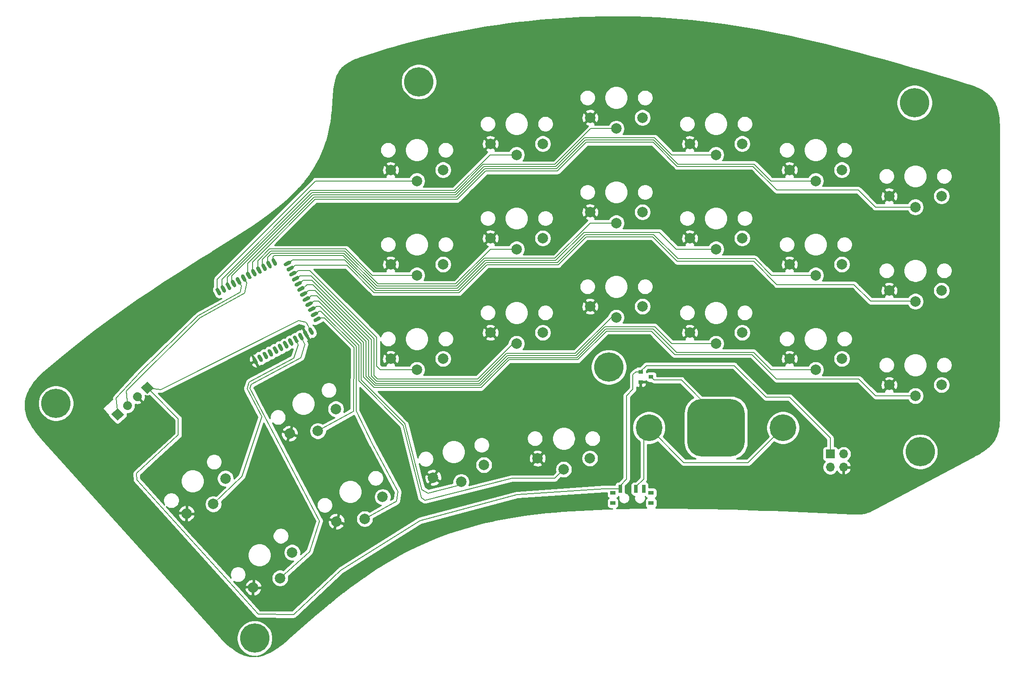
<source format=gtl>
G04 #@! TF.GenerationSoftware,KiCad,Pcbnew,(5.1.6)-1*
G04 #@! TF.CreationDate,2020-10-07T13:29:01+02:00*
G04 #@! TF.ProjectId,Mathias_ergo,4d617468-6961-4735-9f65-72676f2e6b69,rev?*
G04 #@! TF.SameCoordinates,Original*
G04 #@! TF.FileFunction,Copper,L1,Top*
G04 #@! TF.FilePolarity,Positive*
%FSLAX46Y46*%
G04 Gerber Fmt 4.6, Leading zero omitted, Abs format (unit mm)*
G04 Created by KiCad (PCBNEW (5.1.6)-1) date 2020-10-07 13:29:01*
%MOMM*%
%LPD*%
G01*
G04 APERTURE LIST*
G04 #@! TA.AperFunction,ComponentPad*
%ADD10C,5.600000*%
G04 #@! TD*
G04 #@! TA.AperFunction,ComponentPad*
%ADD11O,1.700000X1.700000*%
G04 #@! TD*
G04 #@! TA.AperFunction,ComponentPad*
%ADD12R,1.700000X1.700000*%
G04 #@! TD*
G04 #@! TA.AperFunction,ComponentPad*
%ADD13C,2.000000*%
G04 #@! TD*
G04 #@! TA.AperFunction,ComponentPad*
%ADD14C,0.100000*%
G04 #@! TD*
G04 #@! TA.AperFunction,ComponentPad*
%ADD15C,5.100000*%
G04 #@! TD*
G04 #@! TA.AperFunction,SMDPad,CuDef*
%ADD16R,0.900000X0.800000*%
G04 #@! TD*
G04 #@! TA.AperFunction,SMDPad,CuDef*
%ADD17R,0.700000X1.500000*%
G04 #@! TD*
G04 #@! TA.AperFunction,SMDPad,CuDef*
%ADD18R,1.000000X0.800000*%
G04 #@! TD*
G04 #@! TA.AperFunction,Conductor*
%ADD19C,0.203200*%
G04 #@! TD*
G04 #@! TA.AperFunction,Conductor*
%ADD20C,0.254000*%
G04 #@! TD*
G04 APERTURE END LIST*
D10*
X121350000Y-66120000D03*
X216060000Y-70140000D03*
X157640000Y-120710000D03*
X217120000Y-136890000D03*
X89960000Y-172540000D03*
X52010000Y-127620000D03*
D11*
X202501500Y-139827000D03*
X199961500Y-139827000D03*
X202501500Y-137287000D03*
D12*
X199961500Y-137287000D03*
D13*
X154063221Y-91034158D03*
X159063221Y-93134158D03*
X164063221Y-91034158D03*
G04 #@! TA.AperFunction,ComponentPad*
G36*
G01*
X64365188Y-130391284D02*
X64365188Y-130391284D01*
G75*
G02*
X63164754Y-130328372I-568761J631673D01*
G01*
X63164754Y-130328372D01*
G75*
G02*
X63227666Y-129127938I631673J568761D01*
G01*
X63227666Y-129127938D01*
G75*
G02*
X64428100Y-129190850I568761J-631673D01*
G01*
X64428100Y-129190850D01*
G75*
G02*
X64365188Y-130391284I-631673J-568761D01*
G01*
G37*
G04 #@! TD.AperFunction*
G04 #@! TA.AperFunction,ComponentPad*
G36*
G01*
X66252776Y-128691692D02*
X66252776Y-128691692D01*
G75*
G02*
X65052342Y-128628780I-568761J631673D01*
G01*
X65052342Y-128628780D01*
G75*
G02*
X65115254Y-127428346I631673J568761D01*
G01*
X65115254Y-127428346D01*
G75*
G02*
X66315688Y-127491258I568761J-631673D01*
G01*
X66315688Y-127491258D01*
G75*
G02*
X66252776Y-128691692I-631673J-568761D01*
G01*
G37*
G04 #@! TD.AperFunction*
G04 #@! TA.AperFunction,ComponentPad*
G36*
G01*
X68140364Y-126992101D02*
X68140364Y-126992101D01*
G75*
G02*
X66939930Y-126929189I-568761J631673D01*
G01*
X66939930Y-126929189D01*
G75*
G02*
X67002842Y-125728755I631673J568761D01*
G01*
X67002842Y-125728755D01*
G75*
G02*
X68203276Y-125791667I568761J-631673D01*
G01*
X68203276Y-125791667D01*
G75*
G02*
X68140364Y-126992101I-631673J-568761D01*
G01*
G37*
G04 #@! TD.AperFunction*
G04 #@! TA.AperFunction,ComponentPad*
D14*
G36*
X70659625Y-124723748D02*
G01*
X69396279Y-125861270D01*
X68258757Y-124597924D01*
X69522103Y-123460402D01*
X70659625Y-124723748D01*
G37*
G04 #@! TD.AperFunction*
D13*
X76945805Y-148667566D03*
X82066704Y-146882517D03*
X84377253Y-141976260D03*
G04 #@! TA.AperFunction,SMDPad,CuDef*
G36*
G01*
X96910024Y-100514615D02*
X96910024Y-100514615D01*
G75*
G02*
X96765307Y-100987962I-309032J-164315D01*
G01*
X96023631Y-101382318D01*
G75*
G02*
X95550284Y-101237601I-164315J309032D01*
G01*
X95550284Y-101237601D01*
G75*
G02*
X95695001Y-100764254I309032J164315D01*
G01*
X96436677Y-100369898D01*
G75*
G02*
X96910024Y-100514615I164315J-309032D01*
G01*
G37*
G04 #@! TD.AperFunction*
G04 #@! TA.AperFunction,SMDPad,CuDef*
G36*
G01*
X97426443Y-101485857D02*
X97426443Y-101485857D01*
G75*
G02*
X97281726Y-101959204I-309032J-164315D01*
G01*
X96540050Y-102353560D01*
G75*
G02*
X96066703Y-102208843I-164315J309032D01*
G01*
X96066703Y-102208843D01*
G75*
G02*
X96211420Y-101735496I309032J164315D01*
G01*
X96953096Y-101341140D01*
G75*
G02*
X97426443Y-101485857I164315J-309032D01*
G01*
G37*
G04 #@! TD.AperFunction*
G04 #@! TA.AperFunction,SMDPad,CuDef*
G36*
G01*
X97942862Y-102457099D02*
X97942862Y-102457099D01*
G75*
G02*
X97798145Y-102930446I-309032J-164315D01*
G01*
X97056469Y-103324802D01*
G75*
G02*
X96583122Y-103180085I-164315J309032D01*
G01*
X96583122Y-103180085D01*
G75*
G02*
X96727839Y-102706738I309032J164315D01*
G01*
X97469515Y-102312382D01*
G75*
G02*
X97942862Y-102457099I164315J-309032D01*
G01*
G37*
G04 #@! TD.AperFunction*
G04 #@! TA.AperFunction,SMDPad,CuDef*
G36*
G01*
X83373058Y-106942200D02*
X83373058Y-106942200D01*
G75*
G02*
X82899711Y-106797483I-164315J309032D01*
G01*
X82505355Y-106055807D01*
G75*
G02*
X82650072Y-105582460I309032J164315D01*
G01*
X82650072Y-105582460D01*
G75*
G02*
X83123419Y-105727177I164315J-309032D01*
G01*
X83517775Y-106468853D01*
G75*
G02*
X83373058Y-106942200I-309032J-164315D01*
G01*
G37*
G04 #@! TD.AperFunction*
G04 #@! TA.AperFunction,SMDPad,CuDef*
G36*
G01*
X84344300Y-106425781D02*
X84344300Y-106425781D01*
G75*
G02*
X83870953Y-106281064I-164315J309032D01*
G01*
X83476597Y-105539388D01*
G75*
G02*
X83621314Y-105066041I309032J164315D01*
G01*
X83621314Y-105066041D01*
G75*
G02*
X84094661Y-105210758I164315J-309032D01*
G01*
X84489017Y-105952434D01*
G75*
G02*
X84344300Y-106425781I-309032J-164315D01*
G01*
G37*
G04 #@! TD.AperFunction*
G04 #@! TA.AperFunction,SMDPad,CuDef*
G36*
G01*
X85315542Y-105909362D02*
X85315542Y-105909362D01*
G75*
G02*
X84842195Y-105764645I-164315J309032D01*
G01*
X84447839Y-105022969D01*
G75*
G02*
X84592556Y-104549622I309032J164315D01*
G01*
X84592556Y-104549622D01*
G75*
G02*
X85065903Y-104694339I164315J-309032D01*
G01*
X85460259Y-105436015D01*
G75*
G02*
X85315542Y-105909362I-309032J-164315D01*
G01*
G37*
G04 #@! TD.AperFunction*
G04 #@! TA.AperFunction,SMDPad,CuDef*
G36*
G01*
X86286785Y-105392944D02*
X86286785Y-105392944D01*
G75*
G02*
X85813438Y-105248227I-164315J309032D01*
G01*
X85419082Y-104506551D01*
G75*
G02*
X85563799Y-104033204I309032J164315D01*
G01*
X85563799Y-104033204D01*
G75*
G02*
X86037146Y-104177921I164315J-309032D01*
G01*
X86431502Y-104919597D01*
G75*
G02*
X86286785Y-105392944I-309032J-164315D01*
G01*
G37*
G04 #@! TD.AperFunction*
G04 #@! TA.AperFunction,SMDPad,CuDef*
G36*
G01*
X87258027Y-104876525D02*
X87258027Y-104876525D01*
G75*
G02*
X86784680Y-104731808I-164315J309032D01*
G01*
X86390324Y-103990132D01*
G75*
G02*
X86535041Y-103516785I309032J164315D01*
G01*
X86535041Y-103516785D01*
G75*
G02*
X87008388Y-103661502I164315J-309032D01*
G01*
X87402744Y-104403178D01*
G75*
G02*
X87258027Y-104876525I-309032J-164315D01*
G01*
G37*
G04 #@! TD.AperFunction*
G04 #@! TA.AperFunction,SMDPad,CuDef*
G36*
G01*
X88229269Y-104360106D02*
X88229269Y-104360106D01*
G75*
G02*
X87755922Y-104215389I-164315J309032D01*
G01*
X87361566Y-103473713D01*
G75*
G02*
X87506283Y-103000366I309032J164315D01*
G01*
X87506283Y-103000366D01*
G75*
G02*
X87979630Y-103145083I164315J-309032D01*
G01*
X88373986Y-103886759D01*
G75*
G02*
X88229269Y-104360106I-309032J-164315D01*
G01*
G37*
G04 #@! TD.AperFunction*
G04 #@! TA.AperFunction,SMDPad,CuDef*
G36*
G01*
X89200512Y-103843687D02*
X89200512Y-103843687D01*
G75*
G02*
X88727165Y-103698970I-164315J309032D01*
G01*
X88332809Y-102957294D01*
G75*
G02*
X88477526Y-102483947I309032J164315D01*
G01*
X88477526Y-102483947D01*
G75*
G02*
X88950873Y-102628664I164315J-309032D01*
G01*
X89345229Y-103370340D01*
G75*
G02*
X89200512Y-103843687I-309032J-164315D01*
G01*
G37*
G04 #@! TD.AperFunction*
G04 #@! TA.AperFunction,SMDPad,CuDef*
G36*
G01*
X90171754Y-103327269D02*
X90171754Y-103327269D01*
G75*
G02*
X89698407Y-103182552I-164315J309032D01*
G01*
X89304051Y-102440876D01*
G75*
G02*
X89448768Y-101967529I309032J164315D01*
G01*
X89448768Y-101967529D01*
G75*
G02*
X89922115Y-102112246I164315J-309032D01*
G01*
X90316471Y-102853922D01*
G75*
G02*
X90171754Y-103327269I-309032J-164315D01*
G01*
G37*
G04 #@! TD.AperFunction*
G04 #@! TA.AperFunction,SMDPad,CuDef*
G36*
G01*
X91142996Y-102810850D02*
X91142996Y-102810850D01*
G75*
G02*
X90669649Y-102666133I-164315J309032D01*
G01*
X90275293Y-101924457D01*
G75*
G02*
X90420010Y-101451110I309032J164315D01*
G01*
X90420010Y-101451110D01*
G75*
G02*
X90893357Y-101595827I164315J-309032D01*
G01*
X91287713Y-102337503D01*
G75*
G02*
X91142996Y-102810850I-309032J-164315D01*
G01*
G37*
G04 #@! TD.AperFunction*
G04 #@! TA.AperFunction,SMDPad,CuDef*
G36*
G01*
X92114239Y-102294431D02*
X92114239Y-102294431D01*
G75*
G02*
X91640892Y-102149714I-164315J309032D01*
G01*
X91246536Y-101408038D01*
G75*
G02*
X91391253Y-100934691I309032J164315D01*
G01*
X91391253Y-100934691D01*
G75*
G02*
X91864600Y-101079408I164315J-309032D01*
G01*
X92258956Y-101821084D01*
G75*
G02*
X92114239Y-102294431I-309032J-164315D01*
G01*
G37*
G04 #@! TD.AperFunction*
G04 #@! TA.AperFunction,SMDPad,CuDef*
G36*
G01*
X93085481Y-101778013D02*
X93085481Y-101778013D01*
G75*
G02*
X92612134Y-101633296I-164315J309032D01*
G01*
X92217778Y-100891620D01*
G75*
G02*
X92362495Y-100418273I309032J164315D01*
G01*
X92362495Y-100418273D01*
G75*
G02*
X92835842Y-100562990I164315J-309032D01*
G01*
X93230198Y-101304666D01*
G75*
G02*
X93085481Y-101778013I-309032J-164315D01*
G01*
G37*
G04 #@! TD.AperFunction*
G04 #@! TA.AperFunction,SMDPad,CuDef*
G36*
G01*
X94056724Y-101261594D02*
X94056724Y-101261594D01*
G75*
G02*
X93583377Y-101116877I-164315J309032D01*
G01*
X93189021Y-100375201D01*
G75*
G02*
X93333738Y-99901854I309032J164315D01*
G01*
X93333738Y-99901854D01*
G75*
G02*
X93807085Y-100046571I164315J-309032D01*
G01*
X94201441Y-100788247D01*
G75*
G02*
X94056724Y-101261594I-309032J-164315D01*
G01*
G37*
G04 #@! TD.AperFunction*
G04 #@! TA.AperFunction,SMDPad,CuDef*
G36*
G01*
X98459280Y-103428342D02*
X98459280Y-103428342D01*
G75*
G02*
X98314563Y-103901689I-309032J-164315D01*
G01*
X97572887Y-104296045D01*
G75*
G02*
X97099540Y-104151328I-164315J309032D01*
G01*
X97099540Y-104151328D01*
G75*
G02*
X97244257Y-103677981I309032J164315D01*
G01*
X97985933Y-103283625D01*
G75*
G02*
X98459280Y-103428342I164315J-309032D01*
G01*
G37*
G04 #@! TD.AperFunction*
G04 #@! TA.AperFunction,SMDPad,CuDef*
G36*
G01*
X98975699Y-104399584D02*
X98975699Y-104399584D01*
G75*
G02*
X98830982Y-104872931I-309032J-164315D01*
G01*
X98089306Y-105267287D01*
G75*
G02*
X97615959Y-105122570I-164315J309032D01*
G01*
X97615959Y-105122570D01*
G75*
G02*
X97760676Y-104649223I309032J164315D01*
G01*
X98502352Y-104254867D01*
G75*
G02*
X98975699Y-104399584I164315J-309032D01*
G01*
G37*
G04 #@! TD.AperFunction*
G04 #@! TA.AperFunction,SMDPad,CuDef*
G36*
G01*
X99492118Y-105370826D02*
X99492118Y-105370826D01*
G75*
G02*
X99347401Y-105844173I-309032J-164315D01*
G01*
X98605725Y-106238529D01*
G75*
G02*
X98132378Y-106093812I-164315J309032D01*
G01*
X98132378Y-106093812D01*
G75*
G02*
X98277095Y-105620465I309032J164315D01*
G01*
X99018771Y-105226109D01*
G75*
G02*
X99492118Y-105370826I164315J-309032D01*
G01*
G37*
G04 #@! TD.AperFunction*
G04 #@! TA.AperFunction,SMDPad,CuDef*
G36*
G01*
X100008537Y-106342069D02*
X100008537Y-106342069D01*
G75*
G02*
X99863820Y-106815416I-309032J-164315D01*
G01*
X99122144Y-107209772D01*
G75*
G02*
X98648797Y-107065055I-164315J309032D01*
G01*
X98648797Y-107065055D01*
G75*
G02*
X98793514Y-106591708I309032J164315D01*
G01*
X99535190Y-106197352D01*
G75*
G02*
X100008537Y-106342069I164315J-309032D01*
G01*
G37*
G04 #@! TD.AperFunction*
G04 #@! TA.AperFunction,SMDPad,CuDef*
G36*
G01*
X100524955Y-107313311D02*
X100524955Y-107313311D01*
G75*
G02*
X100380238Y-107786658I-309032J-164315D01*
G01*
X99638562Y-108181014D01*
G75*
G02*
X99165215Y-108036297I-164315J309032D01*
G01*
X99165215Y-108036297D01*
G75*
G02*
X99309932Y-107562950I309032J164315D01*
G01*
X100051608Y-107168594D01*
G75*
G02*
X100524955Y-107313311I164315J-309032D01*
G01*
G37*
G04 #@! TD.AperFunction*
G04 #@! TA.AperFunction,SMDPad,CuDef*
G36*
G01*
X101041374Y-108284553D02*
X101041374Y-108284553D01*
G75*
G02*
X100896657Y-108757900I-309032J-164315D01*
G01*
X100154981Y-109152256D01*
G75*
G02*
X99681634Y-109007539I-164315J309032D01*
G01*
X99681634Y-109007539D01*
G75*
G02*
X99826351Y-108534192I309032J164315D01*
G01*
X100568027Y-108139836D01*
G75*
G02*
X101041374Y-108284553I164315J-309032D01*
G01*
G37*
G04 #@! TD.AperFunction*
G04 #@! TA.AperFunction,SMDPad,CuDef*
G36*
G01*
X101557793Y-109255796D02*
X101557793Y-109255796D01*
G75*
G02*
X101413076Y-109729143I-309032J-164315D01*
G01*
X100671400Y-110123499D01*
G75*
G02*
X100198053Y-109978782I-164315J309032D01*
G01*
X100198053Y-109978782D01*
G75*
G02*
X100342770Y-109505435I309032J164315D01*
G01*
X101084446Y-109111079D01*
G75*
G02*
X101557793Y-109255796I164315J-309032D01*
G01*
G37*
G04 #@! TD.AperFunction*
G04 #@! TA.AperFunction,SMDPad,CuDef*
G36*
G01*
X102074211Y-110227038D02*
X102074211Y-110227038D01*
G75*
G02*
X101929494Y-110700385I-309032J-164315D01*
G01*
X101187818Y-111094741D01*
G75*
G02*
X100714471Y-110950024I-164315J309032D01*
G01*
X100714471Y-110950024D01*
G75*
G02*
X100859188Y-110476677I309032J164315D01*
G01*
X101600864Y-110082321D01*
G75*
G02*
X102074211Y-110227038I164315J-309032D01*
G01*
G37*
G04 #@! TD.AperFunction*
G04 #@! TA.AperFunction,SMDPad,CuDef*
G36*
G01*
X102590630Y-111198280D02*
X102590630Y-111198280D01*
G75*
G02*
X102445913Y-111671627I-309032J-164315D01*
G01*
X101704237Y-112065983D01*
G75*
G02*
X101230890Y-111921266I-164315J309032D01*
G01*
X101230890Y-111921266D01*
G75*
G02*
X101375607Y-111447919I309032J164315D01*
G01*
X102117283Y-111053563D01*
G75*
G02*
X102590630Y-111198280I164315J-309032D01*
G01*
G37*
G04 #@! TD.AperFunction*
G04 #@! TA.AperFunction,SMDPad,CuDef*
G36*
G01*
X101098797Y-114505808D02*
X101098797Y-114505808D01*
G75*
G02*
X100625450Y-114361091I-164315J309032D01*
G01*
X100231094Y-113619415D01*
G75*
G02*
X100375811Y-113146068I309032J164315D01*
G01*
X100375811Y-113146068D01*
G75*
G02*
X100849158Y-113290785I164315J-309032D01*
G01*
X101243514Y-114032461D01*
G75*
G02*
X101098797Y-114505808I-309032J-164315D01*
G01*
G37*
G04 #@! TD.AperFunction*
G04 #@! TA.AperFunction,SMDPad,CuDef*
G36*
G01*
X100127555Y-115022226D02*
X100127555Y-115022226D01*
G75*
G02*
X99654208Y-114877509I-164315J309032D01*
G01*
X99259852Y-114135833D01*
G75*
G02*
X99404569Y-113662486I309032J164315D01*
G01*
X99404569Y-113662486D01*
G75*
G02*
X99877916Y-113807203I164315J-309032D01*
G01*
X100272272Y-114548879D01*
G75*
G02*
X100127555Y-115022226I-309032J-164315D01*
G01*
G37*
G04 #@! TD.AperFunction*
G04 #@! TA.AperFunction,SMDPad,CuDef*
G36*
G01*
X99156312Y-115538645D02*
X99156312Y-115538645D01*
G75*
G02*
X98682965Y-115393928I-164315J309032D01*
G01*
X98288609Y-114652252D01*
G75*
G02*
X98433326Y-114178905I309032J164315D01*
G01*
X98433326Y-114178905D01*
G75*
G02*
X98906673Y-114323622I164315J-309032D01*
G01*
X99301029Y-115065298D01*
G75*
G02*
X99156312Y-115538645I-309032J-164315D01*
G01*
G37*
G04 #@! TD.AperFunction*
G04 #@! TA.AperFunction,SMDPad,CuDef*
G36*
G01*
X98185070Y-116055064D02*
X98185070Y-116055064D01*
G75*
G02*
X97711723Y-115910347I-164315J309032D01*
G01*
X97317367Y-115168671D01*
G75*
G02*
X97462084Y-114695324I309032J164315D01*
G01*
X97462084Y-114695324D01*
G75*
G02*
X97935431Y-114840041I164315J-309032D01*
G01*
X98329787Y-115581717D01*
G75*
G02*
X98185070Y-116055064I-309032J-164315D01*
G01*
G37*
G04 #@! TD.AperFunction*
G04 #@! TA.AperFunction,SMDPad,CuDef*
G36*
G01*
X97213828Y-116571483D02*
X97213828Y-116571483D01*
G75*
G02*
X96740481Y-116426766I-164315J309032D01*
G01*
X96346125Y-115685090D01*
G75*
G02*
X96490842Y-115211743I309032J164315D01*
G01*
X96490842Y-115211743D01*
G75*
G02*
X96964189Y-115356460I164315J-309032D01*
G01*
X97358545Y-116098136D01*
G75*
G02*
X97213828Y-116571483I-309032J-164315D01*
G01*
G37*
G04 #@! TD.AperFunction*
G04 #@! TA.AperFunction,SMDPad,CuDef*
G36*
G01*
X96242585Y-117087901D02*
X96242585Y-117087901D01*
G75*
G02*
X95769238Y-116943184I-164315J309032D01*
G01*
X95374882Y-116201508D01*
G75*
G02*
X95519599Y-115728161I309032J164315D01*
G01*
X95519599Y-115728161D01*
G75*
G02*
X95992946Y-115872878I164315J-309032D01*
G01*
X96387302Y-116614554D01*
G75*
G02*
X96242585Y-117087901I-309032J-164315D01*
G01*
G37*
G04 #@! TD.AperFunction*
G04 #@! TA.AperFunction,SMDPad,CuDef*
G36*
G01*
X95271343Y-117604320D02*
X95271343Y-117604320D01*
G75*
G02*
X94797996Y-117459603I-164315J309032D01*
G01*
X94403640Y-116717927D01*
G75*
G02*
X94548357Y-116244580I309032J164315D01*
G01*
X94548357Y-116244580D01*
G75*
G02*
X95021704Y-116389297I164315J-309032D01*
G01*
X95416060Y-117130973D01*
G75*
G02*
X95271343Y-117604320I-309032J-164315D01*
G01*
G37*
G04 #@! TD.AperFunction*
G04 #@! TA.AperFunction,SMDPad,CuDef*
G36*
G01*
X94300100Y-118120739D02*
X94300100Y-118120739D01*
G75*
G02*
X93826753Y-117976022I-164315J309032D01*
G01*
X93432397Y-117234346D01*
G75*
G02*
X93577114Y-116760999I309032J164315D01*
G01*
X93577114Y-116760999D01*
G75*
G02*
X94050461Y-116905716I164315J-309032D01*
G01*
X94444817Y-117647392D01*
G75*
G02*
X94300100Y-118120739I-309032J-164315D01*
G01*
G37*
G04 #@! TD.AperFunction*
G04 #@! TA.AperFunction,SMDPad,CuDef*
G36*
G01*
X93328858Y-118637158D02*
X93328858Y-118637158D01*
G75*
G02*
X92855511Y-118492441I-164315J309032D01*
G01*
X92461155Y-117750765D01*
G75*
G02*
X92605872Y-117277418I309032J164315D01*
G01*
X92605872Y-117277418D01*
G75*
G02*
X93079219Y-117422135I164315J-309032D01*
G01*
X93473575Y-118163811D01*
G75*
G02*
X93328858Y-118637158I-309032J-164315D01*
G01*
G37*
G04 #@! TD.AperFunction*
G04 #@! TA.AperFunction,SMDPad,CuDef*
G36*
G01*
X92357616Y-119153576D02*
X92357616Y-119153576D01*
G75*
G02*
X91884269Y-119008859I-164315J309032D01*
G01*
X91489913Y-118267183D01*
G75*
G02*
X91634630Y-117793836I309032J164315D01*
G01*
X91634630Y-117793836D01*
G75*
G02*
X92107977Y-117938553I164315J-309032D01*
G01*
X92502333Y-118680229D01*
G75*
G02*
X92357616Y-119153576I-309032J-164315D01*
G01*
G37*
G04 #@! TD.AperFunction*
G04 #@! TA.AperFunction,SMDPad,CuDef*
G36*
G01*
X91386373Y-119669995D02*
X91386373Y-119669995D01*
G75*
G02*
X90913026Y-119525278I-164315J309032D01*
G01*
X90518670Y-118783602D01*
G75*
G02*
X90663387Y-118310255I309032J164315D01*
G01*
X90663387Y-118310255D01*
G75*
G02*
X91136734Y-118454972I164315J-309032D01*
G01*
X91531090Y-119196648D01*
G75*
G02*
X91386373Y-119669995I-309032J-164315D01*
G01*
G37*
G04 #@! TD.AperFunction*
G04 #@! TA.AperFunction,SMDPad,CuDef*
G36*
G01*
X90415131Y-120186414D02*
X90415131Y-120186414D01*
G75*
G02*
X89941784Y-120041697I-164315J309032D01*
G01*
X89547428Y-119300021D01*
G75*
G02*
X89692145Y-118826674I309032J164315D01*
G01*
X89692145Y-118826674D01*
G75*
G02*
X90165492Y-118971391I164315J-309032D01*
G01*
X90559848Y-119713067D01*
G75*
G02*
X90415131Y-120186414I-309032J-164315D01*
G01*
G37*
G04 #@! TD.AperFunction*
D15*
X165313221Y-132284158D03*
X190913221Y-132284158D03*
G04 #@! TA.AperFunction,SMDPad,CuDef*
G36*
G01*
X183613221Y-129534158D02*
X183613221Y-135034158D01*
G75*
G02*
X180863221Y-137784158I-2750000J0D01*
G01*
X175363221Y-137784158D01*
G75*
G02*
X172613221Y-135034158I0J2750000D01*
G01*
X172613221Y-129534158D01*
G75*
G02*
X175363221Y-126784158I2750000J0D01*
G01*
X180863221Y-126784158D01*
G75*
G02*
X183613221Y-129534158I0J-2750000D01*
G01*
G37*
G04 #@! TD.AperFunction*
X190913221Y-132284158D03*
X165313221Y-132284158D03*
D16*
X165710000Y-122570000D03*
X163710000Y-123520000D03*
X163710000Y-121620000D03*
D13*
X144013221Y-138134158D03*
X149013221Y-140234158D03*
X154013221Y-138134158D03*
X96641962Y-133388419D03*
X102042590Y-132895251D03*
X105471438Y-128693703D03*
X105585396Y-150208571D03*
X110986024Y-149715403D03*
X114414872Y-145513855D03*
X192163221Y-82984158D03*
X197163221Y-85084158D03*
X202163221Y-82984158D03*
G04 #@! TA.AperFunction,ComponentPad*
G36*
G01*
X70027952Y-125292509D02*
X70027952Y-125292509D01*
G75*
G02*
X68827518Y-125229597I-568761J631673D01*
G01*
X68827518Y-125229597D01*
G75*
G02*
X68890430Y-124029163I631673J568761D01*
G01*
X68890430Y-124029163D01*
G75*
G02*
X70090864Y-124092075I568761J-631673D01*
G01*
X70090864Y-124092075D01*
G75*
G02*
X70027952Y-125292509I-631673J-568761D01*
G01*
G37*
G04 #@! TD.AperFunction*
G04 #@! TA.AperFunction,ComponentPad*
G36*
G01*
X68140364Y-126992101D02*
X68140364Y-126992101D01*
G75*
G02*
X66939930Y-126929189I-568761J631673D01*
G01*
X66939930Y-126929189D01*
G75*
G02*
X67002842Y-125728755I631673J568761D01*
G01*
X67002842Y-125728755D01*
G75*
G02*
X68203276Y-125791667I568761J-631673D01*
G01*
X68203276Y-125791667D01*
G75*
G02*
X68140364Y-126992101I-631673J-568761D01*
G01*
G37*
G04 #@! TD.AperFunction*
G04 #@! TA.AperFunction,ComponentPad*
G36*
G01*
X66252776Y-128691692D02*
X66252776Y-128691692D01*
G75*
G02*
X65052342Y-128628780I-568761J631673D01*
G01*
X65052342Y-128628780D01*
G75*
G02*
X65115254Y-127428346I631673J568761D01*
G01*
X65115254Y-127428346D01*
G75*
G02*
X66315688Y-127491258I568761J-631673D01*
G01*
X66315688Y-127491258D01*
G75*
G02*
X66252776Y-128691692I-631673J-568761D01*
G01*
G37*
G04 #@! TD.AperFunction*
G04 #@! TA.AperFunction,ComponentPad*
D14*
G36*
X64996861Y-129822523D02*
G01*
X63733515Y-130960045D01*
X62595993Y-129696699D01*
X63859339Y-128559177D01*
X64996861Y-129822523D01*
G37*
G04 #@! TD.AperFunction*
D13*
X192163221Y-119084158D03*
X197163221Y-121184158D03*
X202163221Y-119084158D03*
X135013221Y-114084158D03*
X140013221Y-116184158D03*
X145013221Y-114084158D03*
X115963221Y-119084158D03*
X120963221Y-121184158D03*
X125963221Y-119084158D03*
X154063221Y-72984158D03*
X159063221Y-75084158D03*
X164063221Y-72984158D03*
X173113221Y-114084158D03*
X178113221Y-116184158D03*
X183113221Y-114084158D03*
X135013221Y-96034158D03*
X140013221Y-98134158D03*
X145013221Y-96034158D03*
X135013221Y-77984158D03*
X140013221Y-80084158D03*
X145013221Y-77984158D03*
X89692743Y-162824475D03*
X94813642Y-161039426D03*
X97124191Y-156133169D03*
X211213221Y-87984158D03*
X216213221Y-90084158D03*
X221213221Y-87984158D03*
X192163221Y-101034158D03*
X197163221Y-103134158D03*
X202163221Y-101034158D03*
X173113221Y-96034158D03*
X178113221Y-98134158D03*
X183113221Y-96034158D03*
X173113221Y-77984158D03*
X178113221Y-80084158D03*
X183113221Y-77984158D03*
X154063221Y-109084158D03*
X159063221Y-111184158D03*
X164063221Y-109084158D03*
X115963221Y-101034158D03*
X120963221Y-103134158D03*
X125963221Y-101034158D03*
X211213221Y-106034158D03*
X216213221Y-108134158D03*
X221213221Y-106034158D03*
X124058033Y-141812192D03*
X129417547Y-142640204D03*
X133760990Y-139392973D03*
X115963221Y-82984158D03*
X120963221Y-85084158D03*
X125963221Y-82984158D03*
X211213221Y-124084158D03*
X216213221Y-126184158D03*
X221213221Y-124084158D03*
D17*
X159802000Y-143982500D03*
X162802000Y-143982500D03*
X164302000Y-143982500D03*
D18*
X158402000Y-144767500D03*
X158402000Y-146697500D03*
X165702000Y-144767500D03*
X165702000Y-146697500D03*
D19*
X165710000Y-122570000D02*
X165520000Y-122380000D01*
X166310000Y-123170000D02*
X165710000Y-122570000D01*
X171499063Y-123170000D02*
X166310000Y-123170000D01*
X178113221Y-132284158D02*
X178113221Y-129784158D01*
X178113221Y-129784158D02*
X171499063Y-123170000D01*
X70329335Y-125510835D02*
X69459191Y-124660836D01*
X106426000Y-159512000D02*
X97409000Y-168021000D01*
X67437000Y-142240000D02*
X67373500Y-141033500D01*
X121539000Y-150050500D02*
X106426000Y-159512000D01*
X90678000Y-167957500D02*
X67437000Y-142240000D01*
X159802000Y-143982500D02*
X156718000Y-143954500D01*
X67373500Y-141033500D02*
X75374500Y-133667500D01*
X156718000Y-143954500D02*
X140144500Y-145097500D01*
X140144500Y-145097500D02*
X121539000Y-150050500D01*
X97409000Y-168021000D02*
X90678000Y-167957500D01*
X75374500Y-130556000D02*
X70329335Y-125510835D01*
X75374500Y-133667500D02*
X75374500Y-130556000D01*
X72072500Y-124968000D02*
X69459191Y-124660836D01*
X100737304Y-113825938D02*
X99822000Y-112141000D01*
X98361500Y-111760000D02*
X72072500Y-124968000D01*
X99822000Y-112141000D02*
X98361500Y-111760000D01*
X163700000Y-121610000D02*
X163710000Y-121620000D01*
X162790000Y-121610000D02*
X163700000Y-121610000D01*
X159802000Y-143348000D02*
X161010000Y-142140000D01*
X162240000Y-122160000D02*
X162790000Y-121610000D01*
X159802000Y-143982500D02*
X159802000Y-143348000D01*
X161010000Y-142140000D02*
X161010000Y-126150000D01*
X162240000Y-124920000D02*
X162240000Y-122160000D01*
X161010000Y-126150000D02*
X162240000Y-124920000D01*
X187670000Y-126470000D02*
X192192500Y-126470000D01*
X181600000Y-120400000D02*
X187670000Y-126470000D01*
X163582300Y-121617700D02*
X164800000Y-120400000D01*
X192192500Y-126470000D02*
X199961500Y-134239000D01*
X199961500Y-134239000D02*
X199961500Y-137287000D01*
X164800000Y-120400000D02*
X181600000Y-120400000D01*
X88455500Y-104584500D02*
X87867776Y-103680236D01*
X88074500Y-106553000D02*
X88455500Y-104584500D01*
X65684015Y-128060019D02*
X65468500Y-125285500D01*
X79502000Y-111315500D02*
X88074500Y-106553000D01*
X65468500Y-125285500D02*
X79502000Y-111315500D01*
X63500000Y-126619000D02*
X63796427Y-129759611D01*
X87439500Y-105156000D02*
X87185500Y-106362500D01*
X86896534Y-104196655D02*
X87439500Y-105156000D01*
X87185500Y-106362500D02*
X79184500Y-110871000D01*
X79184500Y-110871000D02*
X68135500Y-121602500D01*
X68135500Y-121602500D02*
X63500000Y-126619000D01*
X108880000Y-129110000D02*
X102042590Y-132895251D01*
X108920000Y-116921000D02*
X108880000Y-129110000D01*
X103251000Y-111252000D02*
X108920000Y-116921000D01*
X101910760Y-111559773D02*
X102218533Y-111252000D01*
X102218533Y-111252000D02*
X103251000Y-111252000D01*
X101605842Y-85084158D02*
X120963221Y-85084158D01*
X82804000Y-103886000D02*
X101605842Y-85084158D01*
X83011565Y-106262330D02*
X82804000Y-106054765D01*
X82804000Y-106054765D02*
X82804000Y-103886000D01*
X83693000Y-105456104D02*
X83982807Y-105745911D01*
X134913838Y-80084158D02*
X128079242Y-86918754D01*
X83693000Y-103886000D02*
X83693000Y-105456104D01*
X128079242Y-86918754D02*
X100660246Y-86918754D01*
X100660246Y-86918754D02*
X83693000Y-103886000D01*
X134913838Y-80084158D02*
X140013221Y-80084158D01*
X99568000Y-116332000D02*
X98794819Y-114858775D01*
X98806000Y-118872000D02*
X99568000Y-116332000D01*
X100457000Y-155956000D02*
X102362000Y-150114000D01*
X89281000Y-123952000D02*
X98806000Y-118872000D01*
X94813642Y-161039426D02*
X100457000Y-155956000D01*
X102362000Y-150114000D02*
X89027000Y-124714000D01*
X89027000Y-124714000D02*
X89281000Y-123952000D01*
X176699008Y-98134158D02*
X178113221Y-98134158D01*
X106873750Y-99314000D02*
X113172928Y-105613178D01*
X93695231Y-100581724D02*
X93472000Y-100358493D01*
X93472000Y-99568000D02*
X93726000Y-99314000D01*
X170524158Y-98134158D02*
X176699008Y-98134158D01*
X93472000Y-100358493D02*
X93472000Y-99568000D01*
X93726000Y-99314000D02*
X106873750Y-99314000D01*
X128695320Y-105613178D02*
X134029320Y-100279178D01*
X167309778Y-94919778D02*
X170524158Y-98134158D01*
X113172928Y-105613178D02*
X128695320Y-105613178D01*
X134029320Y-100279178D02*
X147497822Y-100279178D01*
X147497822Y-100279178D02*
X152857222Y-94919778D01*
X152857222Y-94919778D02*
X167309778Y-94919778D01*
X109347000Y-129032000D02*
X112522000Y-135509000D01*
X112522000Y-135509000D02*
X117348000Y-144515115D01*
X102616000Y-109982000D02*
X109347000Y-116713000D01*
X109347000Y-116713000D02*
X109347000Y-129032000D01*
X101628469Y-110588531D02*
X102235000Y-109982000D01*
X102235000Y-109982000D02*
X102616000Y-109982000D01*
X101394341Y-110588531D02*
X101628469Y-110588531D01*
X117348000Y-144515115D02*
X117094000Y-146304000D01*
X117094000Y-146304000D02*
X110986024Y-149715403D01*
X157649008Y-93134158D02*
X159063221Y-93134158D01*
X154068092Y-93134158D02*
X157649008Y-93134158D01*
X133860980Y-99872767D02*
X147329483Y-99872767D01*
X128526980Y-105206767D02*
X133860980Y-99872767D01*
X92456000Y-100830155D02*
X92456000Y-99695000D01*
X147329483Y-99872767D02*
X154068092Y-93134158D01*
X92456000Y-99695000D02*
X93243409Y-98907591D01*
X113341267Y-105206767D02*
X128526980Y-105206767D01*
X92723988Y-101098143D02*
X92456000Y-100830155D01*
X93243409Y-98907591D02*
X107042091Y-98907591D01*
X107042091Y-98907591D02*
X113341267Y-105206767D01*
X85598000Y-103251000D02*
X85598000Y-104385782D01*
X101071669Y-87777331D02*
X85598000Y-103251000D01*
X128370167Y-87777331D02*
X101071669Y-87777331D01*
X133800720Y-82346778D02*
X128370167Y-87777331D01*
X166401880Y-76860378D02*
X153003120Y-76860378D01*
X85598000Y-104385782D02*
X85925292Y-104713074D01*
X169625659Y-80084158D02*
X166401880Y-76860378D01*
X153003120Y-76860378D02*
X147516720Y-82346778D01*
X147516720Y-82346778D02*
X133800720Y-82346778D01*
X169625659Y-80084158D02*
X178113221Y-80084158D01*
X99118681Y-105732319D02*
X98812248Y-105732319D01*
X99949000Y-104902000D02*
X99118681Y-105732319D01*
X166446178Y-112979178D02*
X156886373Y-112979178D01*
X111760000Y-115570000D02*
X101092000Y-104902000D01*
X178113221Y-116184158D02*
X169651158Y-116184158D01*
X151399941Y-118465610D02*
X138230304Y-118465610D01*
X169651158Y-116184158D02*
X166446178Y-112979178D01*
X138230304Y-118465610D02*
X132921737Y-123774177D01*
X156886373Y-112979178D02*
X151399941Y-118465610D01*
X101092000Y-104902000D02*
X99949000Y-104902000D01*
X132921737Y-123774177D02*
X113099675Y-123774176D01*
X113099675Y-123774176D02*
X111760000Y-122434502D01*
X111760000Y-122434502D02*
X111760000Y-115570000D01*
X195749008Y-85084158D02*
X197163221Y-85084158D01*
X188589158Y-85084158D02*
X195749008Y-85084158D01*
X128538508Y-88183742D02*
X133969060Y-82753189D01*
X101300258Y-88183742D02*
X128538508Y-88183742D01*
X170856339Y-81889589D02*
X185394589Y-81889589D01*
X88646000Y-100838000D02*
X101300258Y-88183742D01*
X147685061Y-82753189D02*
X153171460Y-77266789D01*
X88839019Y-103163817D02*
X88646000Y-102970798D01*
X185394589Y-81889589D02*
X188589158Y-85084158D01*
X88646000Y-102970798D02*
X88646000Y-100838000D01*
X166233540Y-77266789D02*
X170856339Y-81889589D01*
X133969060Y-82753189D02*
X147685061Y-82753189D01*
X153171460Y-77266789D02*
X166233540Y-77266789D01*
X133632380Y-81940367D02*
X147348381Y-81940367D01*
X109449242Y-87325165D02*
X128247583Y-87325165D01*
X128247583Y-87325165D02*
X133632380Y-81940367D01*
X147348381Y-81940367D02*
X154204590Y-75084158D01*
X100888836Y-87325164D02*
X109449242Y-87325164D01*
X84709000Y-103505000D02*
X100888836Y-87325164D01*
X84954049Y-105229492D02*
X84709000Y-104984443D01*
X84709000Y-104984443D02*
X84709000Y-103505000D01*
X154204590Y-75084158D02*
X159063221Y-75084158D01*
X151231601Y-118059199D02*
X158106642Y-111184158D01*
X138061964Y-118059199D02*
X151231601Y-118059199D01*
X113268016Y-123367766D02*
X132753397Y-123367766D01*
X112268000Y-122367751D02*
X113268016Y-123367766D01*
X98565923Y-104761077D02*
X99250500Y-104076500D01*
X100901500Y-104076500D02*
X112268000Y-115443000D01*
X132753397Y-123367766D02*
X138061964Y-118059199D01*
X98295829Y-104761077D02*
X98565923Y-104761077D01*
X99250500Y-104076500D02*
X100901500Y-104076500D01*
X112268000Y-115443000D02*
X112268000Y-122367751D01*
X195749008Y-103134158D02*
X197163221Y-103134158D01*
X188732158Y-103134158D02*
X195749008Y-103134158D01*
X185547000Y-99949000D02*
X188732158Y-103134158D01*
X170815000Y-99949000D02*
X185547000Y-99949000D01*
X97155000Y-100203000D02*
X107188000Y-100203000D01*
X96901000Y-100457000D02*
X97155000Y-100203000D01*
X96649262Y-100457000D02*
X96901000Y-100457000D01*
X113004589Y-106019589D02*
X128863660Y-106019589D01*
X96230154Y-100876108D02*
X96649262Y-100457000D01*
X134197660Y-100685589D02*
X147786660Y-100685589D01*
X107188000Y-100203000D02*
X113004589Y-106019589D01*
X128863660Y-106019589D02*
X134197660Y-100685589D01*
X147786660Y-100685589D02*
X153120660Y-95351589D01*
X153120660Y-95351589D02*
X166217589Y-95351589D01*
X166217589Y-95351589D02*
X170815000Y-99949000D01*
X109880411Y-116547911D02*
X109880411Y-123342411D01*
X101727000Y-109093000D02*
X102425500Y-109093000D01*
X100877923Y-109617289D02*
X101202711Y-109617289D01*
X102425500Y-109093000D02*
X109880411Y-116547911D01*
X101202711Y-109617289D02*
X101727000Y-109093000D01*
X109880411Y-123342411D02*
X118364000Y-131826000D01*
X118364000Y-131826000D02*
X121793000Y-145669000D01*
X121793000Y-145669000D02*
X122529600Y-146151600D01*
X148013222Y-141234157D02*
X149013221Y-140234158D01*
X122529600Y-146151600D02*
X139166600Y-141960600D01*
X139166600Y-141960600D02*
X147286779Y-141960600D01*
X147286779Y-141960600D02*
X148013222Y-141234157D01*
X100097196Y-107674804D02*
X99845085Y-107674804D01*
X100711000Y-107061000D02*
X100097196Y-107674804D01*
X112762996Y-124587000D02*
X110731300Y-122555304D01*
X101854000Y-107061000D02*
X100711000Y-107061000D01*
X133096000Y-124587000D02*
X112762996Y-124587000D01*
X133096003Y-124586997D02*
X133096000Y-124587000D01*
X110731300Y-122555304D02*
X110731300Y-115938300D01*
X189661800Y-122986800D02*
X184962800Y-118287800D01*
X216213221Y-126184158D02*
X208607158Y-126184158D01*
X184962800Y-118287800D02*
X170230800Y-118287800D01*
X151736621Y-119278432D02*
X138566982Y-119278432D01*
X205409800Y-122986800D02*
X189661800Y-122986800D01*
X208607158Y-126184158D02*
X205409800Y-122986800D01*
X110731300Y-115938300D02*
X101854000Y-107061000D01*
X133258418Y-124586997D02*
X133096003Y-124586997D01*
X170230800Y-118287800D02*
X165735000Y-113792000D01*
X165735000Y-113792000D02*
X157223053Y-113792000D01*
X157223053Y-113792000D02*
X151736621Y-119278432D01*
X138566982Y-119278432D02*
X133258418Y-124586997D01*
X90551000Y-101900477D02*
X90781503Y-102130980D01*
X112418160Y-103134158D02*
X107378771Y-98094769D01*
X120963221Y-103134158D02*
X112418160Y-103134158D01*
X92786231Y-98094769D02*
X90551000Y-100330000D01*
X107378771Y-98094769D02*
X92786231Y-98094769D01*
X90551000Y-100330000D02*
X90551000Y-101900477D01*
X97120923Y-101473000D02*
X96746573Y-101847350D01*
X97409000Y-101473000D02*
X97120923Y-101473000D01*
X97663000Y-101219000D02*
X97409000Y-101473000D01*
X107569000Y-101219000D02*
X97663000Y-101219000D01*
X112776000Y-106426000D02*
X107569000Y-101219000D01*
X129032000Y-106426000D02*
X112776000Y-106426000D01*
X204470000Y-104902000D02*
X189738000Y-104902000D01*
X216213221Y-108134158D02*
X216156063Y-108077000D01*
X207645000Y-108077000D02*
X204470000Y-104902000D01*
X216156063Y-108077000D02*
X207645000Y-108077000D01*
X170688000Y-100457000D02*
X165989000Y-95758000D01*
X165989000Y-95758000D02*
X153289000Y-95758000D01*
X185293000Y-100457000D02*
X170688000Y-100457000D01*
X147955000Y-101092000D02*
X134366000Y-101092000D01*
X153289000Y-95758000D02*
X147955000Y-101092000D01*
X189738000Y-104902000D02*
X185293000Y-100457000D01*
X134366000Y-101092000D02*
X129032000Y-106426000D01*
X113945158Y-121184158D02*
X119549008Y-121184158D01*
X119549008Y-121184158D02*
X120963221Y-121184158D01*
X113284000Y-120523000D02*
X113945158Y-121184158D01*
X97714408Y-102818592D02*
X98298000Y-102235000D01*
X113284000Y-114998500D02*
X113284000Y-120523000D01*
X97262992Y-102818592D02*
X97714408Y-102818592D01*
X98298000Y-102235000D02*
X100520500Y-102235000D01*
X100520500Y-102235000D02*
X113284000Y-114998500D01*
X188621158Y-121184158D02*
X195749008Y-121184158D01*
X195749008Y-121184158D02*
X197163221Y-121184158D01*
X185318389Y-117881389D02*
X188621158Y-121184158D01*
X170586389Y-117881389D02*
X185318389Y-117881389D01*
X166090589Y-113385589D02*
X170586389Y-117881389D01*
X99544438Y-106703562D02*
X100203000Y-106045000D01*
X99328667Y-106703562D02*
X99544438Y-106703562D01*
X111252000Y-115760500D02*
X111252000Y-122501250D01*
X111252000Y-122501250D02*
X112931336Y-124180586D01*
X112931336Y-124180586D02*
X133090078Y-124180586D01*
X101536500Y-106045000D02*
X111252000Y-115760500D01*
X133090078Y-124180586D02*
X138398643Y-118872021D01*
X100203000Y-106045000D02*
X101536500Y-106045000D01*
X138398643Y-118872021D02*
X151568281Y-118872021D01*
X151568281Y-118872021D02*
X157054713Y-113385589D01*
X157054713Y-113385589D02*
X166090589Y-113385589D01*
X87503000Y-141605000D02*
X82066704Y-146882517D01*
X91313000Y-130175000D02*
X87503000Y-141605000D01*
X98298000Y-116459000D02*
X97409000Y-118999000D01*
X88900000Y-123571000D02*
X88519000Y-124841000D01*
X97823577Y-115375194D02*
X98298000Y-116459000D01*
X97409000Y-118999000D02*
X88900000Y-123571000D01*
X88519000Y-124841000D02*
X91313000Y-130175000D01*
X132585057Y-122961356D02*
X139362255Y-116184158D01*
X113436356Y-122961356D02*
X132585057Y-122961356D01*
X112776000Y-122301000D02*
X113436356Y-122961356D01*
X98076665Y-103789835D02*
X98615500Y-103251000D01*
X97779410Y-103789835D02*
X98076665Y-103789835D01*
X98615500Y-103251000D02*
X100774500Y-103251000D01*
X100774500Y-103251000D02*
X112776000Y-115252500D01*
X112776000Y-115252500D02*
X112776000Y-122301000D01*
X89535000Y-102372138D02*
X89810261Y-102647399D01*
X101503248Y-88615752D02*
X89535000Y-100584000D01*
X111739448Y-88615752D02*
X101503248Y-88615752D01*
X111739448Y-88590352D02*
X111739448Y-88615752D01*
X189687200Y-86817200D02*
X185166000Y-82296000D01*
X185166000Y-82296000D02*
X170688000Y-82296000D01*
X216213221Y-90084158D02*
X208575158Y-90084158D01*
X89535000Y-100584000D02*
X89535000Y-102372138D01*
X205308200Y-86817200D02*
X189687200Y-86817200D01*
X208575158Y-90084158D02*
X205308200Y-86817200D01*
X153339800Y-77673200D02*
X147853400Y-83159600D01*
X170688000Y-82296000D02*
X166065200Y-77673200D01*
X166065200Y-77673200D02*
X153339800Y-77673200D01*
X128706648Y-88590352D02*
X111739448Y-88590352D01*
X147853400Y-83159600D02*
X134137400Y-83159600D01*
X134137400Y-83159600D02*
X128706648Y-88590352D01*
X100681704Y-108646046D02*
X100361504Y-108646046D01*
X102171500Y-108077000D02*
X101250750Y-108077000D01*
X101250750Y-108077000D02*
X100681704Y-108646046D01*
X110286822Y-116192322D02*
X102171500Y-108077000D01*
X128674751Y-143383000D02*
X123063000Y-144780000D01*
X118687820Y-131546678D02*
X110286822Y-123145680D01*
X121920000Y-144145000D02*
X118718012Y-131564882D01*
X110286822Y-123145680D02*
X110286822Y-116192322D01*
X129417547Y-142640204D02*
X128674751Y-143383000D01*
X123063000Y-144780000D02*
X121920000Y-144145000D01*
X118718012Y-131564882D02*
X118687820Y-131546678D01*
X138599008Y-98134158D02*
X140013221Y-98134158D01*
X135024838Y-98134158D02*
X138599008Y-98134158D01*
X128358640Y-104800356D02*
X135024838Y-98134158D01*
X113509607Y-104800356D02*
X128358640Y-104800356D01*
X91440000Y-101301815D02*
X91440000Y-100076000D01*
X91752746Y-101614561D02*
X91440000Y-101301815D01*
X91440000Y-100076000D02*
X93014820Y-98501180D01*
X93014820Y-98501180D02*
X107210431Y-98501180D01*
X107210431Y-98501180D02*
X113509607Y-104800356D01*
X165313221Y-132284158D02*
X171979063Y-138950000D01*
X184247379Y-138950000D02*
X190913221Y-132284158D01*
X171979063Y-138950000D02*
X184247379Y-138950000D01*
X164310000Y-133287379D02*
X165313221Y-132284158D01*
X164310000Y-142070000D02*
X164310000Y-133287379D01*
X162802000Y-143919000D02*
X162802000Y-143578000D01*
X162802000Y-143578000D02*
X164310000Y-142070000D01*
D20*
G36*
X160486990Y-53676151D02*
G01*
X162656608Y-53713829D01*
X164808056Y-53783821D01*
X166944086Y-53885734D01*
X169067247Y-54019173D01*
X171180247Y-54183752D01*
X173285546Y-54379069D01*
X175386072Y-54604767D01*
X177484196Y-54860434D01*
X179582634Y-55145698D01*
X181684124Y-55460197D01*
X183791101Y-55803522D01*
X185906309Y-56175316D01*
X188032300Y-56575190D01*
X190171778Y-57002780D01*
X192327225Y-57457686D01*
X194501361Y-57939551D01*
X196696728Y-58447982D01*
X198915927Y-58982598D01*
X201161628Y-59543034D01*
X203436030Y-60128804D01*
X205742282Y-60739666D01*
X208082445Y-61375092D01*
X210459627Y-62034833D01*
X212875887Y-62718353D01*
X215334331Y-63425406D01*
X217837186Y-64155498D01*
X220386709Y-64908136D01*
X222986393Y-65683193D01*
X225634974Y-66479121D01*
X226128890Y-66632998D01*
X226596294Y-66788918D01*
X227040064Y-66948075D01*
X227460605Y-67110870D01*
X227858196Y-67277624D01*
X228233366Y-67448727D01*
X228586472Y-67624459D01*
X228917992Y-67805114D01*
X229228523Y-67991018D01*
X229518737Y-68182514D01*
X229789335Y-68379953D01*
X230041153Y-68583787D01*
X230275124Y-68794590D01*
X230492159Y-69012991D01*
X230693271Y-69239836D01*
X230879393Y-69476054D01*
X231051405Y-69722708D01*
X231210077Y-69980939D01*
X231356045Y-70251919D01*
X231489806Y-70536797D01*
X231611746Y-70836704D01*
X231722127Y-71152628D01*
X231821148Y-71485483D01*
X231908973Y-71836096D01*
X231985731Y-72205147D01*
X232051567Y-72593266D01*
X232106646Y-73001032D01*
X232151148Y-73428900D01*
X232185295Y-73877395D01*
X232209329Y-74346907D01*
X232223528Y-74837879D01*
X232228221Y-75353915D01*
X232228222Y-129572835D01*
X232225096Y-130011208D01*
X232215563Y-130427831D01*
X232199309Y-130825570D01*
X232176049Y-131205134D01*
X232145534Y-131566990D01*
X232107527Y-131911760D01*
X232061810Y-132240150D01*
X232008219Y-132552675D01*
X231946562Y-132850175D01*
X231876691Y-133133357D01*
X231798403Y-133403194D01*
X231711511Y-133660575D01*
X231615733Y-133906608D01*
X231510741Y-134142392D01*
X231396100Y-134369112D01*
X231271264Y-134587991D01*
X231135597Y-134800208D01*
X230988359Y-135006916D01*
X230828768Y-135209162D01*
X230656036Y-135407861D01*
X230469320Y-135603897D01*
X230267849Y-135797998D01*
X230050885Y-135990828D01*
X229817796Y-136182947D01*
X229567977Y-136374900D01*
X229300874Y-136567215D01*
X229016061Y-136760353D01*
X228713113Y-136954815D01*
X228391599Y-137151132D01*
X228051295Y-137349738D01*
X227691770Y-137551223D01*
X227310550Y-137757297D01*
X208763726Y-147618819D01*
X208577980Y-147716847D01*
X208402747Y-147807764D01*
X208069044Y-147975442D01*
X207761765Y-148121429D01*
X207476068Y-148247413D01*
X207207981Y-148354737D01*
X206953200Y-148444935D01*
X206706812Y-148519718D01*
X206463427Y-148580757D01*
X206217331Y-148629510D01*
X205962651Y-148667121D01*
X205693811Y-148694381D01*
X205405714Y-148711840D01*
X205093734Y-148719960D01*
X204753745Y-148719224D01*
X204380654Y-148710180D01*
X204183329Y-148702839D01*
X203974110Y-148693592D01*
X202161452Y-148608567D01*
X202161408Y-148608569D01*
X202160819Y-148608538D01*
X200327066Y-148524110D01*
X200327023Y-148524112D01*
X200326308Y-148524075D01*
X198474316Y-148440725D01*
X198474259Y-148440728D01*
X198473433Y-148440686D01*
X196605217Y-148358854D01*
X196605152Y-148358858D01*
X196604212Y-148358811D01*
X194721785Y-148278938D01*
X194721716Y-148278942D01*
X194720656Y-148278891D01*
X192826037Y-148201417D01*
X192825961Y-148201421D01*
X192824784Y-148201367D01*
X190919985Y-148126734D01*
X190919906Y-148126739D01*
X190918605Y-148126681D01*
X189005647Y-148055328D01*
X189005562Y-148055333D01*
X189004137Y-148055273D01*
X187085033Y-147987642D01*
X187084938Y-147987648D01*
X187083390Y-147987586D01*
X185160156Y-147924117D01*
X185160058Y-147924123D01*
X185158375Y-147924060D01*
X183233026Y-147865195D01*
X183232915Y-147865202D01*
X183231102Y-147865139D01*
X181305656Y-147811317D01*
X181305541Y-147811325D01*
X181303583Y-147811262D01*
X179380056Y-147762924D01*
X179379938Y-147762933D01*
X179377826Y-147762871D01*
X177458232Y-147720459D01*
X177458104Y-147720469D01*
X177455839Y-147720410D01*
X175542196Y-147684363D01*
X175542063Y-147684374D01*
X175539629Y-147684319D01*
X173633951Y-147655080D01*
X173633821Y-147655091D01*
X173631202Y-147655042D01*
X171735503Y-147633050D01*
X171735354Y-147633063D01*
X171732558Y-147633022D01*
X169848859Y-147618717D01*
X169848704Y-147618731D01*
X169845705Y-147618700D01*
X167976019Y-147612524D01*
X167975859Y-147612539D01*
X167972643Y-147612521D01*
X166573199Y-147614328D01*
X166653185Y-147548685D01*
X166732537Y-147451994D01*
X166791502Y-147341680D01*
X166827812Y-147221982D01*
X166840072Y-147097500D01*
X166840072Y-146297500D01*
X166827812Y-146173018D01*
X166791502Y-146053320D01*
X166732537Y-145943006D01*
X166653185Y-145846315D01*
X166556494Y-145766963D01*
X166492019Y-145732500D01*
X166556494Y-145698037D01*
X166653185Y-145618685D01*
X166732537Y-145521994D01*
X166791502Y-145411680D01*
X166827812Y-145291982D01*
X166840072Y-145167500D01*
X166840072Y-144367500D01*
X166827812Y-144243018D01*
X166791502Y-144123320D01*
X166732537Y-144013006D01*
X166653185Y-143916315D01*
X166556494Y-143836963D01*
X166446180Y-143777998D01*
X166326482Y-143741688D01*
X166202000Y-143729428D01*
X165290072Y-143729428D01*
X165290072Y-143232500D01*
X165277812Y-143108018D01*
X165241502Y-142988320D01*
X165182537Y-142878006D01*
X165103185Y-142781315D01*
X165006494Y-142701963D01*
X164896180Y-142642998D01*
X164806176Y-142615696D01*
X164833374Y-142593375D01*
X164856437Y-142565273D01*
X164856442Y-142565268D01*
X164925423Y-142481214D01*
X164925424Y-142481213D01*
X164993822Y-142353249D01*
X165035942Y-142214399D01*
X165046600Y-142106186D01*
X165046600Y-142106177D01*
X165050163Y-142070001D01*
X165046600Y-142033825D01*
X165046600Y-135469158D01*
X165626916Y-135469158D01*
X166242251Y-135346760D01*
X166821884Y-135106669D01*
X166985019Y-134997665D01*
X171432622Y-139445269D01*
X171455688Y-139473375D01*
X171567850Y-139565424D01*
X171695814Y-139633822D01*
X171834664Y-139675942D01*
X171942877Y-139686600D01*
X171942886Y-139686600D01*
X171979062Y-139690163D01*
X172015238Y-139686600D01*
X184211196Y-139686600D01*
X184247379Y-139690164D01*
X184283562Y-139686600D01*
X184283565Y-139686600D01*
X184391778Y-139675942D01*
X184530628Y-139633822D01*
X184658592Y-139565424D01*
X184770754Y-139473375D01*
X184793825Y-139445263D01*
X189241423Y-134997666D01*
X189404558Y-135106669D01*
X189984191Y-135346760D01*
X190599526Y-135469158D01*
X191226916Y-135469158D01*
X191842251Y-135346760D01*
X192421884Y-135106669D01*
X192943540Y-134758109D01*
X193387172Y-134314477D01*
X193735732Y-133792821D01*
X193975823Y-133213188D01*
X194098221Y-132597853D01*
X194098221Y-131970463D01*
X193975823Y-131355128D01*
X193735732Y-130775495D01*
X193387172Y-130253839D01*
X192943540Y-129810207D01*
X192421884Y-129461647D01*
X191842251Y-129221556D01*
X191226916Y-129099158D01*
X190599526Y-129099158D01*
X189984191Y-129221556D01*
X189404558Y-129461647D01*
X188882902Y-129810207D01*
X188439270Y-130253839D01*
X188090710Y-130775495D01*
X187850619Y-131355128D01*
X187728221Y-131970463D01*
X187728221Y-132597853D01*
X187850619Y-133213188D01*
X188090710Y-133792821D01*
X188199713Y-133955956D01*
X183942270Y-138213400D01*
X181998011Y-138213400D01*
X182159780Y-138164328D01*
X182745533Y-137851237D01*
X183258950Y-137429887D01*
X183680300Y-136916470D01*
X183993391Y-136330717D01*
X184186192Y-135695138D01*
X184251293Y-135034158D01*
X184251293Y-129534158D01*
X184186192Y-128873178D01*
X183993391Y-128237599D01*
X183680300Y-127651846D01*
X183258950Y-127138429D01*
X182745533Y-126717079D01*
X182159780Y-126403988D01*
X181524201Y-126211187D01*
X180863221Y-126146086D01*
X175516859Y-126146086D01*
X172045509Y-122674737D01*
X172022438Y-122646625D01*
X171910276Y-122554576D01*
X171782312Y-122486178D01*
X171643462Y-122444058D01*
X171535249Y-122433400D01*
X171535246Y-122433400D01*
X171499063Y-122429836D01*
X171462880Y-122433400D01*
X166798072Y-122433400D01*
X166798072Y-122170000D01*
X166785812Y-122045518D01*
X166749502Y-121925820D01*
X166690537Y-121815506D01*
X166611185Y-121718815D01*
X166514494Y-121639463D01*
X166404180Y-121580498D01*
X166284482Y-121544188D01*
X166160000Y-121531928D01*
X165260000Y-121531928D01*
X165135518Y-121544188D01*
X165015820Y-121580498D01*
X164905506Y-121639463D01*
X164808815Y-121718815D01*
X164798072Y-121731905D01*
X164798072Y-121443638D01*
X165105110Y-121136600D01*
X181294891Y-121136600D01*
X187123554Y-126965263D01*
X187146625Y-126993375D01*
X187258787Y-127085424D01*
X187386751Y-127153822D01*
X187525601Y-127195942D01*
X187633814Y-127206600D01*
X187633823Y-127206600D01*
X187669999Y-127210163D01*
X187706175Y-127206600D01*
X191887391Y-127206600D01*
X199224900Y-134544110D01*
X199224901Y-135798928D01*
X199111500Y-135798928D01*
X198987018Y-135811188D01*
X198867320Y-135847498D01*
X198757006Y-135906463D01*
X198660315Y-135985815D01*
X198580963Y-136082506D01*
X198521998Y-136192820D01*
X198485688Y-136312518D01*
X198473428Y-136437000D01*
X198473428Y-138137000D01*
X198485688Y-138261482D01*
X198521998Y-138381180D01*
X198580963Y-138491494D01*
X198660315Y-138588185D01*
X198757006Y-138667537D01*
X198867320Y-138726502D01*
X198939880Y-138748513D01*
X198808025Y-138880368D01*
X198645510Y-139123589D01*
X198533568Y-139393842D01*
X198476500Y-139680740D01*
X198476500Y-139973260D01*
X198533568Y-140260158D01*
X198645510Y-140530411D01*
X198808025Y-140773632D01*
X199014868Y-140980475D01*
X199258089Y-141142990D01*
X199528342Y-141254932D01*
X199815240Y-141312000D01*
X200107760Y-141312000D01*
X200394658Y-141254932D01*
X200664911Y-141142990D01*
X200908132Y-140980475D01*
X201114975Y-140773632D01*
X201232600Y-140597594D01*
X201403912Y-140827269D01*
X201620145Y-141022178D01*
X201870248Y-141171157D01*
X202144609Y-141268481D01*
X202374500Y-141147814D01*
X202374500Y-139954000D01*
X202628500Y-139954000D01*
X202628500Y-141147814D01*
X202858391Y-141268481D01*
X203132752Y-141171157D01*
X203382855Y-141022178D01*
X203599088Y-140827269D01*
X203773141Y-140593920D01*
X203898325Y-140331099D01*
X203942976Y-140183890D01*
X203821655Y-139954000D01*
X202628500Y-139954000D01*
X202374500Y-139954000D01*
X202354500Y-139954000D01*
X202354500Y-139700000D01*
X202374500Y-139700000D01*
X202374500Y-139680000D01*
X202628500Y-139680000D01*
X202628500Y-139700000D01*
X203821655Y-139700000D01*
X203942976Y-139470110D01*
X203898325Y-139322901D01*
X203773141Y-139060080D01*
X203599088Y-138826731D01*
X203382855Y-138631822D01*
X203265966Y-138562195D01*
X203448132Y-138440475D01*
X203654975Y-138233632D01*
X203817490Y-137990411D01*
X203929432Y-137720158D01*
X203986500Y-137433260D01*
X203986500Y-137140740D01*
X203929432Y-136853842D01*
X203817490Y-136583589D01*
X203796171Y-136551682D01*
X213685000Y-136551682D01*
X213685000Y-137228318D01*
X213817006Y-137891952D01*
X214075943Y-138517082D01*
X214451862Y-139079685D01*
X214930315Y-139558138D01*
X215492918Y-139934057D01*
X216118048Y-140192994D01*
X216781682Y-140325000D01*
X217458318Y-140325000D01*
X218121952Y-140192994D01*
X218747082Y-139934057D01*
X219309685Y-139558138D01*
X219788138Y-139079685D01*
X220164057Y-138517082D01*
X220422994Y-137891952D01*
X220555000Y-137228318D01*
X220555000Y-136551682D01*
X220422994Y-135888048D01*
X220164057Y-135262918D01*
X219788138Y-134700315D01*
X219309685Y-134221862D01*
X218747082Y-133845943D01*
X218121952Y-133587006D01*
X217458318Y-133455000D01*
X216781682Y-133455000D01*
X216118048Y-133587006D01*
X215492918Y-133845943D01*
X214930315Y-134221862D01*
X214451862Y-134700315D01*
X214075943Y-135262918D01*
X213817006Y-135888048D01*
X213685000Y-136551682D01*
X203796171Y-136551682D01*
X203654975Y-136340368D01*
X203448132Y-136133525D01*
X203204911Y-135971010D01*
X202934658Y-135859068D01*
X202647760Y-135802000D01*
X202355240Y-135802000D01*
X202068342Y-135859068D01*
X201798089Y-135971010D01*
X201554868Y-136133525D01*
X201423013Y-136265380D01*
X201401002Y-136192820D01*
X201342037Y-136082506D01*
X201262685Y-135985815D01*
X201165994Y-135906463D01*
X201055680Y-135847498D01*
X200935982Y-135811188D01*
X200811500Y-135798928D01*
X200698100Y-135798928D01*
X200698100Y-134275175D01*
X200701663Y-134238999D01*
X200698100Y-134202823D01*
X200698100Y-134202814D01*
X200687442Y-134094601D01*
X200645322Y-133955751D01*
X200576924Y-133827787D01*
X200548228Y-133792821D01*
X200507942Y-133743732D01*
X200507937Y-133743727D01*
X200484874Y-133715625D01*
X200456774Y-133692564D01*
X192738946Y-125974737D01*
X192715875Y-125946625D01*
X192603713Y-125854576D01*
X192475749Y-125786178D01*
X192336899Y-125744058D01*
X192228686Y-125733400D01*
X192228683Y-125733400D01*
X192192500Y-125729836D01*
X192156317Y-125733400D01*
X187975109Y-125733400D01*
X182146446Y-119904737D01*
X182123375Y-119876625D01*
X182011213Y-119784576D01*
X181883249Y-119716178D01*
X181744399Y-119674058D01*
X181636186Y-119663400D01*
X181636183Y-119663400D01*
X181600000Y-119659836D01*
X181563817Y-119663400D01*
X164836186Y-119663400D01*
X164800000Y-119659836D01*
X164763814Y-119663400D01*
X164655601Y-119674058D01*
X164516751Y-119716178D01*
X164415597Y-119770246D01*
X164388787Y-119784576D01*
X164334123Y-119829438D01*
X164276625Y-119876625D01*
X164253559Y-119904731D01*
X163576363Y-120581928D01*
X163260000Y-120581928D01*
X163135518Y-120594188D01*
X163015820Y-120630498D01*
X162905506Y-120689463D01*
X162808815Y-120768815D01*
X162729463Y-120865506D01*
X162723656Y-120876370D01*
X162645601Y-120884058D01*
X162506751Y-120926178D01*
X162378787Y-120994576D01*
X162266625Y-121086625D01*
X162243554Y-121114737D01*
X161744732Y-121613559D01*
X161716626Y-121636625D01*
X161693560Y-121664731D01*
X161693558Y-121664733D01*
X161624576Y-121748788D01*
X161556178Y-121876753D01*
X161541748Y-121924322D01*
X161516104Y-122008862D01*
X161514059Y-122015602D01*
X161499836Y-122160000D01*
X161503401Y-122196193D01*
X161503400Y-124614890D01*
X160514732Y-125603559D01*
X160486626Y-125626625D01*
X160463560Y-125654731D01*
X160463558Y-125654733D01*
X160394576Y-125738788D01*
X160326178Y-125866753D01*
X160313108Y-125909839D01*
X160285590Y-126000556D01*
X160284059Y-126005602D01*
X160269836Y-126150000D01*
X160273401Y-126186193D01*
X160273400Y-141834890D01*
X159513863Y-142594428D01*
X159452000Y-142594428D01*
X159327518Y-142606688D01*
X159207820Y-142642998D01*
X159097506Y-142701963D01*
X159000815Y-142781315D01*
X158921463Y-142878006D01*
X158862498Y-142988320D01*
X158826188Y-143108018D01*
X158813928Y-143232500D01*
X158813928Y-143236899D01*
X156732130Y-143217998D01*
X156703420Y-143217156D01*
X156695970Y-143217670D01*
X156688503Y-143217602D01*
X156659888Y-143220158D01*
X140131773Y-144360029D01*
X140097289Y-144358844D01*
X140059569Y-144365009D01*
X140057721Y-144365136D01*
X140023973Y-144370826D01*
X139989976Y-144376382D01*
X139988175Y-144376862D01*
X139950497Y-144383214D01*
X139918252Y-144395476D01*
X121417939Y-149320474D01*
X121416218Y-149320592D01*
X121347950Y-149339106D01*
X121314540Y-149348000D01*
X121312929Y-149348603D01*
X121276178Y-149358570D01*
X121245148Y-149373989D01*
X121212711Y-149386138D01*
X121180349Y-149406189D01*
X121178802Y-149406958D01*
X121149431Y-149425346D01*
X121089370Y-149462559D01*
X121088108Y-149463737D01*
X106065585Y-158868595D01*
X106032790Y-158884921D01*
X105974572Y-158929940D01*
X105918395Y-158973317D01*
X105894335Y-159000921D01*
X97119252Y-167281635D01*
X91007937Y-167223980D01*
X87300960Y-163121996D01*
X88076997Y-163121996D01*
X88166086Y-163431496D01*
X88313844Y-163717668D01*
X88514593Y-163969516D01*
X88760617Y-164177359D01*
X89042463Y-164333213D01*
X89227960Y-164400271D01*
X89455773Y-164307812D01*
X89742179Y-164307812D01*
X89990264Y-164440221D01*
X90299764Y-164351132D01*
X90585936Y-164203374D01*
X90837784Y-164002625D01*
X91045627Y-163756601D01*
X91201481Y-163474755D01*
X91268539Y-163289258D01*
X91162787Y-163028691D01*
X89812922Y-162957948D01*
X89742179Y-164307812D01*
X89455773Y-164307812D01*
X89488527Y-164294519D01*
X89559270Y-162944654D01*
X88209406Y-162873911D01*
X88076997Y-163121996D01*
X87300960Y-163121996D01*
X86923483Y-162704296D01*
X89826216Y-162704296D01*
X91176080Y-162775039D01*
X91308489Y-162526954D01*
X91219400Y-162217454D01*
X91071642Y-161931282D01*
X90870893Y-161679434D01*
X90624869Y-161471591D01*
X90343023Y-161315737D01*
X90157526Y-161248679D01*
X89896959Y-161354431D01*
X89826216Y-162704296D01*
X86923483Y-162704296D01*
X86612063Y-162359692D01*
X88116947Y-162359692D01*
X88222699Y-162620259D01*
X89572564Y-162691002D01*
X89643307Y-161341138D01*
X89395222Y-161208729D01*
X89085722Y-161297818D01*
X88799550Y-161445576D01*
X88547702Y-161646325D01*
X88339859Y-161892349D01*
X88184005Y-162174195D01*
X88116947Y-162359692D01*
X86612063Y-162359692D01*
X85951293Y-161628513D01*
X86051379Y-161695389D01*
X86330731Y-161811101D01*
X86627290Y-161870090D01*
X86929658Y-161870090D01*
X87226217Y-161811101D01*
X87505569Y-161695389D01*
X87756979Y-161527402D01*
X87970786Y-161313595D01*
X88138773Y-161062185D01*
X88254485Y-160782833D01*
X88313474Y-160486274D01*
X88313474Y-160183906D01*
X88254485Y-159887347D01*
X88138773Y-159607995D01*
X87970786Y-159356585D01*
X87756979Y-159142778D01*
X87505569Y-158974791D01*
X87226217Y-158859079D01*
X86929658Y-158800090D01*
X86627290Y-158800090D01*
X86330731Y-158859079D01*
X86051379Y-158974791D01*
X85799969Y-159142778D01*
X85586162Y-159356585D01*
X85418175Y-159607995D01*
X85302463Y-159887347D01*
X85243474Y-160183906D01*
X85243474Y-160486274D01*
X85302463Y-160782833D01*
X85400130Y-161018620D01*
X81257665Y-156434744D01*
X88630771Y-156434744D01*
X88630771Y-156875000D01*
X88716661Y-157306797D01*
X88885140Y-157713541D01*
X89129733Y-158079601D01*
X89441042Y-158390910D01*
X89807102Y-158635503D01*
X90213846Y-158803982D01*
X90645643Y-158889872D01*
X91085899Y-158889872D01*
X91517696Y-158803982D01*
X91924440Y-158635503D01*
X92290500Y-158390910D01*
X92601809Y-158079601D01*
X92846402Y-157713541D01*
X93014881Y-157306797D01*
X93100771Y-156875000D01*
X93100771Y-156434744D01*
X93014881Y-156002947D01*
X92846402Y-155596203D01*
X92601809Y-155230143D01*
X92290500Y-154918834D01*
X91924440Y-154674241D01*
X91517696Y-154505762D01*
X91085899Y-154419872D01*
X90645643Y-154419872D01*
X90213846Y-154505762D01*
X89807102Y-154674241D01*
X89441042Y-154918834D01*
X89129733Y-155230143D01*
X88885140Y-155596203D01*
X88716661Y-156002947D01*
X88630771Y-156434744D01*
X81257665Y-156434744D01*
X77994143Y-152823470D01*
X93418068Y-152823470D01*
X93418068Y-153125838D01*
X93477057Y-153422397D01*
X93592769Y-153701749D01*
X93760756Y-153953159D01*
X93974563Y-154166966D01*
X94225973Y-154334953D01*
X94505325Y-154450665D01*
X94801884Y-154509654D01*
X95104252Y-154509654D01*
X95400811Y-154450665D01*
X95680163Y-154334953D01*
X95931573Y-154166966D01*
X96145380Y-153953159D01*
X96313367Y-153701749D01*
X96429079Y-153422397D01*
X96488068Y-153125838D01*
X96488068Y-152823470D01*
X96429079Y-152526911D01*
X96313367Y-152247559D01*
X96145380Y-151996149D01*
X95931573Y-151782342D01*
X95680163Y-151614355D01*
X95400811Y-151498643D01*
X95104252Y-151439654D01*
X94801884Y-151439654D01*
X94505325Y-151498643D01*
X94225973Y-151614355D01*
X93974563Y-151782342D01*
X93760756Y-151996149D01*
X93592769Y-152247559D01*
X93477057Y-152526911D01*
X93418068Y-152823470D01*
X77994143Y-152823470D01*
X74507307Y-148965087D01*
X75330059Y-148965087D01*
X75419148Y-149274587D01*
X75566906Y-149560759D01*
X75767655Y-149812607D01*
X76013679Y-150020450D01*
X76295525Y-150176304D01*
X76481022Y-150243362D01*
X76708835Y-150150903D01*
X76995241Y-150150903D01*
X77243326Y-150283312D01*
X77552826Y-150194223D01*
X77838998Y-150046465D01*
X78090846Y-149845716D01*
X78298689Y-149599692D01*
X78454543Y-149317846D01*
X78521601Y-149132349D01*
X78415849Y-148871782D01*
X77065984Y-148801039D01*
X76995241Y-150150903D01*
X76708835Y-150150903D01*
X76741589Y-150137610D01*
X76812332Y-148787745D01*
X75462468Y-148717002D01*
X75330059Y-148965087D01*
X74507307Y-148965087D01*
X74129830Y-148547387D01*
X77079278Y-148547387D01*
X78429142Y-148618130D01*
X78561551Y-148370045D01*
X78472462Y-148060545D01*
X78324704Y-147774373D01*
X78123955Y-147522525D01*
X77877931Y-147314682D01*
X77596085Y-147158828D01*
X77410588Y-147091770D01*
X77150021Y-147197522D01*
X77079278Y-148547387D01*
X74129830Y-148547387D01*
X73818410Y-148202783D01*
X75370009Y-148202783D01*
X75475761Y-148463350D01*
X76825626Y-148534093D01*
X76896369Y-147184229D01*
X76648284Y-147051820D01*
X76338784Y-147140909D01*
X76052612Y-147288667D01*
X75800764Y-147489416D01*
X75592921Y-147735440D01*
X75437067Y-148017286D01*
X75370009Y-148202783D01*
X73818410Y-148202783D01*
X73086439Y-147392816D01*
X73304441Y-147538480D01*
X73583793Y-147654192D01*
X73880352Y-147713181D01*
X74182720Y-147713181D01*
X74479279Y-147654192D01*
X74758631Y-147538480D01*
X75010041Y-147370493D01*
X75223848Y-147156686D01*
X75391835Y-146905276D01*
X75467964Y-146721484D01*
X80431704Y-146721484D01*
X80431704Y-147043550D01*
X80494536Y-147359429D01*
X80617786Y-147656980D01*
X80796717Y-147924769D01*
X81024452Y-148152504D01*
X81292241Y-148331435D01*
X81589792Y-148454685D01*
X81905671Y-148517517D01*
X82227737Y-148517517D01*
X82543616Y-148454685D01*
X82841167Y-148331435D01*
X83108956Y-148152504D01*
X83336691Y-147924769D01*
X83515622Y-147656980D01*
X83638872Y-147359429D01*
X83701704Y-147043550D01*
X83701704Y-146721484D01*
X83638872Y-146405605D01*
X83632158Y-146389395D01*
X88012840Y-142136661D01*
X88062159Y-142089957D01*
X88085817Y-142056555D01*
X88112263Y-142025288D01*
X88127661Y-141997479D01*
X88146026Y-141971551D01*
X88162716Y-141934170D01*
X88182550Y-141898350D01*
X88203243Y-141833603D01*
X91690469Y-131371926D01*
X101565322Y-150181171D01*
X99817727Y-155540466D01*
X98710780Y-156537582D01*
X98759191Y-156294202D01*
X98759191Y-155972136D01*
X98696359Y-155656257D01*
X98573109Y-155358706D01*
X98394178Y-155090917D01*
X98166443Y-154863182D01*
X97898654Y-154684251D01*
X97601103Y-154561001D01*
X97285224Y-154498169D01*
X96963158Y-154498169D01*
X96647279Y-154561001D01*
X96349728Y-154684251D01*
X96081939Y-154863182D01*
X95854204Y-155090917D01*
X95675273Y-155358706D01*
X95552023Y-155656257D01*
X95489191Y-155972136D01*
X95489191Y-156294202D01*
X95552023Y-156610081D01*
X95675273Y-156907632D01*
X95854204Y-157175421D01*
X96081939Y-157403156D01*
X96349728Y-157582087D01*
X96647279Y-157705337D01*
X96963158Y-157768169D01*
X97285224Y-157768169D01*
X97361487Y-157752999D01*
X95405533Y-159514884D01*
X95290554Y-159467258D01*
X94974675Y-159404426D01*
X94652609Y-159404426D01*
X94336730Y-159467258D01*
X94039179Y-159590508D01*
X93771390Y-159769439D01*
X93543655Y-159997174D01*
X93364724Y-160264963D01*
X93241474Y-160562514D01*
X93178642Y-160878393D01*
X93178642Y-161200459D01*
X93241474Y-161516338D01*
X93364724Y-161813889D01*
X93543655Y-162081678D01*
X93771390Y-162309413D01*
X94039179Y-162488344D01*
X94336730Y-162611594D01*
X94652609Y-162674426D01*
X94974675Y-162674426D01*
X95290554Y-162611594D01*
X95588105Y-162488344D01*
X95855894Y-162309413D01*
X96083629Y-162081678D01*
X96262560Y-161813889D01*
X96385810Y-161516338D01*
X96448642Y-161200459D01*
X96448642Y-160878393D01*
X96394600Y-160606707D01*
X100904775Y-156544032D01*
X100914617Y-156537746D01*
X100958585Y-156495561D01*
X100976881Y-156479080D01*
X100984712Y-156470493D01*
X101019316Y-156437292D01*
X101033477Y-156417020D01*
X101050151Y-156398736D01*
X101074943Y-156357659D01*
X101102408Y-156318341D01*
X101112345Y-156295688D01*
X101125127Y-156274510D01*
X101141426Y-156229395D01*
X101146089Y-156218764D01*
X101153715Y-156195376D01*
X101174427Y-156138046D01*
X101176177Y-156126496D01*
X102632705Y-151659806D01*
X105274512Y-151659806D01*
X105483195Y-151848300D01*
X105805054Y-151836732D01*
X106118472Y-151762594D01*
X106411404Y-151628736D01*
X106672592Y-151440301D01*
X106892001Y-151204532D01*
X107001943Y-151040767D01*
X106962369Y-150762357D01*
X105669715Y-150367153D01*
X105274512Y-151659806D01*
X102632705Y-151659806D01*
X103052610Y-150372100D01*
X103068677Y-150334112D01*
X103082358Y-150267908D01*
X103096941Y-150201773D01*
X103097043Y-150196841D01*
X103098040Y-150192017D01*
X103098543Y-150124383D01*
X103098915Y-150106370D01*
X103945667Y-150106370D01*
X103957235Y-150428229D01*
X104031373Y-150741647D01*
X104165231Y-151034579D01*
X104353666Y-151295767D01*
X104589435Y-151515176D01*
X104753200Y-151625118D01*
X105031610Y-151585544D01*
X105426814Y-150292890D01*
X104875224Y-150124252D01*
X105743978Y-150124252D01*
X107036631Y-150519455D01*
X107225125Y-150310772D01*
X107213557Y-149988913D01*
X107139419Y-149675495D01*
X107005561Y-149382563D01*
X106817126Y-149121375D01*
X106581357Y-148901966D01*
X106417592Y-148792024D01*
X106139182Y-148831598D01*
X105743978Y-150124252D01*
X104875224Y-150124252D01*
X104134161Y-149897687D01*
X103945667Y-150106370D01*
X103098915Y-150106370D01*
X103099943Y-150056706D01*
X103099081Y-150051852D01*
X103099118Y-150046924D01*
X103086409Y-149980456D01*
X103074586Y-149913842D01*
X103072795Y-149909252D01*
X103071869Y-149904408D01*
X103046435Y-149841693D01*
X103021845Y-149778669D01*
X102999639Y-149743900D01*
X102806689Y-149376375D01*
X104168849Y-149376375D01*
X104208423Y-149654785D01*
X105501077Y-150049989D01*
X105896280Y-148757336D01*
X105687597Y-148568842D01*
X105365738Y-148580410D01*
X105052320Y-148654548D01*
X104759388Y-148788406D01*
X104498200Y-148976841D01*
X104278791Y-149212610D01*
X104168849Y-149376375D01*
X102806689Y-149376375D01*
X101525976Y-146936922D01*
X101824930Y-146936922D01*
X101824930Y-147239290D01*
X101883919Y-147535849D01*
X101999631Y-147815201D01*
X102167618Y-148066611D01*
X102381425Y-148280418D01*
X102632835Y-148448405D01*
X102912187Y-148564117D01*
X103208746Y-148623106D01*
X103511114Y-148623106D01*
X103807673Y-148564117D01*
X104087025Y-148448405D01*
X104338435Y-148280418D01*
X104552242Y-148066611D01*
X104720229Y-147815201D01*
X104835941Y-147535849D01*
X104894930Y-147239290D01*
X104894930Y-146936922D01*
X104835941Y-146640363D01*
X104720229Y-146361011D01*
X104552242Y-146109601D01*
X104338435Y-145895794D01*
X104087025Y-145727807D01*
X103807673Y-145612095D01*
X103511114Y-145553106D01*
X103208746Y-145553106D01*
X102912187Y-145612095D01*
X102632835Y-145727807D01*
X102381425Y-145895794D01*
X102167618Y-146109601D01*
X101999631Y-146361011D01*
X101883919Y-146640363D01*
X101824930Y-146936922D01*
X101525976Y-146936922D01*
X100134181Y-144285884D01*
X105981142Y-144285884D01*
X105981142Y-144726140D01*
X106067032Y-145157937D01*
X106235511Y-145564681D01*
X106480104Y-145930741D01*
X106791413Y-146242050D01*
X107157473Y-146486643D01*
X107564217Y-146655122D01*
X107996014Y-146741012D01*
X108436270Y-146741012D01*
X108868067Y-146655122D01*
X109274811Y-146486643D01*
X109640871Y-146242050D01*
X109952180Y-145930741D01*
X110196773Y-145564681D01*
X110365252Y-145157937D01*
X110451142Y-144726140D01*
X110451142Y-144285884D01*
X110365252Y-143854087D01*
X110196773Y-143447343D01*
X109952180Y-143081283D01*
X109640871Y-142769974D01*
X109274811Y-142525381D01*
X108868067Y-142356902D01*
X108436270Y-142271012D01*
X107996014Y-142271012D01*
X107564217Y-142356902D01*
X107157473Y-142525381D01*
X106791413Y-142769974D01*
X106480104Y-143081283D01*
X106235511Y-143447343D01*
X106067032Y-143854087D01*
X105981142Y-144285884D01*
X100134181Y-144285884D01*
X98814778Y-141772734D01*
X111537354Y-141772734D01*
X111537354Y-142075102D01*
X111596343Y-142371661D01*
X111712055Y-142651013D01*
X111880042Y-142902423D01*
X112093849Y-143116230D01*
X112345259Y-143284217D01*
X112624611Y-143399929D01*
X112921170Y-143458918D01*
X113223538Y-143458918D01*
X113520097Y-143399929D01*
X113799449Y-143284217D01*
X114050859Y-143116230D01*
X114264666Y-142902423D01*
X114432653Y-142651013D01*
X114548365Y-142371661D01*
X114607354Y-142075102D01*
X114607354Y-141772734D01*
X114548365Y-141476175D01*
X114432653Y-141196823D01*
X114264666Y-140945413D01*
X114050859Y-140731606D01*
X113799449Y-140563619D01*
X113520097Y-140447907D01*
X113223538Y-140388918D01*
X112921170Y-140388918D01*
X112624611Y-140447907D01*
X112345259Y-140563619D01*
X112093849Y-140731606D01*
X111880042Y-140945413D01*
X111712055Y-141196823D01*
X111596343Y-141476175D01*
X111537354Y-141772734D01*
X98814778Y-141772734D01*
X95174910Y-134839654D01*
X96331078Y-134839654D01*
X96539761Y-135028148D01*
X96861620Y-135016580D01*
X97175038Y-134942442D01*
X97467970Y-134808584D01*
X97729158Y-134620149D01*
X97948567Y-134384380D01*
X98058509Y-134220615D01*
X98018935Y-133942205D01*
X96726281Y-133547001D01*
X96331078Y-134839654D01*
X95174910Y-134839654D01*
X94359356Y-133286218D01*
X95002233Y-133286218D01*
X95013801Y-133608077D01*
X95087939Y-133921495D01*
X95221797Y-134214427D01*
X95410232Y-134475615D01*
X95646001Y-134695024D01*
X95809766Y-134804966D01*
X96088176Y-134765392D01*
X96483380Y-133472738D01*
X95931790Y-133304100D01*
X96800544Y-133304100D01*
X98093197Y-133699303D01*
X98281691Y-133490620D01*
X98270123Y-133168761D01*
X98195985Y-132855343D01*
X98062127Y-132562411D01*
X97873692Y-132301223D01*
X97637923Y-132081814D01*
X97474158Y-131971872D01*
X97195748Y-132011446D01*
X96800544Y-133304100D01*
X95931790Y-133304100D01*
X95190727Y-133077535D01*
X95002233Y-133286218D01*
X94359356Y-133286218D01*
X93976109Y-132556223D01*
X95225415Y-132556223D01*
X95264989Y-132834633D01*
X96557643Y-133229837D01*
X96952846Y-131937184D01*
X96744163Y-131748690D01*
X96422304Y-131760258D01*
X96108886Y-131834396D01*
X95815954Y-131968254D01*
X95554766Y-132156689D01*
X95335357Y-132392458D01*
X95225415Y-132556223D01*
X93976109Y-132556223D01*
X93359549Y-131381824D01*
X93437991Y-131460266D01*
X93689401Y-131628253D01*
X93968753Y-131743965D01*
X94265312Y-131802954D01*
X94567680Y-131802954D01*
X94864239Y-131743965D01*
X95143591Y-131628253D01*
X95395001Y-131460266D01*
X95608808Y-131246459D01*
X95776795Y-130995049D01*
X95892507Y-130715697D01*
X95951496Y-130419138D01*
X95951496Y-130116770D01*
X95892507Y-129820211D01*
X95776795Y-129540859D01*
X95608808Y-129289449D01*
X95395001Y-129075642D01*
X95143591Y-128907655D01*
X94864239Y-128791943D01*
X94567680Y-128732954D01*
X94265312Y-128732954D01*
X93968753Y-128791943D01*
X93689401Y-128907655D01*
X93437991Y-129075642D01*
X93224184Y-129289449D01*
X93056197Y-129540859D01*
X92940485Y-129820211D01*
X92881496Y-130116770D01*
X92881496Y-130419138D01*
X92898184Y-130503033D01*
X91303602Y-127465732D01*
X97037708Y-127465732D01*
X97037708Y-127905988D01*
X97123598Y-128337785D01*
X97292077Y-128744529D01*
X97536670Y-129110589D01*
X97847979Y-129421898D01*
X98214039Y-129666491D01*
X98620783Y-129834970D01*
X99052580Y-129920860D01*
X99492836Y-129920860D01*
X99924633Y-129834970D01*
X100331377Y-129666491D01*
X100697437Y-129421898D01*
X101008746Y-129110589D01*
X101253339Y-128744529D01*
X101421818Y-128337785D01*
X101507708Y-127905988D01*
X101507708Y-127465732D01*
X101421818Y-127033935D01*
X101253339Y-126627191D01*
X101008746Y-126261131D01*
X100697437Y-125949822D01*
X100331377Y-125705229D01*
X99924633Y-125536750D01*
X99492836Y-125450860D01*
X99052580Y-125450860D01*
X98620783Y-125536750D01*
X98214039Y-125705229D01*
X97847979Y-125949822D01*
X97536670Y-126261131D01*
X97292077Y-126627191D01*
X97123598Y-127033935D01*
X97037708Y-127465732D01*
X91303602Y-127465732D01*
X89984198Y-124952582D01*
X102593920Y-124952582D01*
X102593920Y-125254950D01*
X102652909Y-125551509D01*
X102768621Y-125830861D01*
X102936608Y-126082271D01*
X103150415Y-126296078D01*
X103401825Y-126464065D01*
X103681177Y-126579777D01*
X103977736Y-126638766D01*
X104280104Y-126638766D01*
X104576663Y-126579777D01*
X104856015Y-126464065D01*
X105107425Y-126296078D01*
X105321232Y-126082271D01*
X105489219Y-125830861D01*
X105604931Y-125551509D01*
X105663920Y-125254950D01*
X105663920Y-124952582D01*
X105604931Y-124656023D01*
X105489219Y-124376671D01*
X105321232Y-124125261D01*
X105107425Y-123911454D01*
X104856015Y-123743467D01*
X104576663Y-123627755D01*
X104280104Y-123568766D01*
X103977736Y-123568766D01*
X103681177Y-123627755D01*
X103401825Y-123743467D01*
X103150415Y-123911454D01*
X102936608Y-124125261D01*
X102768621Y-124376671D01*
X102652909Y-124656023D01*
X102593920Y-124952582D01*
X89984198Y-124952582D01*
X89824997Y-124649343D01*
X89886887Y-124463673D01*
X99122012Y-119538274D01*
X99156911Y-119523693D01*
X99215763Y-119484108D01*
X99275030Y-119444585D01*
X99276080Y-119443537D01*
X99277308Y-119442711D01*
X99327349Y-119392362D01*
X99377724Y-119342079D01*
X99378550Y-119340846D01*
X99379591Y-119339798D01*
X99418796Y-119280733D01*
X99458446Y-119221510D01*
X99459016Y-119220139D01*
X99459833Y-119218907D01*
X99486768Y-119153312D01*
X99514095Y-119087508D01*
X99521511Y-119050403D01*
X100262009Y-116582079D01*
X100274646Y-116552211D01*
X100282803Y-116512763D01*
X100283932Y-116509001D01*
X100290140Y-116477284D01*
X100304029Y-116410119D01*
X100304059Y-116406173D01*
X100304819Y-116402289D01*
X100304608Y-116333619D01*
X100305127Y-116265027D01*
X100304385Y-116261144D01*
X100304373Y-116257192D01*
X100290782Y-116189943D01*
X100277898Y-116122507D01*
X100276412Y-116118842D01*
X100275630Y-116114971D01*
X100249174Y-116051649D01*
X100237047Y-116021735D01*
X100235224Y-116018261D01*
X100219693Y-115981089D01*
X100201590Y-115954175D01*
X100064963Y-115693845D01*
X100161167Y-115678103D01*
X100234397Y-115493683D01*
X99931012Y-114923097D01*
X99884413Y-114809900D01*
X99444631Y-113982791D01*
X99376842Y-113880857D01*
X99073458Y-113310275D01*
X98879618Y-113267859D01*
X98761318Y-113393426D01*
X98697911Y-113503375D01*
X98696803Y-113503152D01*
X98502777Y-113502729D01*
X98312395Y-113540167D01*
X98132975Y-113614027D01*
X97971412Y-113721471D01*
X97833914Y-113858369D01*
X97725766Y-114019462D01*
X97725708Y-114019601D01*
X97725561Y-114019571D01*
X97531535Y-114019148D01*
X97341153Y-114056586D01*
X97161733Y-114130446D01*
X97000170Y-114237890D01*
X96862672Y-114374788D01*
X96754524Y-114535881D01*
X96754466Y-114536020D01*
X96754319Y-114535990D01*
X96560293Y-114535567D01*
X96369911Y-114573005D01*
X96190491Y-114646865D01*
X96028928Y-114754309D01*
X95891430Y-114891207D01*
X95783282Y-115052300D01*
X95783225Y-115052438D01*
X95783076Y-115052408D01*
X95589050Y-115051985D01*
X95398668Y-115089423D01*
X95219248Y-115163283D01*
X95057685Y-115270727D01*
X94920187Y-115407625D01*
X94812039Y-115568718D01*
X94811981Y-115568857D01*
X94811834Y-115568827D01*
X94617808Y-115568404D01*
X94427426Y-115605842D01*
X94248006Y-115679702D01*
X94086443Y-115787146D01*
X93948945Y-115924044D01*
X93840797Y-116085137D01*
X93840739Y-116085276D01*
X93840591Y-116085246D01*
X93646565Y-116084823D01*
X93456183Y-116122261D01*
X93276763Y-116196121D01*
X93115200Y-116303565D01*
X92977702Y-116440463D01*
X92869554Y-116601556D01*
X92869496Y-116601695D01*
X92869349Y-116601665D01*
X92675323Y-116601242D01*
X92484941Y-116638680D01*
X92305521Y-116712540D01*
X92143958Y-116819984D01*
X92006460Y-116956882D01*
X91898312Y-117117975D01*
X91898255Y-117118113D01*
X91898107Y-117118083D01*
X91704081Y-117117660D01*
X91513699Y-117155098D01*
X91334279Y-117228958D01*
X91172716Y-117336402D01*
X91035218Y-117473300D01*
X90927070Y-117634393D01*
X90927012Y-117634532D01*
X90926864Y-117634502D01*
X90732838Y-117634079D01*
X90542456Y-117671517D01*
X90363036Y-117745377D01*
X90201473Y-117852821D01*
X90063975Y-117989719D01*
X89955827Y-118150812D01*
X89955393Y-118151854D01*
X89828785Y-118142939D01*
X89658533Y-118170797D01*
X89585303Y-118355217D01*
X89888686Y-118925798D01*
X89935286Y-119038999D01*
X90375068Y-119866109D01*
X90442860Y-119968048D01*
X90746242Y-120538625D01*
X90940082Y-120581041D01*
X91058382Y-120455474D01*
X91121789Y-120345525D01*
X91122895Y-120345748D01*
X91316922Y-120346171D01*
X91507304Y-120308733D01*
X91686724Y-120234873D01*
X91848287Y-120127429D01*
X91985785Y-119990531D01*
X92093933Y-119829438D01*
X92093991Y-119829299D01*
X92094138Y-119829329D01*
X92288165Y-119829752D01*
X92478547Y-119792314D01*
X92657967Y-119718454D01*
X92819530Y-119611010D01*
X92957028Y-119474112D01*
X93065176Y-119313019D01*
X93065233Y-119312881D01*
X93065380Y-119312911D01*
X93259407Y-119313334D01*
X93449789Y-119275896D01*
X93629209Y-119202036D01*
X93790772Y-119094592D01*
X93928270Y-118957694D01*
X94036418Y-118796601D01*
X94036476Y-118796463D01*
X94036622Y-118796492D01*
X94230649Y-118796915D01*
X94421031Y-118759477D01*
X94600451Y-118685617D01*
X94762014Y-118578173D01*
X94899512Y-118441275D01*
X95007660Y-118280182D01*
X95007718Y-118280043D01*
X95007865Y-118280073D01*
X95201892Y-118280496D01*
X95392274Y-118243058D01*
X95571694Y-118169198D01*
X95733257Y-118061754D01*
X95870755Y-117924856D01*
X95978903Y-117763763D01*
X95978961Y-117763625D01*
X95979107Y-117763654D01*
X96173134Y-117764077D01*
X96363516Y-117726639D01*
X96542936Y-117652779D01*
X96704499Y-117545335D01*
X96841997Y-117408437D01*
X96950145Y-117247344D01*
X96950202Y-117247206D01*
X96950350Y-117247236D01*
X97144377Y-117247659D01*
X97248739Y-117227137D01*
X96808285Y-118485575D01*
X88582946Y-122905161D01*
X88549088Y-122919307D01*
X88488639Y-122959967D01*
X88429201Y-122999870D01*
X88428970Y-123000102D01*
X88428692Y-123000289D01*
X88377261Y-123052037D01*
X88326825Y-123102693D01*
X88326643Y-123102966D01*
X88326409Y-123103202D01*
X88286433Y-123163430D01*
X88246476Y-123223511D01*
X88246350Y-123223818D01*
X88246167Y-123224093D01*
X88218756Y-123290849D01*
X88191242Y-123357685D01*
X88184162Y-123393686D01*
X87825077Y-124590636D01*
X87812529Y-124620228D01*
X87804280Y-124659961D01*
X87803068Y-124664000D01*
X87796924Y-124695389D01*
X87783033Y-124762296D01*
X87782998Y-124766540D01*
X87782181Y-124770712D01*
X87782391Y-124839072D01*
X87781820Y-124907387D01*
X87782614Y-124911561D01*
X87782627Y-124915808D01*
X87796164Y-124982791D01*
X87808936Y-125049928D01*
X87810529Y-125053866D01*
X87811370Y-125058029D01*
X87837716Y-125121086D01*
X87849706Y-125150732D01*
X87851663Y-125154469D01*
X87867307Y-125191911D01*
X87885246Y-125218581D01*
X90515131Y-130239271D01*
X86861014Y-141201626D01*
X86012253Y-142025597D01*
X86012253Y-141815227D01*
X85949421Y-141499348D01*
X85826171Y-141201797D01*
X85647240Y-140934008D01*
X85419505Y-140706273D01*
X85151716Y-140527342D01*
X84854165Y-140404092D01*
X84538286Y-140341260D01*
X84216220Y-140341260D01*
X83900341Y-140404092D01*
X83602790Y-140527342D01*
X83335001Y-140706273D01*
X83107266Y-140934008D01*
X82928335Y-141201797D01*
X82805085Y-141499348D01*
X82742253Y-141815227D01*
X82742253Y-142137293D01*
X82805085Y-142453172D01*
X82928335Y-142750723D01*
X83107266Y-143018512D01*
X83335001Y-143246247D01*
X83602790Y-143425178D01*
X83900341Y-143548428D01*
X84216220Y-143611260D01*
X84378884Y-143611260D01*
X82603237Y-145335045D01*
X82543616Y-145310349D01*
X82227737Y-145247517D01*
X81905671Y-145247517D01*
X81589792Y-145310349D01*
X81292241Y-145433599D01*
X81024452Y-145612530D01*
X80796717Y-145840265D01*
X80617786Y-146108054D01*
X80494536Y-146405605D01*
X80431704Y-146721484D01*
X75467964Y-146721484D01*
X75507547Y-146625924D01*
X75566536Y-146329365D01*
X75566536Y-146026997D01*
X75507547Y-145730438D01*
X75391835Y-145451086D01*
X75223848Y-145199676D01*
X75010041Y-144985869D01*
X74758631Y-144817882D01*
X74479279Y-144702170D01*
X74182720Y-144643181D01*
X73880352Y-144643181D01*
X73583793Y-144702170D01*
X73304441Y-144817882D01*
X73053031Y-144985869D01*
X72839224Y-145199676D01*
X72671237Y-145451086D01*
X72555525Y-145730438D01*
X72496536Y-146026997D01*
X72496536Y-146329365D01*
X72555525Y-146625924D01*
X72671237Y-146905276D01*
X72743266Y-147013075D01*
X68464013Y-142277835D01*
X75883833Y-142277835D01*
X75883833Y-142718091D01*
X75969723Y-143149888D01*
X76138202Y-143556632D01*
X76382795Y-143922692D01*
X76694104Y-144234001D01*
X77060164Y-144478594D01*
X77466908Y-144647073D01*
X77898705Y-144732963D01*
X78338961Y-144732963D01*
X78770758Y-144647073D01*
X79177502Y-144478594D01*
X79543562Y-144234001D01*
X79854871Y-143922692D01*
X80099464Y-143556632D01*
X80267943Y-143149888D01*
X80353833Y-142718091D01*
X80353833Y-142277835D01*
X80267943Y-141846038D01*
X80099464Y-141439294D01*
X79854871Y-141073234D01*
X79543562Y-140761925D01*
X79177502Y-140517332D01*
X78770758Y-140348853D01*
X78338961Y-140262963D01*
X77898705Y-140262963D01*
X77466908Y-140348853D01*
X77060164Y-140517332D01*
X76694104Y-140761925D01*
X76382795Y-141073234D01*
X76138202Y-141439294D01*
X75969723Y-141846038D01*
X75883833Y-142277835D01*
X68464013Y-142277835D01*
X68158837Y-141940141D01*
X68127290Y-141340760D01*
X71032023Y-138666561D01*
X80671130Y-138666561D01*
X80671130Y-138968929D01*
X80730119Y-139265488D01*
X80845831Y-139544840D01*
X81013818Y-139796250D01*
X81227625Y-140010057D01*
X81479035Y-140178044D01*
X81758387Y-140293756D01*
X82054946Y-140352745D01*
X82357314Y-140352745D01*
X82653873Y-140293756D01*
X82933225Y-140178044D01*
X83184635Y-140010057D01*
X83398442Y-139796250D01*
X83566429Y-139544840D01*
X83682141Y-139265488D01*
X83741130Y-138968929D01*
X83741130Y-138666561D01*
X83682141Y-138370002D01*
X83566429Y-138090650D01*
X83398442Y-137839240D01*
X83184635Y-137625433D01*
X82933225Y-137457446D01*
X82653873Y-137341734D01*
X82357314Y-137282745D01*
X82054946Y-137282745D01*
X81758387Y-137341734D01*
X81479035Y-137457446D01*
X81227625Y-137625433D01*
X81013818Y-137839240D01*
X80845831Y-138090650D01*
X80730119Y-138370002D01*
X80671130Y-138666561D01*
X71032023Y-138666561D01*
X75858007Y-134223593D01*
X75897874Y-134190875D01*
X75934237Y-134146566D01*
X75972421Y-134103772D01*
X75980199Y-134090563D01*
X75989924Y-134078713D01*
X76016957Y-134028138D01*
X76046044Y-133978740D01*
X76051094Y-133964271D01*
X76058322Y-133950749D01*
X76074968Y-133895876D01*
X76093861Y-133841748D01*
X76095992Y-133826569D01*
X76100442Y-133811899D01*
X76106063Y-133754826D01*
X76114032Y-133698060D01*
X76111100Y-133646564D01*
X76111100Y-130592186D01*
X76114664Y-130556000D01*
X76100442Y-130411601D01*
X76075187Y-130328348D01*
X76058322Y-130272751D01*
X75989924Y-130144787D01*
X75897875Y-130032625D01*
X75869769Y-130009559D01*
X71502934Y-125642725D01*
X71948206Y-125695061D01*
X71981344Y-125702529D01*
X72020077Y-125703509D01*
X72022451Y-125703788D01*
X72056272Y-125704425D01*
X72126394Y-125706199D01*
X72128763Y-125705790D01*
X72131169Y-125705835D01*
X72200221Y-125693446D01*
X72269374Y-125681500D01*
X72271620Y-125680635D01*
X72273986Y-125680211D01*
X72339275Y-125654597D01*
X72370854Y-125642443D01*
X72372989Y-125641370D01*
X72409060Y-125627219D01*
X72437656Y-125608880D01*
X83440048Y-120081108D01*
X89243558Y-120081108D01*
X89440736Y-120451946D01*
X89568393Y-120598945D01*
X89722276Y-120718214D01*
X89896469Y-120805171D01*
X90084280Y-120856473D01*
X90278491Y-120870149D01*
X90448743Y-120842291D01*
X90521973Y-120657871D01*
X90001127Y-119678301D01*
X89243558Y-120081108D01*
X83440048Y-120081108D01*
X85385470Y-119103698D01*
X88863823Y-119103698D01*
X88876651Y-119297967D01*
X88927134Y-119486001D01*
X89124312Y-119856839D01*
X89881881Y-119454033D01*
X89361034Y-118474463D01*
X89167194Y-118432047D01*
X89048894Y-118557614D01*
X88951631Y-118726270D01*
X88889140Y-118910660D01*
X88863823Y-119103698D01*
X85385470Y-119103698D01*
X98444156Y-112542813D01*
X99327137Y-112773157D01*
X99447180Y-112994137D01*
X99370957Y-113006609D01*
X99297727Y-113191029D01*
X99601108Y-113761606D01*
X99647710Y-113874812D01*
X100087492Y-114701922D01*
X100155287Y-114803865D01*
X100458666Y-115374437D01*
X100652506Y-115416853D01*
X100770806Y-115291286D01*
X100834212Y-115181338D01*
X100835319Y-115181561D01*
X101029346Y-115181984D01*
X101219728Y-115144546D01*
X101399148Y-115070686D01*
X101560711Y-114963242D01*
X101698209Y-114826344D01*
X101806357Y-114665251D01*
X101880999Y-114486155D01*
X101919267Y-114295938D01*
X101919690Y-114101911D01*
X101882252Y-113911529D01*
X101826898Y-113777063D01*
X101387116Y-112949954D01*
X101306592Y-112828871D01*
X101169694Y-112691373D01*
X101084842Y-112634409D01*
X101250543Y-112703468D01*
X101440760Y-112741736D01*
X101634786Y-112742159D01*
X101825168Y-112704721D01*
X101959634Y-112649367D01*
X102786744Y-112209585D01*
X102907827Y-112129061D01*
X102997285Y-112039994D01*
X108182398Y-117225108D01*
X108144824Y-128675056D01*
X106982290Y-129318645D01*
X107043606Y-129170615D01*
X107106438Y-128854736D01*
X107106438Y-128532670D01*
X107043606Y-128216791D01*
X106920356Y-127919240D01*
X106741425Y-127651451D01*
X106513690Y-127423716D01*
X106245901Y-127244785D01*
X105948350Y-127121535D01*
X105632471Y-127058703D01*
X105310405Y-127058703D01*
X104994526Y-127121535D01*
X104696975Y-127244785D01*
X104429186Y-127423716D01*
X104201451Y-127651451D01*
X104022520Y-127919240D01*
X103899270Y-128216791D01*
X103836438Y-128532670D01*
X103836438Y-128854736D01*
X103899270Y-129170615D01*
X104022520Y-129468166D01*
X104201451Y-129735955D01*
X104429186Y-129963690D01*
X104696975Y-130142621D01*
X104994526Y-130265871D01*
X105198133Y-130306371D01*
X102962925Y-131543802D01*
X102817053Y-131446333D01*
X102519502Y-131323083D01*
X102203623Y-131260251D01*
X101881557Y-131260251D01*
X101565678Y-131323083D01*
X101268127Y-131446333D01*
X101000338Y-131625264D01*
X100772603Y-131852999D01*
X100593672Y-132120788D01*
X100470422Y-132418339D01*
X100407590Y-132734218D01*
X100407590Y-133056284D01*
X100470422Y-133372163D01*
X100593672Y-133669714D01*
X100772603Y-133937503D01*
X101000338Y-134165238D01*
X101268127Y-134344169D01*
X101565678Y-134467419D01*
X101881557Y-134530251D01*
X102203623Y-134530251D01*
X102519502Y-134467419D01*
X102817053Y-134344169D01*
X103084842Y-134165238D01*
X103312577Y-133937503D01*
X103491508Y-133669714D01*
X103614758Y-133372163D01*
X103677590Y-133056284D01*
X103677590Y-132832045D01*
X108956779Y-129909439D01*
X111850540Y-135812715D01*
X111855650Y-135825015D01*
X111866441Y-135845152D01*
X111876519Y-135865712D01*
X111883541Y-135877064D01*
X116584804Y-144650400D01*
X116416044Y-145838948D01*
X115939733Y-146104975D01*
X115987040Y-145990767D01*
X116049872Y-145674888D01*
X116049872Y-145352822D01*
X115987040Y-145036943D01*
X115863790Y-144739392D01*
X115684859Y-144471603D01*
X115457124Y-144243868D01*
X115189335Y-144064937D01*
X114891784Y-143941687D01*
X114575905Y-143878855D01*
X114253839Y-143878855D01*
X113937960Y-143941687D01*
X113640409Y-144064937D01*
X113372620Y-144243868D01*
X113144885Y-144471603D01*
X112965954Y-144739392D01*
X112842704Y-145036943D01*
X112779872Y-145352822D01*
X112779872Y-145674888D01*
X112842704Y-145990767D01*
X112965954Y-146288318D01*
X113144885Y-146556107D01*
X113372620Y-146783842D01*
X113640409Y-146962773D01*
X113937960Y-147086023D01*
X114118802Y-147121995D01*
X111901245Y-148360536D01*
X111760487Y-148266485D01*
X111462936Y-148143235D01*
X111147057Y-148080403D01*
X110824991Y-148080403D01*
X110509112Y-148143235D01*
X110211561Y-148266485D01*
X109943772Y-148445416D01*
X109716037Y-148673151D01*
X109537106Y-148940940D01*
X109413856Y-149238491D01*
X109351024Y-149554370D01*
X109351024Y-149876436D01*
X109413856Y-150192315D01*
X109537106Y-150489866D01*
X109716037Y-150757655D01*
X109943772Y-150985390D01*
X110211561Y-151164321D01*
X110509112Y-151287571D01*
X110824991Y-151350403D01*
X111147057Y-151350403D01*
X111462936Y-151287571D01*
X111760487Y-151164321D01*
X112028276Y-150985390D01*
X112256011Y-150757655D01*
X112434942Y-150489866D01*
X112558192Y-150192315D01*
X112621024Y-149876436D01*
X112621024Y-149645930D01*
X117401775Y-146975804D01*
X117414614Y-146971120D01*
X117465005Y-146940489D01*
X117484770Y-146929450D01*
X117495932Y-146921689D01*
X117538602Y-146895752D01*
X117555361Y-146880372D01*
X117574049Y-146867379D01*
X117608714Y-146831409D01*
X117645505Y-146797644D01*
X117658944Y-146779286D01*
X117674735Y-146762900D01*
X117701716Y-146720859D01*
X117731212Y-146680566D01*
X117740810Y-146659942D01*
X117753103Y-146640787D01*
X117771363Y-146594291D01*
X117792433Y-146549016D01*
X117797824Y-146526911D01*
X117806142Y-146505731D01*
X117814978Y-146456580D01*
X117818198Y-146443376D01*
X117821381Y-146420961D01*
X117831814Y-146362922D01*
X117831561Y-146349260D01*
X118074477Y-144638445D01*
X118084675Y-144586892D01*
X118084616Y-144530526D01*
X118087032Y-144474202D01*
X118084540Y-144458094D01*
X118084523Y-144441795D01*
X118073466Y-144386508D01*
X118064849Y-144330810D01*
X118059265Y-144315504D01*
X118056067Y-144299515D01*
X118034433Y-144247440D01*
X118015119Y-144194501D01*
X117987825Y-144149599D01*
X113177561Y-135172852D01*
X110083600Y-128861174D01*
X110083600Y-124587309D01*
X117698272Y-132201982D01*
X121065983Y-145797562D01*
X121068394Y-145819959D01*
X121083387Y-145867822D01*
X121086709Y-145881232D01*
X121094207Y-145902361D01*
X121111768Y-145958422D01*
X121118425Y-145970610D01*
X121123073Y-145983708D01*
X121153166Y-146034215D01*
X121181321Y-146085762D01*
X121190226Y-146096415D01*
X121197342Y-146108358D01*
X121236714Y-146152027D01*
X121274381Y-146197087D01*
X121285195Y-146205800D01*
X121294502Y-146216122D01*
X121341623Y-146251261D01*
X121359056Y-146265306D01*
X121370596Y-146272867D01*
X121410818Y-146302861D01*
X121431164Y-146312549D01*
X122108425Y-146756272D01*
X122149929Y-146786968D01*
X122201764Y-146811399D01*
X122252549Y-146837956D01*
X122267288Y-146842282D01*
X122281179Y-146848829D01*
X122336783Y-146862678D01*
X122391774Y-146878818D01*
X122407070Y-146880185D01*
X122421974Y-146883897D01*
X122479223Y-146886633D01*
X122536295Y-146891733D01*
X122551563Y-146890090D01*
X122566906Y-146890823D01*
X122623580Y-146882339D01*
X122680559Y-146876206D01*
X122729828Y-146860772D01*
X139257951Y-142697200D01*
X147250596Y-142697200D01*
X147286779Y-142700764D01*
X147322962Y-142697200D01*
X147322965Y-142697200D01*
X147431178Y-142686542D01*
X147570028Y-142644422D01*
X147697992Y-142576024D01*
X147810154Y-142483975D01*
X147833224Y-142455864D01*
X148498446Y-141790643D01*
X148536309Y-141806326D01*
X148852188Y-141869158D01*
X149174254Y-141869158D01*
X149490133Y-141806326D01*
X149787684Y-141683076D01*
X150055473Y-141504145D01*
X150283208Y-141276410D01*
X150462139Y-141008621D01*
X150585389Y-140711070D01*
X150648221Y-140395191D01*
X150648221Y-140073125D01*
X150585389Y-139757246D01*
X150462139Y-139459695D01*
X150283208Y-139191906D01*
X150055473Y-138964171D01*
X149787684Y-138785240D01*
X149490133Y-138661990D01*
X149174254Y-138599158D01*
X148852188Y-138599158D01*
X148536309Y-138661990D01*
X148238758Y-138785240D01*
X147970969Y-138964171D01*
X147743234Y-139191906D01*
X147564303Y-139459695D01*
X147441053Y-139757246D01*
X147378221Y-140073125D01*
X147378221Y-140395191D01*
X147441053Y-140711070D01*
X147456736Y-140748933D01*
X146981670Y-141224000D01*
X139184181Y-141224000D01*
X139129293Y-141221377D01*
X139075921Y-141229367D01*
X139022201Y-141234658D01*
X138969603Y-141250613D01*
X130923259Y-143277555D01*
X130989715Y-143117116D01*
X131052547Y-142801237D01*
X131052547Y-142479171D01*
X130989715Y-142163292D01*
X130866465Y-141865741D01*
X130687534Y-141597952D01*
X130459799Y-141370217D01*
X130192010Y-141191286D01*
X129894459Y-141068036D01*
X129578580Y-141005204D01*
X129256514Y-141005204D01*
X128940635Y-141068036D01*
X128643084Y-141191286D01*
X128375295Y-141370217D01*
X128147560Y-141597952D01*
X127968629Y-141865741D01*
X127845379Y-142163292D01*
X127782547Y-142479171D01*
X127782547Y-142801237D01*
X127791036Y-142843913D01*
X123166864Y-143995063D01*
X122555468Y-143655398D01*
X122425586Y-143145110D01*
X123405298Y-143145110D01*
X123562182Y-143378489D01*
X123877278Y-143445129D01*
X124199322Y-143449016D01*
X124515936Y-143390001D01*
X124814952Y-143270351D01*
X125084881Y-143094665D01*
X125231176Y-142962362D01*
X125260131Y-142682648D01*
X124101483Y-141986462D01*
X123405298Y-143145110D01*
X122425586Y-143145110D01*
X122122283Y-141953481D01*
X122421209Y-141953481D01*
X122480224Y-142270095D01*
X122599874Y-142569111D01*
X122775560Y-142839040D01*
X122907863Y-142985335D01*
X123187577Y-143014290D01*
X123883763Y-141855642D01*
X123739137Y-141768742D01*
X124232303Y-141768742D01*
X125390951Y-142464927D01*
X125624330Y-142308043D01*
X125690970Y-141992947D01*
X125694857Y-141670903D01*
X125635842Y-141354289D01*
X125516192Y-141055273D01*
X125340506Y-140785344D01*
X125208203Y-140639049D01*
X124928489Y-140610094D01*
X124232303Y-141768742D01*
X123739137Y-141768742D01*
X122725115Y-141159457D01*
X122491736Y-141316341D01*
X122425096Y-141631437D01*
X122421209Y-141953481D01*
X122122283Y-141953481D01*
X121864766Y-140941736D01*
X122855935Y-140941736D01*
X124014583Y-141637922D01*
X124710768Y-140479274D01*
X124553884Y-140245895D01*
X124238788Y-140179255D01*
X123916744Y-140175368D01*
X123600130Y-140234383D01*
X123301114Y-140354033D01*
X123031185Y-140529719D01*
X122884890Y-140662022D01*
X122855935Y-140941736D01*
X121864766Y-140941736D01*
X121407028Y-139143356D01*
X121461270Y-139224534D01*
X121675077Y-139438341D01*
X121926487Y-139606328D01*
X122205839Y-139722040D01*
X122502398Y-139781029D01*
X122804766Y-139781029D01*
X123101325Y-139722040D01*
X123380677Y-139606328D01*
X123632087Y-139438341D01*
X123838488Y-139231940D01*
X132125990Y-139231940D01*
X132125990Y-139554006D01*
X132188822Y-139869885D01*
X132312072Y-140167436D01*
X132491003Y-140435225D01*
X132718738Y-140662960D01*
X132986527Y-140841891D01*
X133284078Y-140965141D01*
X133599957Y-141027973D01*
X133922023Y-141027973D01*
X134237902Y-140965141D01*
X134535453Y-140841891D01*
X134803242Y-140662960D01*
X135030977Y-140435225D01*
X135209908Y-140167436D01*
X135333158Y-139869885D01*
X135395990Y-139554006D01*
X135395990Y-139269571D01*
X143057413Y-139269571D01*
X143153177Y-139533972D01*
X143442792Y-139674862D01*
X143754329Y-139756542D01*
X144075816Y-139775876D01*
X144394896Y-139732119D01*
X144699309Y-139626953D01*
X144873265Y-139533972D01*
X144969029Y-139269571D01*
X144013221Y-138313763D01*
X143057413Y-139269571D01*
X135395990Y-139269571D01*
X135395990Y-139231940D01*
X135333158Y-138916061D01*
X135209908Y-138618510D01*
X135030977Y-138350721D01*
X134877009Y-138196753D01*
X142371503Y-138196753D01*
X142415260Y-138515833D01*
X142520426Y-138820246D01*
X142613407Y-138994202D01*
X142877808Y-139089966D01*
X143833616Y-138134158D01*
X144192826Y-138134158D01*
X145148634Y-139089966D01*
X145413035Y-138994202D01*
X145553925Y-138704587D01*
X145635605Y-138393050D01*
X145654939Y-138071563D01*
X145641440Y-137973125D01*
X152378221Y-137973125D01*
X152378221Y-138295191D01*
X152441053Y-138611070D01*
X152564303Y-138908621D01*
X152743234Y-139176410D01*
X152970969Y-139404145D01*
X153238758Y-139583076D01*
X153536309Y-139706326D01*
X153852188Y-139769158D01*
X154174254Y-139769158D01*
X154490133Y-139706326D01*
X154787684Y-139583076D01*
X155055473Y-139404145D01*
X155283208Y-139176410D01*
X155462139Y-138908621D01*
X155585389Y-138611070D01*
X155648221Y-138295191D01*
X155648221Y-137973125D01*
X155585389Y-137657246D01*
X155462139Y-137359695D01*
X155283208Y-137091906D01*
X155055473Y-136864171D01*
X154787684Y-136685240D01*
X154490133Y-136561990D01*
X154174254Y-136499158D01*
X153852188Y-136499158D01*
X153536309Y-136561990D01*
X153238758Y-136685240D01*
X152970969Y-136864171D01*
X152743234Y-137091906D01*
X152564303Y-137359695D01*
X152441053Y-137657246D01*
X152378221Y-137973125D01*
X145641440Y-137973125D01*
X145611182Y-137752483D01*
X145506016Y-137448070D01*
X145413035Y-137274114D01*
X145148634Y-137178350D01*
X144192826Y-138134158D01*
X143833616Y-138134158D01*
X142877808Y-137178350D01*
X142613407Y-137274114D01*
X142472517Y-137563729D01*
X142390837Y-137875266D01*
X142371503Y-138196753D01*
X134877009Y-138196753D01*
X134803242Y-138122986D01*
X134535453Y-137944055D01*
X134237902Y-137820805D01*
X133922023Y-137757973D01*
X133599957Y-137757973D01*
X133284078Y-137820805D01*
X132986527Y-137944055D01*
X132718738Y-138122986D01*
X132491003Y-138350721D01*
X132312072Y-138618510D01*
X132188822Y-138916061D01*
X132125990Y-139231940D01*
X123838488Y-139231940D01*
X123845894Y-139224534D01*
X124013881Y-138973124D01*
X124129593Y-138693772D01*
X124188582Y-138397213D01*
X124188582Y-138094845D01*
X124129593Y-137798286D01*
X124013881Y-137518934D01*
X123845894Y-137267524D01*
X123632087Y-137053717D01*
X123380677Y-136885730D01*
X123101325Y-136770018D01*
X122804766Y-136711029D01*
X122502398Y-136711029D01*
X122205839Y-136770018D01*
X121926487Y-136885730D01*
X121675077Y-137053717D01*
X121461270Y-137267524D01*
X121293283Y-137518934D01*
X121177571Y-137798286D01*
X121128045Y-138047272D01*
X120783939Y-136695331D01*
X125755208Y-136695331D01*
X125755208Y-137135587D01*
X125841098Y-137567384D01*
X126009577Y-137974128D01*
X126254170Y-138340188D01*
X126565479Y-138651497D01*
X126931539Y-138896090D01*
X127338283Y-139064569D01*
X127770080Y-139150459D01*
X128210336Y-139150459D01*
X128642133Y-139064569D01*
X129048877Y-138896090D01*
X129414937Y-138651497D01*
X129726246Y-138340188D01*
X129970839Y-137974128D01*
X130139318Y-137567384D01*
X130225208Y-137135587D01*
X130225208Y-136695331D01*
X130139318Y-136263534D01*
X129970839Y-135856790D01*
X129726246Y-135490730D01*
X129669221Y-135433705D01*
X131791834Y-135433705D01*
X131791834Y-135736073D01*
X131850823Y-136032632D01*
X131966535Y-136311984D01*
X132134522Y-136563394D01*
X132348329Y-136777201D01*
X132599739Y-136945188D01*
X132879091Y-137060900D01*
X133175650Y-137119889D01*
X133478018Y-137119889D01*
X133774577Y-137060900D01*
X133924631Y-136998745D01*
X143057413Y-136998745D01*
X144013221Y-137954553D01*
X144969029Y-136998745D01*
X144873265Y-136734344D01*
X144583650Y-136593454D01*
X144272113Y-136511774D01*
X143950626Y-136492440D01*
X143631546Y-136536197D01*
X143327133Y-136641363D01*
X143153177Y-136734344D01*
X143057413Y-136998745D01*
X133924631Y-136998745D01*
X134053929Y-136945188D01*
X134305339Y-136777201D01*
X134519146Y-136563394D01*
X134687133Y-136311984D01*
X134802845Y-136032632D01*
X134861834Y-135736073D01*
X134861834Y-135433705D01*
X134802845Y-135137146D01*
X134687133Y-134857794D01*
X134519146Y-134606384D01*
X134305339Y-134392577D01*
X134053929Y-134224590D01*
X133953460Y-134182974D01*
X141978221Y-134182974D01*
X141978221Y-134485342D01*
X142037210Y-134781901D01*
X142152922Y-135061253D01*
X142320909Y-135312663D01*
X142534716Y-135526470D01*
X142786126Y-135694457D01*
X143065478Y-135810169D01*
X143362037Y-135869158D01*
X143664405Y-135869158D01*
X143960964Y-135810169D01*
X144240316Y-135694457D01*
X144491726Y-135526470D01*
X144705533Y-135312663D01*
X144873520Y-135061253D01*
X144989232Y-134781901D01*
X145048221Y-134485342D01*
X145048221Y-134182974D01*
X145034508Y-134114030D01*
X146778221Y-134114030D01*
X146778221Y-134554286D01*
X146864111Y-134986083D01*
X147032590Y-135392827D01*
X147277183Y-135758887D01*
X147588492Y-136070196D01*
X147954552Y-136314789D01*
X148361296Y-136483268D01*
X148793093Y-136569158D01*
X149233349Y-136569158D01*
X149665146Y-136483268D01*
X150071890Y-136314789D01*
X150437950Y-136070196D01*
X150749259Y-135758887D01*
X150993852Y-135392827D01*
X151162331Y-134986083D01*
X151248221Y-134554286D01*
X151248221Y-134182974D01*
X152978221Y-134182974D01*
X152978221Y-134485342D01*
X153037210Y-134781901D01*
X153152922Y-135061253D01*
X153320909Y-135312663D01*
X153534716Y-135526470D01*
X153786126Y-135694457D01*
X154065478Y-135810169D01*
X154362037Y-135869158D01*
X154664405Y-135869158D01*
X154960964Y-135810169D01*
X155240316Y-135694457D01*
X155491726Y-135526470D01*
X155705533Y-135312663D01*
X155873520Y-135061253D01*
X155989232Y-134781901D01*
X156048221Y-134485342D01*
X156048221Y-134182974D01*
X155989232Y-133886415D01*
X155873520Y-133607063D01*
X155705533Y-133355653D01*
X155491726Y-133141846D01*
X155240316Y-132973859D01*
X154960964Y-132858147D01*
X154664405Y-132799158D01*
X154362037Y-132799158D01*
X154065478Y-132858147D01*
X153786126Y-132973859D01*
X153534716Y-133141846D01*
X153320909Y-133355653D01*
X153152922Y-133607063D01*
X153037210Y-133886415D01*
X152978221Y-134182974D01*
X151248221Y-134182974D01*
X151248221Y-134114030D01*
X151162331Y-133682233D01*
X150993852Y-133275489D01*
X150749259Y-132909429D01*
X150437950Y-132598120D01*
X150071890Y-132353527D01*
X149665146Y-132185048D01*
X149233349Y-132099158D01*
X148793093Y-132099158D01*
X148361296Y-132185048D01*
X147954552Y-132353527D01*
X147588492Y-132598120D01*
X147277183Y-132909429D01*
X147032590Y-133275489D01*
X146864111Y-133682233D01*
X146778221Y-134114030D01*
X145034508Y-134114030D01*
X144989232Y-133886415D01*
X144873520Y-133607063D01*
X144705533Y-133355653D01*
X144491726Y-133141846D01*
X144240316Y-132973859D01*
X143960964Y-132858147D01*
X143664405Y-132799158D01*
X143362037Y-132799158D01*
X143065478Y-132858147D01*
X142786126Y-132973859D01*
X142534716Y-133141846D01*
X142320909Y-133355653D01*
X142152922Y-133607063D01*
X142037210Y-133886415D01*
X141978221Y-134182974D01*
X133953460Y-134182974D01*
X133774577Y-134108878D01*
X133478018Y-134049889D01*
X133175650Y-134049889D01*
X132879091Y-134108878D01*
X132599739Y-134224590D01*
X132348329Y-134392577D01*
X132134522Y-134606384D01*
X131966535Y-134857794D01*
X131850823Y-135137146D01*
X131791834Y-135433705D01*
X129669221Y-135433705D01*
X129414937Y-135179421D01*
X129048877Y-134934828D01*
X128642133Y-134766349D01*
X128210336Y-134680459D01*
X127770080Y-134680459D01*
X127338283Y-134766349D01*
X126931539Y-134934828D01*
X126565479Y-135179421D01*
X126254170Y-135490730D01*
X126009577Y-135856790D01*
X125841098Y-136263534D01*
X125755208Y-136695331D01*
X120783939Y-136695331D01*
X119441361Y-131420552D01*
X119436462Y-131386917D01*
X119423510Y-131350418D01*
X119422926Y-131348123D01*
X119411410Y-131316319D01*
X119387938Y-131250174D01*
X119386717Y-131248125D01*
X119385905Y-131245882D01*
X119349590Y-131185814D01*
X119313669Y-131125526D01*
X119312072Y-131123754D01*
X119310837Y-131121712D01*
X119263475Y-131069853D01*
X119216509Y-131017760D01*
X119214598Y-131016335D01*
X119212989Y-131014573D01*
X119156396Y-130972933D01*
X119153994Y-130971142D01*
X113506451Y-125323600D01*
X133059817Y-125323600D01*
X133096000Y-125327164D01*
X133132183Y-125323600D01*
X133132186Y-125323600D01*
X133132216Y-125323597D01*
X133222235Y-125323597D01*
X133258418Y-125327161D01*
X133294602Y-125323597D01*
X133294604Y-125323597D01*
X133402817Y-125312939D01*
X133541667Y-125270819D01*
X133669631Y-125202421D01*
X133781793Y-125110372D01*
X133804864Y-125082260D01*
X138515442Y-120371682D01*
X154205000Y-120371682D01*
X154205000Y-121048318D01*
X154337006Y-121711952D01*
X154595943Y-122337082D01*
X154971862Y-122899685D01*
X155450315Y-123378138D01*
X156012918Y-123754057D01*
X156638048Y-124012994D01*
X157301682Y-124145000D01*
X157978318Y-124145000D01*
X158641952Y-124012994D01*
X159267082Y-123754057D01*
X159829685Y-123378138D01*
X160308138Y-122899685D01*
X160684057Y-122337082D01*
X160942994Y-121711952D01*
X161075000Y-121048318D01*
X161075000Y-120371682D01*
X160942994Y-119708048D01*
X160684057Y-119082918D01*
X160308138Y-118520315D01*
X159829685Y-118041862D01*
X159267082Y-117665943D01*
X158641952Y-117407006D01*
X157978318Y-117275000D01*
X157301682Y-117275000D01*
X156638048Y-117407006D01*
X156012918Y-117665943D01*
X155450315Y-118041862D01*
X154971862Y-118520315D01*
X154595943Y-119082918D01*
X154337006Y-119708048D01*
X154205000Y-120371682D01*
X138515442Y-120371682D01*
X138872092Y-120015032D01*
X151700438Y-120015032D01*
X151736621Y-120018596D01*
X151772804Y-120015032D01*
X151772807Y-120015032D01*
X151881020Y-120004374D01*
X152019870Y-119962254D01*
X152147834Y-119893856D01*
X152259996Y-119801807D01*
X152283067Y-119773695D01*
X157528163Y-114528600D01*
X165429891Y-114528600D01*
X169684354Y-118783063D01*
X169707425Y-118811175D01*
X169819587Y-118903224D01*
X169947551Y-118971622D01*
X170086401Y-119013742D01*
X170194614Y-119024400D01*
X170194623Y-119024400D01*
X170230799Y-119027963D01*
X170266975Y-119024400D01*
X184657691Y-119024400D01*
X189115357Y-123482067D01*
X189138425Y-123510175D01*
X189250587Y-123602224D01*
X189378551Y-123670622D01*
X189517401Y-123712742D01*
X189661800Y-123726964D01*
X189697986Y-123723400D01*
X205104691Y-123723400D01*
X208060717Y-126679427D01*
X208083783Y-126707533D01*
X208195945Y-126799582D01*
X208323909Y-126867980D01*
X208462759Y-126910100D01*
X208570972Y-126920758D01*
X208570981Y-126920758D01*
X208607157Y-126924321D01*
X208643333Y-126920758D01*
X214748620Y-126920758D01*
X214764303Y-126958621D01*
X214943234Y-127226410D01*
X215170969Y-127454145D01*
X215438758Y-127633076D01*
X215736309Y-127756326D01*
X216052188Y-127819158D01*
X216374254Y-127819158D01*
X216690133Y-127756326D01*
X216987684Y-127633076D01*
X217255473Y-127454145D01*
X217483208Y-127226410D01*
X217662139Y-126958621D01*
X217785389Y-126661070D01*
X217848221Y-126345191D01*
X217848221Y-126023125D01*
X217785389Y-125707246D01*
X217662139Y-125409695D01*
X217483208Y-125141906D01*
X217255473Y-124914171D01*
X216987684Y-124735240D01*
X216690133Y-124611990D01*
X216374254Y-124549158D01*
X216052188Y-124549158D01*
X215736309Y-124611990D01*
X215438758Y-124735240D01*
X215170969Y-124914171D01*
X214943234Y-125141906D01*
X214764303Y-125409695D01*
X214748620Y-125447558D01*
X212086454Y-125447558D01*
X212169029Y-125219571D01*
X211213221Y-124263763D01*
X210257413Y-125219571D01*
X210339988Y-125447558D01*
X208912268Y-125447558D01*
X207611463Y-124146753D01*
X209571503Y-124146753D01*
X209615260Y-124465833D01*
X209720426Y-124770246D01*
X209813407Y-124944202D01*
X210077808Y-125039966D01*
X211033616Y-124084158D01*
X211392826Y-124084158D01*
X212348634Y-125039966D01*
X212613035Y-124944202D01*
X212753925Y-124654587D01*
X212835605Y-124343050D01*
X212854939Y-124021563D01*
X212841440Y-123923125D01*
X219578221Y-123923125D01*
X219578221Y-124245191D01*
X219641053Y-124561070D01*
X219764303Y-124858621D01*
X219943234Y-125126410D01*
X220170969Y-125354145D01*
X220438758Y-125533076D01*
X220736309Y-125656326D01*
X221052188Y-125719158D01*
X221374254Y-125719158D01*
X221690133Y-125656326D01*
X221987684Y-125533076D01*
X222255473Y-125354145D01*
X222483208Y-125126410D01*
X222662139Y-124858621D01*
X222785389Y-124561070D01*
X222848221Y-124245191D01*
X222848221Y-123923125D01*
X222785389Y-123607246D01*
X222662139Y-123309695D01*
X222483208Y-123041906D01*
X222255473Y-122814171D01*
X221987684Y-122635240D01*
X221690133Y-122511990D01*
X221374254Y-122449158D01*
X221052188Y-122449158D01*
X220736309Y-122511990D01*
X220438758Y-122635240D01*
X220170969Y-122814171D01*
X219943234Y-123041906D01*
X219764303Y-123309695D01*
X219641053Y-123607246D01*
X219578221Y-123923125D01*
X212841440Y-123923125D01*
X212811182Y-123702483D01*
X212706016Y-123398070D01*
X212613035Y-123224114D01*
X212348634Y-123128350D01*
X211392826Y-124084158D01*
X211033616Y-124084158D01*
X210077808Y-123128350D01*
X209813407Y-123224114D01*
X209672517Y-123513729D01*
X209590837Y-123825266D01*
X209571503Y-124146753D01*
X207611463Y-124146753D01*
X206413455Y-122948745D01*
X210257413Y-122948745D01*
X211213221Y-123904553D01*
X212169029Y-122948745D01*
X212073265Y-122684344D01*
X211783650Y-122543454D01*
X211472113Y-122461774D01*
X211150626Y-122442440D01*
X210831546Y-122486197D01*
X210527133Y-122591363D01*
X210353177Y-122684344D01*
X210257413Y-122948745D01*
X206413455Y-122948745D01*
X205956246Y-122491537D01*
X205933175Y-122463425D01*
X205821013Y-122371376D01*
X205693049Y-122302978D01*
X205554199Y-122260858D01*
X205445986Y-122250200D01*
X205445983Y-122250200D01*
X205409800Y-122246636D01*
X205373617Y-122250200D01*
X198409418Y-122250200D01*
X198433208Y-122226410D01*
X198612139Y-121958621D01*
X198735389Y-121661070D01*
X198798221Y-121345191D01*
X198798221Y-121023125D01*
X198735389Y-120707246D01*
X198612139Y-120409695D01*
X198433208Y-120141906D01*
X198205473Y-119914171D01*
X197937684Y-119735240D01*
X197640133Y-119611990D01*
X197324254Y-119549158D01*
X197002188Y-119549158D01*
X196686309Y-119611990D01*
X196388758Y-119735240D01*
X196120969Y-119914171D01*
X195893234Y-120141906D01*
X195714303Y-120409695D01*
X195698620Y-120447558D01*
X193036454Y-120447558D01*
X193119029Y-120219571D01*
X192163221Y-119263763D01*
X191207413Y-120219571D01*
X191289988Y-120447558D01*
X188926268Y-120447558D01*
X187625463Y-119146753D01*
X190521503Y-119146753D01*
X190565260Y-119465833D01*
X190670426Y-119770246D01*
X190763407Y-119944202D01*
X191027808Y-120039966D01*
X191983616Y-119084158D01*
X192342826Y-119084158D01*
X193298634Y-120039966D01*
X193563035Y-119944202D01*
X193703925Y-119654587D01*
X193785605Y-119343050D01*
X193804939Y-119021563D01*
X193791440Y-118923125D01*
X200528221Y-118923125D01*
X200528221Y-119245191D01*
X200591053Y-119561070D01*
X200714303Y-119858621D01*
X200893234Y-120126410D01*
X201120969Y-120354145D01*
X201388758Y-120533076D01*
X201686309Y-120656326D01*
X202002188Y-120719158D01*
X202324254Y-120719158D01*
X202640133Y-120656326D01*
X202937684Y-120533076D01*
X203205473Y-120354145D01*
X203426644Y-120132974D01*
X209178221Y-120132974D01*
X209178221Y-120435342D01*
X209237210Y-120731901D01*
X209352922Y-121011253D01*
X209520909Y-121262663D01*
X209734716Y-121476470D01*
X209986126Y-121644457D01*
X210265478Y-121760169D01*
X210562037Y-121819158D01*
X210864405Y-121819158D01*
X211160964Y-121760169D01*
X211440316Y-121644457D01*
X211691726Y-121476470D01*
X211905533Y-121262663D01*
X212073520Y-121011253D01*
X212189232Y-120731901D01*
X212248221Y-120435342D01*
X212248221Y-120132974D01*
X212234508Y-120064030D01*
X213978221Y-120064030D01*
X213978221Y-120504286D01*
X214064111Y-120936083D01*
X214232590Y-121342827D01*
X214477183Y-121708887D01*
X214788492Y-122020196D01*
X215154552Y-122264789D01*
X215561296Y-122433268D01*
X215993093Y-122519158D01*
X216433349Y-122519158D01*
X216865146Y-122433268D01*
X217271890Y-122264789D01*
X217637950Y-122020196D01*
X217949259Y-121708887D01*
X218193852Y-121342827D01*
X218362331Y-120936083D01*
X218448221Y-120504286D01*
X218448221Y-120132974D01*
X220178221Y-120132974D01*
X220178221Y-120435342D01*
X220237210Y-120731901D01*
X220352922Y-121011253D01*
X220520909Y-121262663D01*
X220734716Y-121476470D01*
X220986126Y-121644457D01*
X221265478Y-121760169D01*
X221562037Y-121819158D01*
X221864405Y-121819158D01*
X222160964Y-121760169D01*
X222440316Y-121644457D01*
X222691726Y-121476470D01*
X222905533Y-121262663D01*
X223073520Y-121011253D01*
X223189232Y-120731901D01*
X223248221Y-120435342D01*
X223248221Y-120132974D01*
X223189232Y-119836415D01*
X223073520Y-119557063D01*
X222905533Y-119305653D01*
X222691726Y-119091846D01*
X222440316Y-118923859D01*
X222160964Y-118808147D01*
X221864405Y-118749158D01*
X221562037Y-118749158D01*
X221265478Y-118808147D01*
X220986126Y-118923859D01*
X220734716Y-119091846D01*
X220520909Y-119305653D01*
X220352922Y-119557063D01*
X220237210Y-119836415D01*
X220178221Y-120132974D01*
X218448221Y-120132974D01*
X218448221Y-120064030D01*
X218362331Y-119632233D01*
X218193852Y-119225489D01*
X217949259Y-118859429D01*
X217637950Y-118548120D01*
X217271890Y-118303527D01*
X216865146Y-118135048D01*
X216433349Y-118049158D01*
X215993093Y-118049158D01*
X215561296Y-118135048D01*
X215154552Y-118303527D01*
X214788492Y-118548120D01*
X214477183Y-118859429D01*
X214232590Y-119225489D01*
X214064111Y-119632233D01*
X213978221Y-120064030D01*
X212234508Y-120064030D01*
X212189232Y-119836415D01*
X212073520Y-119557063D01*
X211905533Y-119305653D01*
X211691726Y-119091846D01*
X211440316Y-118923859D01*
X211160964Y-118808147D01*
X210864405Y-118749158D01*
X210562037Y-118749158D01*
X210265478Y-118808147D01*
X209986126Y-118923859D01*
X209734716Y-119091846D01*
X209520909Y-119305653D01*
X209352922Y-119557063D01*
X209237210Y-119836415D01*
X209178221Y-120132974D01*
X203426644Y-120132974D01*
X203433208Y-120126410D01*
X203612139Y-119858621D01*
X203735389Y-119561070D01*
X203798221Y-119245191D01*
X203798221Y-118923125D01*
X203735389Y-118607246D01*
X203612139Y-118309695D01*
X203433208Y-118041906D01*
X203205473Y-117814171D01*
X202937684Y-117635240D01*
X202640133Y-117511990D01*
X202324254Y-117449158D01*
X202002188Y-117449158D01*
X201686309Y-117511990D01*
X201388758Y-117635240D01*
X201120969Y-117814171D01*
X200893234Y-118041906D01*
X200714303Y-118309695D01*
X200591053Y-118607246D01*
X200528221Y-118923125D01*
X193791440Y-118923125D01*
X193761182Y-118702483D01*
X193656016Y-118398070D01*
X193563035Y-118224114D01*
X193298634Y-118128350D01*
X192342826Y-119084158D01*
X191983616Y-119084158D01*
X191027808Y-118128350D01*
X190763407Y-118224114D01*
X190622517Y-118513729D01*
X190540837Y-118825266D01*
X190521503Y-119146753D01*
X187625463Y-119146753D01*
X186427455Y-117948745D01*
X191207413Y-117948745D01*
X192163221Y-118904553D01*
X193119029Y-117948745D01*
X193023265Y-117684344D01*
X192733650Y-117543454D01*
X192422113Y-117461774D01*
X192100626Y-117442440D01*
X191781546Y-117486197D01*
X191477133Y-117591363D01*
X191303177Y-117684344D01*
X191207413Y-117948745D01*
X186427455Y-117948745D01*
X185864835Y-117386126D01*
X185841764Y-117358014D01*
X185729602Y-117265965D01*
X185601638Y-117197567D01*
X185462788Y-117155447D01*
X185354575Y-117144789D01*
X185354572Y-117144789D01*
X185318389Y-117141225D01*
X185282206Y-117144789D01*
X179437745Y-117144789D01*
X179562139Y-116958621D01*
X179685389Y-116661070D01*
X179748221Y-116345191D01*
X179748221Y-116023125D01*
X179685389Y-115707246D01*
X179562139Y-115409695D01*
X179383208Y-115141906D01*
X179155473Y-114914171D01*
X178887684Y-114735240D01*
X178590133Y-114611990D01*
X178274254Y-114549158D01*
X177952188Y-114549158D01*
X177636309Y-114611990D01*
X177338758Y-114735240D01*
X177070969Y-114914171D01*
X176843234Y-115141906D01*
X176664303Y-115409695D01*
X176648620Y-115447558D01*
X173986454Y-115447558D01*
X174069029Y-115219571D01*
X173113221Y-114263763D01*
X172157413Y-115219571D01*
X172239988Y-115447558D01*
X169956268Y-115447558D01*
X168655463Y-114146753D01*
X171471503Y-114146753D01*
X171515260Y-114465833D01*
X171620426Y-114770246D01*
X171713407Y-114944202D01*
X171977808Y-115039966D01*
X172933616Y-114084158D01*
X173292826Y-114084158D01*
X174248634Y-115039966D01*
X174513035Y-114944202D01*
X174653925Y-114654587D01*
X174735605Y-114343050D01*
X174754939Y-114021563D01*
X174741440Y-113923125D01*
X181478221Y-113923125D01*
X181478221Y-114245191D01*
X181541053Y-114561070D01*
X181664303Y-114858621D01*
X181843234Y-115126410D01*
X182070969Y-115354145D01*
X182338758Y-115533076D01*
X182636309Y-115656326D01*
X182952188Y-115719158D01*
X183274254Y-115719158D01*
X183590133Y-115656326D01*
X183887684Y-115533076D01*
X184155473Y-115354145D01*
X184376644Y-115132974D01*
X190128221Y-115132974D01*
X190128221Y-115435342D01*
X190187210Y-115731901D01*
X190302922Y-116011253D01*
X190470909Y-116262663D01*
X190684716Y-116476470D01*
X190936126Y-116644457D01*
X191215478Y-116760169D01*
X191512037Y-116819158D01*
X191814405Y-116819158D01*
X192110964Y-116760169D01*
X192390316Y-116644457D01*
X192641726Y-116476470D01*
X192855533Y-116262663D01*
X193023520Y-116011253D01*
X193139232Y-115731901D01*
X193198221Y-115435342D01*
X193198221Y-115132974D01*
X193184508Y-115064030D01*
X194928221Y-115064030D01*
X194928221Y-115504286D01*
X195014111Y-115936083D01*
X195182590Y-116342827D01*
X195427183Y-116708887D01*
X195738492Y-117020196D01*
X196104552Y-117264789D01*
X196511296Y-117433268D01*
X196943093Y-117519158D01*
X197383349Y-117519158D01*
X197815146Y-117433268D01*
X198221890Y-117264789D01*
X198587950Y-117020196D01*
X198899259Y-116708887D01*
X199143852Y-116342827D01*
X199312331Y-115936083D01*
X199398221Y-115504286D01*
X199398221Y-115132974D01*
X201128221Y-115132974D01*
X201128221Y-115435342D01*
X201187210Y-115731901D01*
X201302922Y-116011253D01*
X201470909Y-116262663D01*
X201684716Y-116476470D01*
X201936126Y-116644457D01*
X202215478Y-116760169D01*
X202512037Y-116819158D01*
X202814405Y-116819158D01*
X203110964Y-116760169D01*
X203390316Y-116644457D01*
X203641726Y-116476470D01*
X203855533Y-116262663D01*
X204023520Y-116011253D01*
X204139232Y-115731901D01*
X204198221Y-115435342D01*
X204198221Y-115132974D01*
X204139232Y-114836415D01*
X204023520Y-114557063D01*
X203855533Y-114305653D01*
X203641726Y-114091846D01*
X203390316Y-113923859D01*
X203110964Y-113808147D01*
X202814405Y-113749158D01*
X202512037Y-113749158D01*
X202215478Y-113808147D01*
X201936126Y-113923859D01*
X201684716Y-114091846D01*
X201470909Y-114305653D01*
X201302922Y-114557063D01*
X201187210Y-114836415D01*
X201128221Y-115132974D01*
X199398221Y-115132974D01*
X199398221Y-115064030D01*
X199312331Y-114632233D01*
X199143852Y-114225489D01*
X198899259Y-113859429D01*
X198587950Y-113548120D01*
X198221890Y-113303527D01*
X197815146Y-113135048D01*
X197383349Y-113049158D01*
X196943093Y-113049158D01*
X196511296Y-113135048D01*
X196104552Y-113303527D01*
X195738492Y-113548120D01*
X195427183Y-113859429D01*
X195182590Y-114225489D01*
X195014111Y-114632233D01*
X194928221Y-115064030D01*
X193184508Y-115064030D01*
X193139232Y-114836415D01*
X193023520Y-114557063D01*
X192855533Y-114305653D01*
X192641726Y-114091846D01*
X192390316Y-113923859D01*
X192110964Y-113808147D01*
X191814405Y-113749158D01*
X191512037Y-113749158D01*
X191215478Y-113808147D01*
X190936126Y-113923859D01*
X190684716Y-114091846D01*
X190470909Y-114305653D01*
X190302922Y-114557063D01*
X190187210Y-114836415D01*
X190128221Y-115132974D01*
X184376644Y-115132974D01*
X184383208Y-115126410D01*
X184562139Y-114858621D01*
X184685389Y-114561070D01*
X184748221Y-114245191D01*
X184748221Y-113923125D01*
X184685389Y-113607246D01*
X184562139Y-113309695D01*
X184383208Y-113041906D01*
X184155473Y-112814171D01*
X183887684Y-112635240D01*
X183590133Y-112511990D01*
X183274254Y-112449158D01*
X182952188Y-112449158D01*
X182636309Y-112511990D01*
X182338758Y-112635240D01*
X182070969Y-112814171D01*
X181843234Y-113041906D01*
X181664303Y-113309695D01*
X181541053Y-113607246D01*
X181478221Y-113923125D01*
X174741440Y-113923125D01*
X174711182Y-113702483D01*
X174606016Y-113398070D01*
X174513035Y-113224114D01*
X174248634Y-113128350D01*
X173292826Y-114084158D01*
X172933616Y-114084158D01*
X171977808Y-113128350D01*
X171713407Y-113224114D01*
X171572517Y-113513729D01*
X171490837Y-113825266D01*
X171471503Y-114146753D01*
X168655463Y-114146753D01*
X167457455Y-112948745D01*
X172157413Y-112948745D01*
X173113221Y-113904553D01*
X174069029Y-112948745D01*
X173973265Y-112684344D01*
X173683650Y-112543454D01*
X173372113Y-112461774D01*
X173050626Y-112442440D01*
X172731546Y-112486197D01*
X172427133Y-112591363D01*
X172253177Y-112684344D01*
X172157413Y-112948745D01*
X167457455Y-112948745D01*
X166992624Y-112483915D01*
X166969553Y-112455803D01*
X166857391Y-112363754D01*
X166729427Y-112295356D01*
X166590577Y-112253236D01*
X166482364Y-112242578D01*
X166482361Y-112242578D01*
X166446178Y-112239014D01*
X166409995Y-112242578D01*
X160317040Y-112242578D01*
X160333208Y-112226410D01*
X160512139Y-111958621D01*
X160635389Y-111661070D01*
X160698221Y-111345191D01*
X160698221Y-111023125D01*
X160635389Y-110707246D01*
X160512139Y-110409695D01*
X160333208Y-110141906D01*
X160105473Y-109914171D01*
X159837684Y-109735240D01*
X159540133Y-109611990D01*
X159224254Y-109549158D01*
X158902188Y-109549158D01*
X158586309Y-109611990D01*
X158288758Y-109735240D01*
X158020969Y-109914171D01*
X157793234Y-110141906D01*
X157614303Y-110409695D01*
X157491053Y-110707246D01*
X157478442Y-110770649D01*
X150926492Y-117322599D01*
X141187019Y-117322599D01*
X141283208Y-117226410D01*
X141462139Y-116958621D01*
X141585389Y-116661070D01*
X141648221Y-116345191D01*
X141648221Y-116023125D01*
X141585389Y-115707246D01*
X141462139Y-115409695D01*
X141283208Y-115141906D01*
X141055473Y-114914171D01*
X140787684Y-114735240D01*
X140490133Y-114611990D01*
X140174254Y-114549158D01*
X139852188Y-114549158D01*
X139536309Y-114611990D01*
X139238758Y-114735240D01*
X138970969Y-114914171D01*
X138743234Y-115141906D01*
X138564303Y-115409695D01*
X138441053Y-115707246D01*
X138378221Y-116023125D01*
X138378221Y-116126483D01*
X132279948Y-122224756D01*
X122234313Y-122224756D01*
X122412139Y-121958621D01*
X122535389Y-121661070D01*
X122598221Y-121345191D01*
X122598221Y-121023125D01*
X122535389Y-120707246D01*
X122412139Y-120409695D01*
X122233208Y-120141906D01*
X122005473Y-119914171D01*
X121737684Y-119735240D01*
X121440133Y-119611990D01*
X121124254Y-119549158D01*
X120802188Y-119549158D01*
X120486309Y-119611990D01*
X120188758Y-119735240D01*
X119920969Y-119914171D01*
X119693234Y-120141906D01*
X119514303Y-120409695D01*
X119498620Y-120447558D01*
X116836454Y-120447558D01*
X116919029Y-120219571D01*
X115963221Y-119263763D01*
X115007413Y-120219571D01*
X115089988Y-120447558D01*
X114250268Y-120447558D01*
X114020600Y-120217891D01*
X114020600Y-119146753D01*
X114321503Y-119146753D01*
X114365260Y-119465833D01*
X114470426Y-119770246D01*
X114563407Y-119944202D01*
X114827808Y-120039966D01*
X115783616Y-119084158D01*
X116142826Y-119084158D01*
X117098634Y-120039966D01*
X117363035Y-119944202D01*
X117503925Y-119654587D01*
X117585605Y-119343050D01*
X117604939Y-119021563D01*
X117591440Y-118923125D01*
X124328221Y-118923125D01*
X124328221Y-119245191D01*
X124391053Y-119561070D01*
X124514303Y-119858621D01*
X124693234Y-120126410D01*
X124920969Y-120354145D01*
X125188758Y-120533076D01*
X125486309Y-120656326D01*
X125802188Y-120719158D01*
X126124254Y-120719158D01*
X126440133Y-120656326D01*
X126737684Y-120533076D01*
X127005473Y-120354145D01*
X127233208Y-120126410D01*
X127412139Y-119858621D01*
X127535389Y-119561070D01*
X127598221Y-119245191D01*
X127598221Y-118923125D01*
X127535389Y-118607246D01*
X127412139Y-118309695D01*
X127233208Y-118041906D01*
X127005473Y-117814171D01*
X126737684Y-117635240D01*
X126440133Y-117511990D01*
X126124254Y-117449158D01*
X125802188Y-117449158D01*
X125486309Y-117511990D01*
X125188758Y-117635240D01*
X124920969Y-117814171D01*
X124693234Y-118041906D01*
X124514303Y-118309695D01*
X124391053Y-118607246D01*
X124328221Y-118923125D01*
X117591440Y-118923125D01*
X117561182Y-118702483D01*
X117456016Y-118398070D01*
X117363035Y-118224114D01*
X117098634Y-118128350D01*
X116142826Y-119084158D01*
X115783616Y-119084158D01*
X114827808Y-118128350D01*
X114563407Y-118224114D01*
X114422517Y-118513729D01*
X114340837Y-118825266D01*
X114321503Y-119146753D01*
X114020600Y-119146753D01*
X114020600Y-117948745D01*
X115007413Y-117948745D01*
X115963221Y-118904553D01*
X116919029Y-117948745D01*
X116823265Y-117684344D01*
X116533650Y-117543454D01*
X116222113Y-117461774D01*
X115900626Y-117442440D01*
X115581546Y-117486197D01*
X115277133Y-117591363D01*
X115103177Y-117684344D01*
X115007413Y-117948745D01*
X114020600Y-117948745D01*
X114020600Y-115812511D01*
X114102922Y-116011253D01*
X114270909Y-116262663D01*
X114484716Y-116476470D01*
X114736126Y-116644457D01*
X115015478Y-116760169D01*
X115312037Y-116819158D01*
X115614405Y-116819158D01*
X115910964Y-116760169D01*
X116190316Y-116644457D01*
X116441726Y-116476470D01*
X116655533Y-116262663D01*
X116823520Y-116011253D01*
X116939232Y-115731901D01*
X116998221Y-115435342D01*
X116998221Y-115132974D01*
X116984508Y-115064030D01*
X118728221Y-115064030D01*
X118728221Y-115504286D01*
X118814111Y-115936083D01*
X118982590Y-116342827D01*
X119227183Y-116708887D01*
X119538492Y-117020196D01*
X119904552Y-117264789D01*
X120311296Y-117433268D01*
X120743093Y-117519158D01*
X121183349Y-117519158D01*
X121615146Y-117433268D01*
X122021890Y-117264789D01*
X122387950Y-117020196D01*
X122699259Y-116708887D01*
X122943852Y-116342827D01*
X123112331Y-115936083D01*
X123198221Y-115504286D01*
X123198221Y-115132974D01*
X124928221Y-115132974D01*
X124928221Y-115435342D01*
X124987210Y-115731901D01*
X125102922Y-116011253D01*
X125270909Y-116262663D01*
X125484716Y-116476470D01*
X125736126Y-116644457D01*
X126015478Y-116760169D01*
X126312037Y-116819158D01*
X126614405Y-116819158D01*
X126910964Y-116760169D01*
X127190316Y-116644457D01*
X127441726Y-116476470D01*
X127655533Y-116262663D01*
X127823520Y-116011253D01*
X127939232Y-115731901D01*
X127998221Y-115435342D01*
X127998221Y-115219571D01*
X134057413Y-115219571D01*
X134153177Y-115483972D01*
X134442792Y-115624862D01*
X134754329Y-115706542D01*
X135075816Y-115725876D01*
X135394896Y-115682119D01*
X135699309Y-115576953D01*
X135873265Y-115483972D01*
X135969029Y-115219571D01*
X135013221Y-114263763D01*
X134057413Y-115219571D01*
X127998221Y-115219571D01*
X127998221Y-115132974D01*
X127939232Y-114836415D01*
X127823520Y-114557063D01*
X127655533Y-114305653D01*
X127496633Y-114146753D01*
X133371503Y-114146753D01*
X133415260Y-114465833D01*
X133520426Y-114770246D01*
X133613407Y-114944202D01*
X133877808Y-115039966D01*
X134833616Y-114084158D01*
X135192826Y-114084158D01*
X136148634Y-115039966D01*
X136413035Y-114944202D01*
X136553925Y-114654587D01*
X136635605Y-114343050D01*
X136654939Y-114021563D01*
X136641440Y-113923125D01*
X143378221Y-113923125D01*
X143378221Y-114245191D01*
X143441053Y-114561070D01*
X143564303Y-114858621D01*
X143743234Y-115126410D01*
X143970969Y-115354145D01*
X144238758Y-115533076D01*
X144536309Y-115656326D01*
X144852188Y-115719158D01*
X145174254Y-115719158D01*
X145490133Y-115656326D01*
X145787684Y-115533076D01*
X146055473Y-115354145D01*
X146283208Y-115126410D01*
X146462139Y-114858621D01*
X146585389Y-114561070D01*
X146648221Y-114245191D01*
X146648221Y-113923125D01*
X146585389Y-113607246D01*
X146462139Y-113309695D01*
X146283208Y-113041906D01*
X146055473Y-112814171D01*
X145787684Y-112635240D01*
X145490133Y-112511990D01*
X145174254Y-112449158D01*
X144852188Y-112449158D01*
X144536309Y-112511990D01*
X144238758Y-112635240D01*
X143970969Y-112814171D01*
X143743234Y-113041906D01*
X143564303Y-113309695D01*
X143441053Y-113607246D01*
X143378221Y-113923125D01*
X136641440Y-113923125D01*
X136611182Y-113702483D01*
X136506016Y-113398070D01*
X136413035Y-113224114D01*
X136148634Y-113128350D01*
X135192826Y-114084158D01*
X134833616Y-114084158D01*
X133877808Y-113128350D01*
X133613407Y-113224114D01*
X133472517Y-113513729D01*
X133390837Y-113825266D01*
X133371503Y-114146753D01*
X127496633Y-114146753D01*
X127441726Y-114091846D01*
X127190316Y-113923859D01*
X126910964Y-113808147D01*
X126614405Y-113749158D01*
X126312037Y-113749158D01*
X126015478Y-113808147D01*
X125736126Y-113923859D01*
X125484716Y-114091846D01*
X125270909Y-114305653D01*
X125102922Y-114557063D01*
X124987210Y-114836415D01*
X124928221Y-115132974D01*
X123198221Y-115132974D01*
X123198221Y-115064030D01*
X123112331Y-114632233D01*
X122943852Y-114225489D01*
X122699259Y-113859429D01*
X122387950Y-113548120D01*
X122021890Y-113303527D01*
X121615146Y-113135048D01*
X121183349Y-113049158D01*
X120743093Y-113049158D01*
X120311296Y-113135048D01*
X119904552Y-113303527D01*
X119538492Y-113548120D01*
X119227183Y-113859429D01*
X118982590Y-114225489D01*
X118814111Y-114632233D01*
X118728221Y-115064030D01*
X116984508Y-115064030D01*
X116939232Y-114836415D01*
X116823520Y-114557063D01*
X116655533Y-114305653D01*
X116441726Y-114091846D01*
X116190316Y-113923859D01*
X115910964Y-113808147D01*
X115614405Y-113749158D01*
X115312037Y-113749158D01*
X115015478Y-113808147D01*
X114736126Y-113923859D01*
X114484716Y-114091846D01*
X114270909Y-114305653D01*
X114102922Y-114557063D01*
X113997235Y-114812212D01*
X113996534Y-114809900D01*
X113967822Y-114715251D01*
X113899424Y-114587287D01*
X113868132Y-114549158D01*
X113830442Y-114503232D01*
X113830437Y-114503227D01*
X113807374Y-114475125D01*
X113779274Y-114452064D01*
X112275955Y-112948745D01*
X134057413Y-112948745D01*
X135013221Y-113904553D01*
X135969029Y-112948745D01*
X135873265Y-112684344D01*
X135583650Y-112543454D01*
X135272113Y-112461774D01*
X134950626Y-112442440D01*
X134631546Y-112486197D01*
X134327133Y-112591363D01*
X134153177Y-112684344D01*
X134057413Y-112948745D01*
X112275955Y-112948745D01*
X109460184Y-110132974D01*
X132978221Y-110132974D01*
X132978221Y-110435342D01*
X133037210Y-110731901D01*
X133152922Y-111011253D01*
X133320909Y-111262663D01*
X133534716Y-111476470D01*
X133786126Y-111644457D01*
X134065478Y-111760169D01*
X134362037Y-111819158D01*
X134664405Y-111819158D01*
X134960964Y-111760169D01*
X135240316Y-111644457D01*
X135491726Y-111476470D01*
X135705533Y-111262663D01*
X135873520Y-111011253D01*
X135989232Y-110731901D01*
X136048221Y-110435342D01*
X136048221Y-110132974D01*
X136034508Y-110064030D01*
X137778221Y-110064030D01*
X137778221Y-110504286D01*
X137864111Y-110936083D01*
X138032590Y-111342827D01*
X138277183Y-111708887D01*
X138588492Y-112020196D01*
X138954552Y-112264789D01*
X139361296Y-112433268D01*
X139793093Y-112519158D01*
X140233349Y-112519158D01*
X140665146Y-112433268D01*
X141071890Y-112264789D01*
X141437950Y-112020196D01*
X141749259Y-111708887D01*
X141993852Y-111342827D01*
X142162331Y-110936083D01*
X142248221Y-110504286D01*
X142248221Y-110132974D01*
X143978221Y-110132974D01*
X143978221Y-110435342D01*
X144037210Y-110731901D01*
X144152922Y-111011253D01*
X144320909Y-111262663D01*
X144534716Y-111476470D01*
X144786126Y-111644457D01*
X145065478Y-111760169D01*
X145362037Y-111819158D01*
X145664405Y-111819158D01*
X145960964Y-111760169D01*
X146240316Y-111644457D01*
X146491726Y-111476470D01*
X146705533Y-111262663D01*
X146873520Y-111011253D01*
X146989232Y-110731901D01*
X147048221Y-110435342D01*
X147048221Y-110219571D01*
X153107413Y-110219571D01*
X153203177Y-110483972D01*
X153492792Y-110624862D01*
X153804329Y-110706542D01*
X154125816Y-110725876D01*
X154444896Y-110682119D01*
X154749309Y-110576953D01*
X154923265Y-110483972D01*
X155019029Y-110219571D01*
X154063221Y-109263763D01*
X153107413Y-110219571D01*
X147048221Y-110219571D01*
X147048221Y-110132974D01*
X146989232Y-109836415D01*
X146873520Y-109557063D01*
X146705533Y-109305653D01*
X146546633Y-109146753D01*
X152421503Y-109146753D01*
X152465260Y-109465833D01*
X152570426Y-109770246D01*
X152663407Y-109944202D01*
X152927808Y-110039966D01*
X153883616Y-109084158D01*
X154242826Y-109084158D01*
X155198634Y-110039966D01*
X155463035Y-109944202D01*
X155603925Y-109654587D01*
X155685605Y-109343050D01*
X155704939Y-109021563D01*
X155691440Y-108923125D01*
X162428221Y-108923125D01*
X162428221Y-109245191D01*
X162491053Y-109561070D01*
X162614303Y-109858621D01*
X162793234Y-110126410D01*
X163020969Y-110354145D01*
X163288758Y-110533076D01*
X163586309Y-110656326D01*
X163902188Y-110719158D01*
X164224254Y-110719158D01*
X164540133Y-110656326D01*
X164837684Y-110533076D01*
X165105473Y-110354145D01*
X165326644Y-110132974D01*
X171078221Y-110132974D01*
X171078221Y-110435342D01*
X171137210Y-110731901D01*
X171252922Y-111011253D01*
X171420909Y-111262663D01*
X171634716Y-111476470D01*
X171886126Y-111644457D01*
X172165478Y-111760169D01*
X172462037Y-111819158D01*
X172764405Y-111819158D01*
X173060964Y-111760169D01*
X173340316Y-111644457D01*
X173591726Y-111476470D01*
X173805533Y-111262663D01*
X173973520Y-111011253D01*
X174089232Y-110731901D01*
X174148221Y-110435342D01*
X174148221Y-110132974D01*
X174134508Y-110064030D01*
X175878221Y-110064030D01*
X175878221Y-110504286D01*
X175964111Y-110936083D01*
X176132590Y-111342827D01*
X176377183Y-111708887D01*
X176688492Y-112020196D01*
X177054552Y-112264789D01*
X177461296Y-112433268D01*
X177893093Y-112519158D01*
X178333349Y-112519158D01*
X178765146Y-112433268D01*
X179171890Y-112264789D01*
X179537950Y-112020196D01*
X179849259Y-111708887D01*
X180093852Y-111342827D01*
X180262331Y-110936083D01*
X180348221Y-110504286D01*
X180348221Y-110132974D01*
X182078221Y-110132974D01*
X182078221Y-110435342D01*
X182137210Y-110731901D01*
X182252922Y-111011253D01*
X182420909Y-111262663D01*
X182634716Y-111476470D01*
X182886126Y-111644457D01*
X183165478Y-111760169D01*
X183462037Y-111819158D01*
X183764405Y-111819158D01*
X184060964Y-111760169D01*
X184340316Y-111644457D01*
X184591726Y-111476470D01*
X184805533Y-111262663D01*
X184973520Y-111011253D01*
X185089232Y-110731901D01*
X185148221Y-110435342D01*
X185148221Y-110132974D01*
X185089232Y-109836415D01*
X184973520Y-109557063D01*
X184805533Y-109305653D01*
X184591726Y-109091846D01*
X184340316Y-108923859D01*
X184060964Y-108808147D01*
X183764405Y-108749158D01*
X183462037Y-108749158D01*
X183165478Y-108808147D01*
X182886126Y-108923859D01*
X182634716Y-109091846D01*
X182420909Y-109305653D01*
X182252922Y-109557063D01*
X182137210Y-109836415D01*
X182078221Y-110132974D01*
X180348221Y-110132974D01*
X180348221Y-110064030D01*
X180262331Y-109632233D01*
X180093852Y-109225489D01*
X179849259Y-108859429D01*
X179537950Y-108548120D01*
X179171890Y-108303527D01*
X178765146Y-108135048D01*
X178333349Y-108049158D01*
X177893093Y-108049158D01*
X177461296Y-108135048D01*
X177054552Y-108303527D01*
X176688492Y-108548120D01*
X176377183Y-108859429D01*
X176132590Y-109225489D01*
X175964111Y-109632233D01*
X175878221Y-110064030D01*
X174134508Y-110064030D01*
X174089232Y-109836415D01*
X173973520Y-109557063D01*
X173805533Y-109305653D01*
X173591726Y-109091846D01*
X173340316Y-108923859D01*
X173060964Y-108808147D01*
X172764405Y-108749158D01*
X172462037Y-108749158D01*
X172165478Y-108808147D01*
X171886126Y-108923859D01*
X171634716Y-109091846D01*
X171420909Y-109305653D01*
X171252922Y-109557063D01*
X171137210Y-109836415D01*
X171078221Y-110132974D01*
X165326644Y-110132974D01*
X165333208Y-110126410D01*
X165512139Y-109858621D01*
X165635389Y-109561070D01*
X165698221Y-109245191D01*
X165698221Y-108923125D01*
X165635389Y-108607246D01*
X165512139Y-108309695D01*
X165333208Y-108041906D01*
X165105473Y-107814171D01*
X164837684Y-107635240D01*
X164540133Y-107511990D01*
X164224254Y-107449158D01*
X163902188Y-107449158D01*
X163586309Y-107511990D01*
X163288758Y-107635240D01*
X163020969Y-107814171D01*
X162793234Y-108041906D01*
X162614303Y-108309695D01*
X162491053Y-108607246D01*
X162428221Y-108923125D01*
X155691440Y-108923125D01*
X155661182Y-108702483D01*
X155556016Y-108398070D01*
X155463035Y-108224114D01*
X155198634Y-108128350D01*
X154242826Y-109084158D01*
X153883616Y-109084158D01*
X152927808Y-108128350D01*
X152663407Y-108224114D01*
X152522517Y-108513729D01*
X152440837Y-108825266D01*
X152421503Y-109146753D01*
X146546633Y-109146753D01*
X146491726Y-109091846D01*
X146240316Y-108923859D01*
X145960964Y-108808147D01*
X145664405Y-108749158D01*
X145362037Y-108749158D01*
X145065478Y-108808147D01*
X144786126Y-108923859D01*
X144534716Y-109091846D01*
X144320909Y-109305653D01*
X144152922Y-109557063D01*
X144037210Y-109836415D01*
X143978221Y-110132974D01*
X142248221Y-110132974D01*
X142248221Y-110064030D01*
X142162331Y-109632233D01*
X141993852Y-109225489D01*
X141749259Y-108859429D01*
X141437950Y-108548120D01*
X141071890Y-108303527D01*
X140665146Y-108135048D01*
X140233349Y-108049158D01*
X139793093Y-108049158D01*
X139361296Y-108135048D01*
X138954552Y-108303527D01*
X138588492Y-108548120D01*
X138277183Y-108859429D01*
X138032590Y-109225489D01*
X137864111Y-109632233D01*
X137778221Y-110064030D01*
X136034508Y-110064030D01*
X135989232Y-109836415D01*
X135873520Y-109557063D01*
X135705533Y-109305653D01*
X135491726Y-109091846D01*
X135240316Y-108923859D01*
X134960964Y-108808147D01*
X134664405Y-108749158D01*
X134362037Y-108749158D01*
X134065478Y-108808147D01*
X133786126Y-108923859D01*
X133534716Y-109091846D01*
X133320909Y-109305653D01*
X133152922Y-109557063D01*
X133037210Y-109836415D01*
X132978221Y-110132974D01*
X109460184Y-110132974D01*
X107275955Y-107948745D01*
X153107413Y-107948745D01*
X154063221Y-108904553D01*
X155019029Y-107948745D01*
X154923265Y-107684344D01*
X154633650Y-107543454D01*
X154322113Y-107461774D01*
X154000626Y-107442440D01*
X153681546Y-107486197D01*
X153377133Y-107591363D01*
X153203177Y-107684344D01*
X153107413Y-107948745D01*
X107275955Y-107948745D01*
X101282809Y-101955600D01*
X107263891Y-101955600D01*
X112229559Y-106921269D01*
X112252625Y-106949375D01*
X112280731Y-106972441D01*
X112280732Y-106972442D01*
X112364786Y-107041424D01*
X112425104Y-107073664D01*
X112492751Y-107109822D01*
X112631601Y-107151942D01*
X112739814Y-107162600D01*
X112739816Y-107162600D01*
X112775999Y-107166164D01*
X112812183Y-107162600D01*
X128995817Y-107162600D01*
X129032000Y-107166164D01*
X129068183Y-107162600D01*
X129068186Y-107162600D01*
X129176399Y-107151942D01*
X129315249Y-107109822D01*
X129443213Y-107041424D01*
X129555375Y-106949375D01*
X129578446Y-106921263D01*
X131366735Y-105132974D01*
X152028221Y-105132974D01*
X152028221Y-105435342D01*
X152087210Y-105731901D01*
X152202922Y-106011253D01*
X152370909Y-106262663D01*
X152584716Y-106476470D01*
X152836126Y-106644457D01*
X153115478Y-106760169D01*
X153412037Y-106819158D01*
X153714405Y-106819158D01*
X154010964Y-106760169D01*
X154290316Y-106644457D01*
X154541726Y-106476470D01*
X154755533Y-106262663D01*
X154923520Y-106011253D01*
X155039232Y-105731901D01*
X155098221Y-105435342D01*
X155098221Y-105132974D01*
X155084508Y-105064030D01*
X156828221Y-105064030D01*
X156828221Y-105504286D01*
X156914111Y-105936083D01*
X157082590Y-106342827D01*
X157327183Y-106708887D01*
X157638492Y-107020196D01*
X158004552Y-107264789D01*
X158411296Y-107433268D01*
X158843093Y-107519158D01*
X159283349Y-107519158D01*
X159715146Y-107433268D01*
X160121890Y-107264789D01*
X160487950Y-107020196D01*
X160799259Y-106708887D01*
X161043852Y-106342827D01*
X161212331Y-105936083D01*
X161298221Y-105504286D01*
X161298221Y-105132974D01*
X163028221Y-105132974D01*
X163028221Y-105435342D01*
X163087210Y-105731901D01*
X163202922Y-106011253D01*
X163370909Y-106262663D01*
X163584716Y-106476470D01*
X163836126Y-106644457D01*
X164115478Y-106760169D01*
X164412037Y-106819158D01*
X164714405Y-106819158D01*
X165010964Y-106760169D01*
X165290316Y-106644457D01*
X165541726Y-106476470D01*
X165755533Y-106262663D01*
X165923520Y-106011253D01*
X166039232Y-105731901D01*
X166098221Y-105435342D01*
X166098221Y-105132974D01*
X166039232Y-104836415D01*
X165923520Y-104557063D01*
X165755533Y-104305653D01*
X165541726Y-104091846D01*
X165290316Y-103923859D01*
X165010964Y-103808147D01*
X164714405Y-103749158D01*
X164412037Y-103749158D01*
X164115478Y-103808147D01*
X163836126Y-103923859D01*
X163584716Y-104091846D01*
X163370909Y-104305653D01*
X163202922Y-104557063D01*
X163087210Y-104836415D01*
X163028221Y-105132974D01*
X161298221Y-105132974D01*
X161298221Y-105064030D01*
X161212331Y-104632233D01*
X161043852Y-104225489D01*
X160799259Y-103859429D01*
X160487950Y-103548120D01*
X160121890Y-103303527D01*
X159715146Y-103135048D01*
X159283349Y-103049158D01*
X158843093Y-103049158D01*
X158411296Y-103135048D01*
X158004552Y-103303527D01*
X157638492Y-103548120D01*
X157327183Y-103859429D01*
X157082590Y-104225489D01*
X156914111Y-104632233D01*
X156828221Y-105064030D01*
X155084508Y-105064030D01*
X155039232Y-104836415D01*
X154923520Y-104557063D01*
X154755533Y-104305653D01*
X154541726Y-104091846D01*
X154290316Y-103923859D01*
X154010964Y-103808147D01*
X153714405Y-103749158D01*
X153412037Y-103749158D01*
X153115478Y-103808147D01*
X152836126Y-103923859D01*
X152584716Y-104091846D01*
X152370909Y-104305653D01*
X152202922Y-104557063D01*
X152087210Y-104836415D01*
X152028221Y-105132974D01*
X131366735Y-105132974D01*
X134671110Y-101828600D01*
X147918817Y-101828600D01*
X147955000Y-101832164D01*
X147991183Y-101828600D01*
X147991186Y-101828600D01*
X148099399Y-101817942D01*
X148238249Y-101775822D01*
X148366213Y-101707424D01*
X148478375Y-101615375D01*
X148501446Y-101587263D01*
X153594110Y-96494600D01*
X165683891Y-96494600D01*
X170141557Y-100952267D01*
X170164625Y-100980375D01*
X170192731Y-101003441D01*
X170192732Y-101003442D01*
X170211163Y-101018568D01*
X170276787Y-101072424D01*
X170404751Y-101140822D01*
X170519032Y-101175489D01*
X170543601Y-101182942D01*
X170688000Y-101197164D01*
X170724186Y-101193600D01*
X184987891Y-101193600D01*
X189191557Y-105397267D01*
X189214625Y-105425375D01*
X189242731Y-105448441D01*
X189242732Y-105448442D01*
X189261359Y-105463729D01*
X189326787Y-105517424D01*
X189454751Y-105585822D01*
X189593601Y-105627942D01*
X189701814Y-105638600D01*
X189701823Y-105638600D01*
X189737999Y-105642163D01*
X189774175Y-105638600D01*
X204164891Y-105638600D01*
X207098557Y-108572267D01*
X207121625Y-108600375D01*
X207149731Y-108623441D01*
X207149732Y-108623442D01*
X207177275Y-108646046D01*
X207233787Y-108692424D01*
X207361751Y-108760822D01*
X207500601Y-108802942D01*
X207608814Y-108813600D01*
X207608823Y-108813600D01*
X207644999Y-108817163D01*
X207681175Y-108813600D01*
X214724944Y-108813600D01*
X214764303Y-108908621D01*
X214943234Y-109176410D01*
X215170969Y-109404145D01*
X215438758Y-109583076D01*
X215736309Y-109706326D01*
X216052188Y-109769158D01*
X216374254Y-109769158D01*
X216690133Y-109706326D01*
X216987684Y-109583076D01*
X217255473Y-109404145D01*
X217483208Y-109176410D01*
X217662139Y-108908621D01*
X217785389Y-108611070D01*
X217848221Y-108295191D01*
X217848221Y-107973125D01*
X217785389Y-107657246D01*
X217662139Y-107359695D01*
X217483208Y-107091906D01*
X217255473Y-106864171D01*
X216987684Y-106685240D01*
X216690133Y-106561990D01*
X216374254Y-106499158D01*
X216052188Y-106499158D01*
X215736309Y-106561990D01*
X215438758Y-106685240D01*
X215170969Y-106864171D01*
X214943234Y-107091906D01*
X214777196Y-107340400D01*
X212107156Y-107340400D01*
X212169029Y-107169571D01*
X211213221Y-106213763D01*
X210257413Y-107169571D01*
X210319286Y-107340400D01*
X207950110Y-107340400D01*
X206706463Y-106096753D01*
X209571503Y-106096753D01*
X209615260Y-106415833D01*
X209720426Y-106720246D01*
X209813407Y-106894202D01*
X210077808Y-106989966D01*
X211033616Y-106034158D01*
X211392826Y-106034158D01*
X212348634Y-106989966D01*
X212613035Y-106894202D01*
X212753925Y-106604587D01*
X212835605Y-106293050D01*
X212854939Y-105971563D01*
X212841440Y-105873125D01*
X219578221Y-105873125D01*
X219578221Y-106195191D01*
X219641053Y-106511070D01*
X219764303Y-106808621D01*
X219943234Y-107076410D01*
X220170969Y-107304145D01*
X220438758Y-107483076D01*
X220736309Y-107606326D01*
X221052188Y-107669158D01*
X221374254Y-107669158D01*
X221690133Y-107606326D01*
X221987684Y-107483076D01*
X222255473Y-107304145D01*
X222483208Y-107076410D01*
X222662139Y-106808621D01*
X222785389Y-106511070D01*
X222848221Y-106195191D01*
X222848221Y-105873125D01*
X222785389Y-105557246D01*
X222662139Y-105259695D01*
X222483208Y-104991906D01*
X222255473Y-104764171D01*
X221987684Y-104585240D01*
X221690133Y-104461990D01*
X221374254Y-104399158D01*
X221052188Y-104399158D01*
X220736309Y-104461990D01*
X220438758Y-104585240D01*
X220170969Y-104764171D01*
X219943234Y-104991906D01*
X219764303Y-105259695D01*
X219641053Y-105557246D01*
X219578221Y-105873125D01*
X212841440Y-105873125D01*
X212811182Y-105652483D01*
X212706016Y-105348070D01*
X212613035Y-105174114D01*
X212348634Y-105078350D01*
X211392826Y-106034158D01*
X211033616Y-106034158D01*
X210077808Y-105078350D01*
X209813407Y-105174114D01*
X209672517Y-105463729D01*
X209590837Y-105775266D01*
X209571503Y-106096753D01*
X206706463Y-106096753D01*
X205508455Y-104898745D01*
X210257413Y-104898745D01*
X211213221Y-105854553D01*
X212169029Y-104898745D01*
X212073265Y-104634344D01*
X211783650Y-104493454D01*
X211472113Y-104411774D01*
X211150626Y-104392440D01*
X210831546Y-104436197D01*
X210527133Y-104541363D01*
X210353177Y-104634344D01*
X210257413Y-104898745D01*
X205508455Y-104898745D01*
X205016446Y-104406737D01*
X204993375Y-104378625D01*
X204881213Y-104286576D01*
X204753249Y-104218178D01*
X204614399Y-104176058D01*
X204506186Y-104165400D01*
X204506183Y-104165400D01*
X204470000Y-104161836D01*
X204433817Y-104165400D01*
X198440565Y-104165400D01*
X198612139Y-103908621D01*
X198735389Y-103611070D01*
X198798221Y-103295191D01*
X198798221Y-102973125D01*
X198735389Y-102657246D01*
X198612139Y-102359695D01*
X198433208Y-102091906D01*
X198205473Y-101864171D01*
X197937684Y-101685240D01*
X197640133Y-101561990D01*
X197324254Y-101499158D01*
X197002188Y-101499158D01*
X196686309Y-101561990D01*
X196388758Y-101685240D01*
X196120969Y-101864171D01*
X195893234Y-102091906D01*
X195714303Y-102359695D01*
X195698620Y-102397558D01*
X193036454Y-102397558D01*
X193119029Y-102169571D01*
X192163221Y-101213763D01*
X191207413Y-102169571D01*
X191289988Y-102397558D01*
X189037268Y-102397558D01*
X187736463Y-101096753D01*
X190521503Y-101096753D01*
X190565260Y-101415833D01*
X190670426Y-101720246D01*
X190763407Y-101894202D01*
X191027808Y-101989966D01*
X191983616Y-101034158D01*
X192342826Y-101034158D01*
X193298634Y-101989966D01*
X193563035Y-101894202D01*
X193703925Y-101604587D01*
X193785605Y-101293050D01*
X193804939Y-100971563D01*
X193791440Y-100873125D01*
X200528221Y-100873125D01*
X200528221Y-101195191D01*
X200591053Y-101511070D01*
X200714303Y-101808621D01*
X200893234Y-102076410D01*
X201120969Y-102304145D01*
X201388758Y-102483076D01*
X201686309Y-102606326D01*
X202002188Y-102669158D01*
X202324254Y-102669158D01*
X202640133Y-102606326D01*
X202937684Y-102483076D01*
X203205473Y-102304145D01*
X203426644Y-102082974D01*
X209178221Y-102082974D01*
X209178221Y-102385342D01*
X209237210Y-102681901D01*
X209352922Y-102961253D01*
X209520909Y-103212663D01*
X209734716Y-103426470D01*
X209986126Y-103594457D01*
X210265478Y-103710169D01*
X210562037Y-103769158D01*
X210864405Y-103769158D01*
X211160964Y-103710169D01*
X211440316Y-103594457D01*
X211691726Y-103426470D01*
X211905533Y-103212663D01*
X212073520Y-102961253D01*
X212189232Y-102681901D01*
X212248221Y-102385342D01*
X212248221Y-102082974D01*
X212234508Y-102014030D01*
X213978221Y-102014030D01*
X213978221Y-102454286D01*
X214064111Y-102886083D01*
X214232590Y-103292827D01*
X214477183Y-103658887D01*
X214788492Y-103970196D01*
X215154552Y-104214789D01*
X215561296Y-104383268D01*
X215993093Y-104469158D01*
X216433349Y-104469158D01*
X216865146Y-104383268D01*
X217271890Y-104214789D01*
X217637950Y-103970196D01*
X217949259Y-103658887D01*
X218193852Y-103292827D01*
X218362331Y-102886083D01*
X218448221Y-102454286D01*
X218448221Y-102082974D01*
X220178221Y-102082974D01*
X220178221Y-102385342D01*
X220237210Y-102681901D01*
X220352922Y-102961253D01*
X220520909Y-103212663D01*
X220734716Y-103426470D01*
X220986126Y-103594457D01*
X221265478Y-103710169D01*
X221562037Y-103769158D01*
X221864405Y-103769158D01*
X222160964Y-103710169D01*
X222440316Y-103594457D01*
X222691726Y-103426470D01*
X222905533Y-103212663D01*
X223073520Y-102961253D01*
X223189232Y-102681901D01*
X223248221Y-102385342D01*
X223248221Y-102082974D01*
X223189232Y-101786415D01*
X223073520Y-101507063D01*
X222905533Y-101255653D01*
X222691726Y-101041846D01*
X222440316Y-100873859D01*
X222160964Y-100758147D01*
X221864405Y-100699158D01*
X221562037Y-100699158D01*
X221265478Y-100758147D01*
X220986126Y-100873859D01*
X220734716Y-101041846D01*
X220520909Y-101255653D01*
X220352922Y-101507063D01*
X220237210Y-101786415D01*
X220178221Y-102082974D01*
X218448221Y-102082974D01*
X218448221Y-102014030D01*
X218362331Y-101582233D01*
X218193852Y-101175489D01*
X217949259Y-100809429D01*
X217637950Y-100498120D01*
X217271890Y-100253527D01*
X216865146Y-100085048D01*
X216433349Y-99999158D01*
X215993093Y-99999158D01*
X215561296Y-100085048D01*
X215154552Y-100253527D01*
X214788492Y-100498120D01*
X214477183Y-100809429D01*
X214232590Y-101175489D01*
X214064111Y-101582233D01*
X213978221Y-102014030D01*
X212234508Y-102014030D01*
X212189232Y-101786415D01*
X212073520Y-101507063D01*
X211905533Y-101255653D01*
X211691726Y-101041846D01*
X211440316Y-100873859D01*
X211160964Y-100758147D01*
X210864405Y-100699158D01*
X210562037Y-100699158D01*
X210265478Y-100758147D01*
X209986126Y-100873859D01*
X209734716Y-101041846D01*
X209520909Y-101255653D01*
X209352922Y-101507063D01*
X209237210Y-101786415D01*
X209178221Y-102082974D01*
X203426644Y-102082974D01*
X203433208Y-102076410D01*
X203612139Y-101808621D01*
X203735389Y-101511070D01*
X203798221Y-101195191D01*
X203798221Y-100873125D01*
X203735389Y-100557246D01*
X203612139Y-100259695D01*
X203433208Y-99991906D01*
X203205473Y-99764171D01*
X202937684Y-99585240D01*
X202640133Y-99461990D01*
X202324254Y-99399158D01*
X202002188Y-99399158D01*
X201686309Y-99461990D01*
X201388758Y-99585240D01*
X201120969Y-99764171D01*
X200893234Y-99991906D01*
X200714303Y-100259695D01*
X200591053Y-100557246D01*
X200528221Y-100873125D01*
X193791440Y-100873125D01*
X193761182Y-100652483D01*
X193656016Y-100348070D01*
X193563035Y-100174114D01*
X193298634Y-100078350D01*
X192342826Y-101034158D01*
X191983616Y-101034158D01*
X191027808Y-100078350D01*
X190763407Y-100174114D01*
X190622517Y-100463729D01*
X190540837Y-100775266D01*
X190521503Y-101096753D01*
X187736463Y-101096753D01*
X186538455Y-99898745D01*
X191207413Y-99898745D01*
X192163221Y-100854553D01*
X193119029Y-99898745D01*
X193023265Y-99634344D01*
X192733650Y-99493454D01*
X192422113Y-99411774D01*
X192100626Y-99392440D01*
X191781546Y-99436197D01*
X191477133Y-99541363D01*
X191303177Y-99634344D01*
X191207413Y-99898745D01*
X186538455Y-99898745D01*
X186093446Y-99453737D01*
X186070375Y-99425625D01*
X185958213Y-99333576D01*
X185830249Y-99265178D01*
X185691399Y-99223058D01*
X185583186Y-99212400D01*
X185583183Y-99212400D01*
X185547000Y-99208836D01*
X185510817Y-99212400D01*
X179347218Y-99212400D01*
X179383208Y-99176410D01*
X179562139Y-98908621D01*
X179685389Y-98611070D01*
X179748221Y-98295191D01*
X179748221Y-97973125D01*
X179685389Y-97657246D01*
X179562139Y-97359695D01*
X179383208Y-97091906D01*
X179155473Y-96864171D01*
X178887684Y-96685240D01*
X178590133Y-96561990D01*
X178274254Y-96499158D01*
X177952188Y-96499158D01*
X177636309Y-96561990D01*
X177338758Y-96685240D01*
X177070969Y-96864171D01*
X176843234Y-97091906D01*
X176664303Y-97359695D01*
X176648620Y-97397558D01*
X173986454Y-97397558D01*
X174069029Y-97169571D01*
X173113221Y-96213763D01*
X172157413Y-97169571D01*
X172239988Y-97397558D01*
X170829268Y-97397558D01*
X169528463Y-96096753D01*
X171471503Y-96096753D01*
X171515260Y-96415833D01*
X171620426Y-96720246D01*
X171713407Y-96894202D01*
X171977808Y-96989966D01*
X172933616Y-96034158D01*
X173292826Y-96034158D01*
X174248634Y-96989966D01*
X174513035Y-96894202D01*
X174653925Y-96604587D01*
X174735605Y-96293050D01*
X174754939Y-95971563D01*
X174741440Y-95873125D01*
X181478221Y-95873125D01*
X181478221Y-96195191D01*
X181541053Y-96511070D01*
X181664303Y-96808621D01*
X181843234Y-97076410D01*
X182070969Y-97304145D01*
X182338758Y-97483076D01*
X182636309Y-97606326D01*
X182952188Y-97669158D01*
X183274254Y-97669158D01*
X183590133Y-97606326D01*
X183887684Y-97483076D01*
X184155473Y-97304145D01*
X184376644Y-97082974D01*
X190128221Y-97082974D01*
X190128221Y-97385342D01*
X190187210Y-97681901D01*
X190302922Y-97961253D01*
X190470909Y-98212663D01*
X190684716Y-98426470D01*
X190936126Y-98594457D01*
X191215478Y-98710169D01*
X191512037Y-98769158D01*
X191814405Y-98769158D01*
X192110964Y-98710169D01*
X192390316Y-98594457D01*
X192641726Y-98426470D01*
X192855533Y-98212663D01*
X193023520Y-97961253D01*
X193139232Y-97681901D01*
X193198221Y-97385342D01*
X193198221Y-97082974D01*
X193184508Y-97014030D01*
X194928221Y-97014030D01*
X194928221Y-97454286D01*
X195014111Y-97886083D01*
X195182590Y-98292827D01*
X195427183Y-98658887D01*
X195738492Y-98970196D01*
X196104552Y-99214789D01*
X196511296Y-99383268D01*
X196943093Y-99469158D01*
X197383349Y-99469158D01*
X197815146Y-99383268D01*
X198221890Y-99214789D01*
X198587950Y-98970196D01*
X198899259Y-98658887D01*
X199143852Y-98292827D01*
X199312331Y-97886083D01*
X199398221Y-97454286D01*
X199398221Y-97082974D01*
X201128221Y-97082974D01*
X201128221Y-97385342D01*
X201187210Y-97681901D01*
X201302922Y-97961253D01*
X201470909Y-98212663D01*
X201684716Y-98426470D01*
X201936126Y-98594457D01*
X202215478Y-98710169D01*
X202512037Y-98769158D01*
X202814405Y-98769158D01*
X203110964Y-98710169D01*
X203390316Y-98594457D01*
X203641726Y-98426470D01*
X203855533Y-98212663D01*
X204023520Y-97961253D01*
X204139232Y-97681901D01*
X204198221Y-97385342D01*
X204198221Y-97082974D01*
X204139232Y-96786415D01*
X204023520Y-96507063D01*
X203855533Y-96255653D01*
X203641726Y-96041846D01*
X203390316Y-95873859D01*
X203110964Y-95758147D01*
X202814405Y-95699158D01*
X202512037Y-95699158D01*
X202215478Y-95758147D01*
X201936126Y-95873859D01*
X201684716Y-96041846D01*
X201470909Y-96255653D01*
X201302922Y-96507063D01*
X201187210Y-96786415D01*
X201128221Y-97082974D01*
X199398221Y-97082974D01*
X199398221Y-97014030D01*
X199312331Y-96582233D01*
X199143852Y-96175489D01*
X198899259Y-95809429D01*
X198587950Y-95498120D01*
X198221890Y-95253527D01*
X197815146Y-95085048D01*
X197383349Y-94999158D01*
X196943093Y-94999158D01*
X196511296Y-95085048D01*
X196104552Y-95253527D01*
X195738492Y-95498120D01*
X195427183Y-95809429D01*
X195182590Y-96175489D01*
X195014111Y-96582233D01*
X194928221Y-97014030D01*
X193184508Y-97014030D01*
X193139232Y-96786415D01*
X193023520Y-96507063D01*
X192855533Y-96255653D01*
X192641726Y-96041846D01*
X192390316Y-95873859D01*
X192110964Y-95758147D01*
X191814405Y-95699158D01*
X191512037Y-95699158D01*
X191215478Y-95758147D01*
X190936126Y-95873859D01*
X190684716Y-96041846D01*
X190470909Y-96255653D01*
X190302922Y-96507063D01*
X190187210Y-96786415D01*
X190128221Y-97082974D01*
X184376644Y-97082974D01*
X184383208Y-97076410D01*
X184562139Y-96808621D01*
X184685389Y-96511070D01*
X184748221Y-96195191D01*
X184748221Y-95873125D01*
X184685389Y-95557246D01*
X184562139Y-95259695D01*
X184383208Y-94991906D01*
X184155473Y-94764171D01*
X183887684Y-94585240D01*
X183590133Y-94461990D01*
X183274254Y-94399158D01*
X182952188Y-94399158D01*
X182636309Y-94461990D01*
X182338758Y-94585240D01*
X182070969Y-94764171D01*
X181843234Y-94991906D01*
X181664303Y-95259695D01*
X181541053Y-95557246D01*
X181478221Y-95873125D01*
X174741440Y-95873125D01*
X174711182Y-95652483D01*
X174606016Y-95348070D01*
X174513035Y-95174114D01*
X174248634Y-95078350D01*
X173292826Y-96034158D01*
X172933616Y-96034158D01*
X171977808Y-95078350D01*
X171713407Y-95174114D01*
X171572517Y-95463729D01*
X171490837Y-95775266D01*
X171471503Y-96096753D01*
X169528463Y-96096753D01*
X168330455Y-94898745D01*
X172157413Y-94898745D01*
X173113221Y-95854553D01*
X174069029Y-94898745D01*
X173973265Y-94634344D01*
X173683650Y-94493454D01*
X173372113Y-94411774D01*
X173050626Y-94392440D01*
X172731546Y-94436197D01*
X172427133Y-94541363D01*
X172253177Y-94634344D01*
X172157413Y-94898745D01*
X168330455Y-94898745D01*
X167856224Y-94424515D01*
X167833153Y-94396403D01*
X167720991Y-94304354D01*
X167593027Y-94235956D01*
X167454177Y-94193836D01*
X167345964Y-94183178D01*
X167345961Y-94183178D01*
X167309778Y-94179614D01*
X167273595Y-94183178D01*
X160326440Y-94183178D01*
X160333208Y-94176410D01*
X160512139Y-93908621D01*
X160635389Y-93611070D01*
X160698221Y-93295191D01*
X160698221Y-92973125D01*
X160635389Y-92657246D01*
X160512139Y-92359695D01*
X160333208Y-92091906D01*
X160105473Y-91864171D01*
X159837684Y-91685240D01*
X159540133Y-91561990D01*
X159224254Y-91499158D01*
X158902188Y-91499158D01*
X158586309Y-91561990D01*
X158288758Y-91685240D01*
X158020969Y-91864171D01*
X157793234Y-92091906D01*
X157614303Y-92359695D01*
X157598620Y-92397558D01*
X154936454Y-92397558D01*
X155019029Y-92169571D01*
X154063221Y-91213763D01*
X153107413Y-92169571D01*
X153203177Y-92433972D01*
X153492792Y-92574862D01*
X153565317Y-92593877D01*
X153544717Y-92610783D01*
X153521651Y-92638889D01*
X147024374Y-99136167D01*
X141310098Y-99136167D01*
X141462139Y-98908621D01*
X141585389Y-98611070D01*
X141648221Y-98295191D01*
X141648221Y-97973125D01*
X141585389Y-97657246D01*
X141462139Y-97359695D01*
X141283208Y-97091906D01*
X141055473Y-96864171D01*
X140787684Y-96685240D01*
X140490133Y-96561990D01*
X140174254Y-96499158D01*
X139852188Y-96499158D01*
X139536309Y-96561990D01*
X139238758Y-96685240D01*
X138970969Y-96864171D01*
X138743234Y-97091906D01*
X138564303Y-97359695D01*
X138548620Y-97397558D01*
X135886454Y-97397558D01*
X135969029Y-97169571D01*
X135013221Y-96213763D01*
X134057413Y-97169571D01*
X134153177Y-97433972D01*
X134442792Y-97574862D01*
X134520430Y-97595217D01*
X134501463Y-97610783D01*
X134478397Y-97638889D01*
X128053531Y-104063756D01*
X122308481Y-104063756D01*
X122412139Y-103908621D01*
X122535389Y-103611070D01*
X122598221Y-103295191D01*
X122598221Y-102973125D01*
X122535389Y-102657246D01*
X122412139Y-102359695D01*
X122233208Y-102091906D01*
X122005473Y-101864171D01*
X121737684Y-101685240D01*
X121440133Y-101561990D01*
X121124254Y-101499158D01*
X120802188Y-101499158D01*
X120486309Y-101561990D01*
X120188758Y-101685240D01*
X119920969Y-101864171D01*
X119693234Y-102091906D01*
X119514303Y-102359695D01*
X119498620Y-102397558D01*
X116836454Y-102397558D01*
X116919029Y-102169571D01*
X115963221Y-101213763D01*
X115007413Y-102169571D01*
X115089988Y-102397558D01*
X112723270Y-102397558D01*
X111422465Y-101096753D01*
X114321503Y-101096753D01*
X114365260Y-101415833D01*
X114470426Y-101720246D01*
X114563407Y-101894202D01*
X114827808Y-101989966D01*
X115783616Y-101034158D01*
X116142826Y-101034158D01*
X117098634Y-101989966D01*
X117363035Y-101894202D01*
X117503925Y-101604587D01*
X117585605Y-101293050D01*
X117604939Y-100971563D01*
X117591440Y-100873125D01*
X124328221Y-100873125D01*
X124328221Y-101195191D01*
X124391053Y-101511070D01*
X124514303Y-101808621D01*
X124693234Y-102076410D01*
X124920969Y-102304145D01*
X125188758Y-102483076D01*
X125486309Y-102606326D01*
X125802188Y-102669158D01*
X126124254Y-102669158D01*
X126440133Y-102606326D01*
X126737684Y-102483076D01*
X127005473Y-102304145D01*
X127233208Y-102076410D01*
X127412139Y-101808621D01*
X127535389Y-101511070D01*
X127598221Y-101195191D01*
X127598221Y-100873125D01*
X127535389Y-100557246D01*
X127412139Y-100259695D01*
X127233208Y-99991906D01*
X127005473Y-99764171D01*
X126737684Y-99585240D01*
X126440133Y-99461990D01*
X126124254Y-99399158D01*
X125802188Y-99399158D01*
X125486309Y-99461990D01*
X125188758Y-99585240D01*
X124920969Y-99764171D01*
X124693234Y-99991906D01*
X124514303Y-100259695D01*
X124391053Y-100557246D01*
X124328221Y-100873125D01*
X117591440Y-100873125D01*
X117561182Y-100652483D01*
X117456016Y-100348070D01*
X117363035Y-100174114D01*
X117098634Y-100078350D01*
X116142826Y-101034158D01*
X115783616Y-101034158D01*
X114827808Y-100078350D01*
X114563407Y-100174114D01*
X114422517Y-100463729D01*
X114340837Y-100775266D01*
X114321503Y-101096753D01*
X111422465Y-101096753D01*
X110224457Y-99898745D01*
X115007413Y-99898745D01*
X115963221Y-100854553D01*
X116919029Y-99898745D01*
X116823265Y-99634344D01*
X116533650Y-99493454D01*
X116222113Y-99411774D01*
X115900626Y-99392440D01*
X115581546Y-99436197D01*
X115277133Y-99541363D01*
X115103177Y-99634344D01*
X115007413Y-99898745D01*
X110224457Y-99898745D01*
X107925217Y-97599506D01*
X107902146Y-97571394D01*
X107789984Y-97479345D01*
X107662020Y-97410947D01*
X107523170Y-97368827D01*
X107414957Y-97358169D01*
X107414954Y-97358169D01*
X107378771Y-97354605D01*
X107342588Y-97358169D01*
X93802540Y-97358169D01*
X94077735Y-97082974D01*
X113928221Y-97082974D01*
X113928221Y-97385342D01*
X113987210Y-97681901D01*
X114102922Y-97961253D01*
X114270909Y-98212663D01*
X114484716Y-98426470D01*
X114736126Y-98594457D01*
X115015478Y-98710169D01*
X115312037Y-98769158D01*
X115614405Y-98769158D01*
X115910964Y-98710169D01*
X116190316Y-98594457D01*
X116441726Y-98426470D01*
X116655533Y-98212663D01*
X116823520Y-97961253D01*
X116939232Y-97681901D01*
X116998221Y-97385342D01*
X116998221Y-97082974D01*
X116984508Y-97014030D01*
X118728221Y-97014030D01*
X118728221Y-97454286D01*
X118814111Y-97886083D01*
X118982590Y-98292827D01*
X119227183Y-98658887D01*
X119538492Y-98970196D01*
X119904552Y-99214789D01*
X120311296Y-99383268D01*
X120743093Y-99469158D01*
X121183349Y-99469158D01*
X121615146Y-99383268D01*
X122021890Y-99214789D01*
X122387950Y-98970196D01*
X122699259Y-98658887D01*
X122943852Y-98292827D01*
X123112331Y-97886083D01*
X123198221Y-97454286D01*
X123198221Y-97082974D01*
X124928221Y-97082974D01*
X124928221Y-97385342D01*
X124987210Y-97681901D01*
X125102922Y-97961253D01*
X125270909Y-98212663D01*
X125484716Y-98426470D01*
X125736126Y-98594457D01*
X126015478Y-98710169D01*
X126312037Y-98769158D01*
X126614405Y-98769158D01*
X126910964Y-98710169D01*
X127190316Y-98594457D01*
X127441726Y-98426470D01*
X127655533Y-98212663D01*
X127823520Y-97961253D01*
X127939232Y-97681901D01*
X127998221Y-97385342D01*
X127998221Y-97082974D01*
X127939232Y-96786415D01*
X127823520Y-96507063D01*
X127655533Y-96255653D01*
X127496633Y-96096753D01*
X133371503Y-96096753D01*
X133415260Y-96415833D01*
X133520426Y-96720246D01*
X133613407Y-96894202D01*
X133877808Y-96989966D01*
X134833616Y-96034158D01*
X135192826Y-96034158D01*
X136148634Y-96989966D01*
X136413035Y-96894202D01*
X136553925Y-96604587D01*
X136635605Y-96293050D01*
X136654939Y-95971563D01*
X136641440Y-95873125D01*
X143378221Y-95873125D01*
X143378221Y-96195191D01*
X143441053Y-96511070D01*
X143564303Y-96808621D01*
X143743234Y-97076410D01*
X143970969Y-97304145D01*
X144238758Y-97483076D01*
X144536309Y-97606326D01*
X144852188Y-97669158D01*
X145174254Y-97669158D01*
X145490133Y-97606326D01*
X145787684Y-97483076D01*
X146055473Y-97304145D01*
X146283208Y-97076410D01*
X146462139Y-96808621D01*
X146585389Y-96511070D01*
X146648221Y-96195191D01*
X146648221Y-95873125D01*
X146585389Y-95557246D01*
X146462139Y-95259695D01*
X146283208Y-94991906D01*
X146055473Y-94764171D01*
X145787684Y-94585240D01*
X145490133Y-94461990D01*
X145174254Y-94399158D01*
X144852188Y-94399158D01*
X144536309Y-94461990D01*
X144238758Y-94585240D01*
X143970969Y-94764171D01*
X143743234Y-94991906D01*
X143564303Y-95259695D01*
X143441053Y-95557246D01*
X143378221Y-95873125D01*
X136641440Y-95873125D01*
X136611182Y-95652483D01*
X136506016Y-95348070D01*
X136413035Y-95174114D01*
X136148634Y-95078350D01*
X135192826Y-96034158D01*
X134833616Y-96034158D01*
X133877808Y-95078350D01*
X133613407Y-95174114D01*
X133472517Y-95463729D01*
X133390837Y-95775266D01*
X133371503Y-96096753D01*
X127496633Y-96096753D01*
X127441726Y-96041846D01*
X127190316Y-95873859D01*
X126910964Y-95758147D01*
X126614405Y-95699158D01*
X126312037Y-95699158D01*
X126015478Y-95758147D01*
X125736126Y-95873859D01*
X125484716Y-96041846D01*
X125270909Y-96255653D01*
X125102922Y-96507063D01*
X124987210Y-96786415D01*
X124928221Y-97082974D01*
X123198221Y-97082974D01*
X123198221Y-97014030D01*
X123112331Y-96582233D01*
X122943852Y-96175489D01*
X122699259Y-95809429D01*
X122387950Y-95498120D01*
X122021890Y-95253527D01*
X121615146Y-95085048D01*
X121183349Y-94999158D01*
X120743093Y-94999158D01*
X120311296Y-95085048D01*
X119904552Y-95253527D01*
X119538492Y-95498120D01*
X119227183Y-95809429D01*
X118982590Y-96175489D01*
X118814111Y-96582233D01*
X118728221Y-97014030D01*
X116984508Y-97014030D01*
X116939232Y-96786415D01*
X116823520Y-96507063D01*
X116655533Y-96255653D01*
X116441726Y-96041846D01*
X116190316Y-95873859D01*
X115910964Y-95758147D01*
X115614405Y-95699158D01*
X115312037Y-95699158D01*
X115015478Y-95758147D01*
X114736126Y-95873859D01*
X114484716Y-96041846D01*
X114270909Y-96255653D01*
X114102922Y-96507063D01*
X113987210Y-96786415D01*
X113928221Y-97082974D01*
X94077735Y-97082974D01*
X96261964Y-94898745D01*
X134057413Y-94898745D01*
X135013221Y-95854553D01*
X135969029Y-94898745D01*
X135873265Y-94634344D01*
X135583650Y-94493454D01*
X135272113Y-94411774D01*
X134950626Y-94392440D01*
X134631546Y-94436197D01*
X134327133Y-94541363D01*
X134153177Y-94634344D01*
X134057413Y-94898745D01*
X96261964Y-94898745D01*
X99077735Y-92082974D01*
X132978221Y-92082974D01*
X132978221Y-92385342D01*
X133037210Y-92681901D01*
X133152922Y-92961253D01*
X133320909Y-93212663D01*
X133534716Y-93426470D01*
X133786126Y-93594457D01*
X134065478Y-93710169D01*
X134362037Y-93769158D01*
X134664405Y-93769158D01*
X134960964Y-93710169D01*
X135240316Y-93594457D01*
X135491726Y-93426470D01*
X135705533Y-93212663D01*
X135873520Y-92961253D01*
X135989232Y-92681901D01*
X136048221Y-92385342D01*
X136048221Y-92082974D01*
X136034508Y-92014030D01*
X137778221Y-92014030D01*
X137778221Y-92454286D01*
X137864111Y-92886083D01*
X138032590Y-93292827D01*
X138277183Y-93658887D01*
X138588492Y-93970196D01*
X138954552Y-94214789D01*
X139361296Y-94383268D01*
X139793093Y-94469158D01*
X140233349Y-94469158D01*
X140665146Y-94383268D01*
X141071890Y-94214789D01*
X141437950Y-93970196D01*
X141749259Y-93658887D01*
X141993852Y-93292827D01*
X142162331Y-92886083D01*
X142248221Y-92454286D01*
X142248221Y-92082974D01*
X143978221Y-92082974D01*
X143978221Y-92385342D01*
X144037210Y-92681901D01*
X144152922Y-92961253D01*
X144320909Y-93212663D01*
X144534716Y-93426470D01*
X144786126Y-93594457D01*
X145065478Y-93710169D01*
X145362037Y-93769158D01*
X145664405Y-93769158D01*
X145960964Y-93710169D01*
X146240316Y-93594457D01*
X146491726Y-93426470D01*
X146705533Y-93212663D01*
X146873520Y-92961253D01*
X146989232Y-92681901D01*
X147048221Y-92385342D01*
X147048221Y-92082974D01*
X146989232Y-91786415D01*
X146873520Y-91507063D01*
X146705533Y-91255653D01*
X146546633Y-91096753D01*
X152421503Y-91096753D01*
X152465260Y-91415833D01*
X152570426Y-91720246D01*
X152663407Y-91894202D01*
X152927808Y-91989966D01*
X153883616Y-91034158D01*
X154242826Y-91034158D01*
X155198634Y-91989966D01*
X155463035Y-91894202D01*
X155603925Y-91604587D01*
X155685605Y-91293050D01*
X155704939Y-90971563D01*
X155691440Y-90873125D01*
X162428221Y-90873125D01*
X162428221Y-91195191D01*
X162491053Y-91511070D01*
X162614303Y-91808621D01*
X162793234Y-92076410D01*
X163020969Y-92304145D01*
X163288758Y-92483076D01*
X163586309Y-92606326D01*
X163902188Y-92669158D01*
X164224254Y-92669158D01*
X164540133Y-92606326D01*
X164837684Y-92483076D01*
X165105473Y-92304145D01*
X165326644Y-92082974D01*
X171078221Y-92082974D01*
X171078221Y-92385342D01*
X171137210Y-92681901D01*
X171252922Y-92961253D01*
X171420909Y-93212663D01*
X171634716Y-93426470D01*
X171886126Y-93594457D01*
X172165478Y-93710169D01*
X172462037Y-93769158D01*
X172764405Y-93769158D01*
X173060964Y-93710169D01*
X173340316Y-93594457D01*
X173591726Y-93426470D01*
X173805533Y-93212663D01*
X173973520Y-92961253D01*
X174089232Y-92681901D01*
X174148221Y-92385342D01*
X174148221Y-92082974D01*
X174134508Y-92014030D01*
X175878221Y-92014030D01*
X175878221Y-92454286D01*
X175964111Y-92886083D01*
X176132590Y-93292827D01*
X176377183Y-93658887D01*
X176688492Y-93970196D01*
X177054552Y-94214789D01*
X177461296Y-94383268D01*
X177893093Y-94469158D01*
X178333349Y-94469158D01*
X178765146Y-94383268D01*
X179171890Y-94214789D01*
X179537950Y-93970196D01*
X179849259Y-93658887D01*
X180093852Y-93292827D01*
X180262331Y-92886083D01*
X180348221Y-92454286D01*
X180348221Y-92082974D01*
X182078221Y-92082974D01*
X182078221Y-92385342D01*
X182137210Y-92681901D01*
X182252922Y-92961253D01*
X182420909Y-93212663D01*
X182634716Y-93426470D01*
X182886126Y-93594457D01*
X183165478Y-93710169D01*
X183462037Y-93769158D01*
X183764405Y-93769158D01*
X184060964Y-93710169D01*
X184340316Y-93594457D01*
X184591726Y-93426470D01*
X184805533Y-93212663D01*
X184973520Y-92961253D01*
X185089232Y-92681901D01*
X185148221Y-92385342D01*
X185148221Y-92082974D01*
X185089232Y-91786415D01*
X184973520Y-91507063D01*
X184805533Y-91255653D01*
X184591726Y-91041846D01*
X184340316Y-90873859D01*
X184060964Y-90758147D01*
X183764405Y-90699158D01*
X183462037Y-90699158D01*
X183165478Y-90758147D01*
X182886126Y-90873859D01*
X182634716Y-91041846D01*
X182420909Y-91255653D01*
X182252922Y-91507063D01*
X182137210Y-91786415D01*
X182078221Y-92082974D01*
X180348221Y-92082974D01*
X180348221Y-92014030D01*
X180262331Y-91582233D01*
X180093852Y-91175489D01*
X179849259Y-90809429D01*
X179537950Y-90498120D01*
X179171890Y-90253527D01*
X178765146Y-90085048D01*
X178333349Y-89999158D01*
X177893093Y-89999158D01*
X177461296Y-90085048D01*
X177054552Y-90253527D01*
X176688492Y-90498120D01*
X176377183Y-90809429D01*
X176132590Y-91175489D01*
X175964111Y-91582233D01*
X175878221Y-92014030D01*
X174134508Y-92014030D01*
X174089232Y-91786415D01*
X173973520Y-91507063D01*
X173805533Y-91255653D01*
X173591726Y-91041846D01*
X173340316Y-90873859D01*
X173060964Y-90758147D01*
X172764405Y-90699158D01*
X172462037Y-90699158D01*
X172165478Y-90758147D01*
X171886126Y-90873859D01*
X171634716Y-91041846D01*
X171420909Y-91255653D01*
X171252922Y-91507063D01*
X171137210Y-91786415D01*
X171078221Y-92082974D01*
X165326644Y-92082974D01*
X165333208Y-92076410D01*
X165512139Y-91808621D01*
X165635389Y-91511070D01*
X165698221Y-91195191D01*
X165698221Y-90873125D01*
X165635389Y-90557246D01*
X165512139Y-90259695D01*
X165333208Y-89991906D01*
X165105473Y-89764171D01*
X164837684Y-89585240D01*
X164540133Y-89461990D01*
X164224254Y-89399158D01*
X163902188Y-89399158D01*
X163586309Y-89461990D01*
X163288758Y-89585240D01*
X163020969Y-89764171D01*
X162793234Y-89991906D01*
X162614303Y-90259695D01*
X162491053Y-90557246D01*
X162428221Y-90873125D01*
X155691440Y-90873125D01*
X155661182Y-90652483D01*
X155556016Y-90348070D01*
X155463035Y-90174114D01*
X155198634Y-90078350D01*
X154242826Y-91034158D01*
X153883616Y-91034158D01*
X152927808Y-90078350D01*
X152663407Y-90174114D01*
X152522517Y-90463729D01*
X152440837Y-90775266D01*
X152421503Y-91096753D01*
X146546633Y-91096753D01*
X146491726Y-91041846D01*
X146240316Y-90873859D01*
X145960964Y-90758147D01*
X145664405Y-90699158D01*
X145362037Y-90699158D01*
X145065478Y-90758147D01*
X144786126Y-90873859D01*
X144534716Y-91041846D01*
X144320909Y-91255653D01*
X144152922Y-91507063D01*
X144037210Y-91786415D01*
X143978221Y-92082974D01*
X142248221Y-92082974D01*
X142248221Y-92014030D01*
X142162331Y-91582233D01*
X141993852Y-91175489D01*
X141749259Y-90809429D01*
X141437950Y-90498120D01*
X141071890Y-90253527D01*
X140665146Y-90085048D01*
X140233349Y-89999158D01*
X139793093Y-89999158D01*
X139361296Y-90085048D01*
X138954552Y-90253527D01*
X138588492Y-90498120D01*
X138277183Y-90809429D01*
X138032590Y-91175489D01*
X137864111Y-91582233D01*
X137778221Y-92014030D01*
X136034508Y-92014030D01*
X135989232Y-91786415D01*
X135873520Y-91507063D01*
X135705533Y-91255653D01*
X135491726Y-91041846D01*
X135240316Y-90873859D01*
X134960964Y-90758147D01*
X134664405Y-90699158D01*
X134362037Y-90699158D01*
X134065478Y-90758147D01*
X133786126Y-90873859D01*
X133534716Y-91041846D01*
X133320909Y-91255653D01*
X133152922Y-91507063D01*
X133037210Y-91786415D01*
X132978221Y-92082974D01*
X99077735Y-92082974D01*
X101261964Y-89898745D01*
X153107413Y-89898745D01*
X154063221Y-90854553D01*
X155019029Y-89898745D01*
X154923265Y-89634344D01*
X154633650Y-89493454D01*
X154322113Y-89411774D01*
X154000626Y-89392440D01*
X153681546Y-89436197D01*
X153377133Y-89541363D01*
X153203177Y-89634344D01*
X153107413Y-89898745D01*
X101261964Y-89898745D01*
X101808358Y-89352352D01*
X111703262Y-89352352D01*
X111739448Y-89355916D01*
X111775634Y-89352352D01*
X111883847Y-89341694D01*
X111932445Y-89326952D01*
X128670465Y-89326952D01*
X128706648Y-89330516D01*
X128742831Y-89326952D01*
X128742834Y-89326952D01*
X128851047Y-89316294D01*
X128989897Y-89274174D01*
X129117861Y-89205776D01*
X129230023Y-89113727D01*
X129253094Y-89085615D01*
X131255735Y-87082974D01*
X152028221Y-87082974D01*
X152028221Y-87385342D01*
X152087210Y-87681901D01*
X152202922Y-87961253D01*
X152370909Y-88212663D01*
X152584716Y-88426470D01*
X152836126Y-88594457D01*
X153115478Y-88710169D01*
X153412037Y-88769158D01*
X153714405Y-88769158D01*
X154010964Y-88710169D01*
X154290316Y-88594457D01*
X154541726Y-88426470D01*
X154755533Y-88212663D01*
X154923520Y-87961253D01*
X155039232Y-87681901D01*
X155098221Y-87385342D01*
X155098221Y-87082974D01*
X155084508Y-87014030D01*
X156828221Y-87014030D01*
X156828221Y-87454286D01*
X156914111Y-87886083D01*
X157082590Y-88292827D01*
X157327183Y-88658887D01*
X157638492Y-88970196D01*
X158004552Y-89214789D01*
X158411296Y-89383268D01*
X158843093Y-89469158D01*
X159283349Y-89469158D01*
X159715146Y-89383268D01*
X160121890Y-89214789D01*
X160487950Y-88970196D01*
X160799259Y-88658887D01*
X161043852Y-88292827D01*
X161212331Y-87886083D01*
X161298221Y-87454286D01*
X161298221Y-87082974D01*
X163028221Y-87082974D01*
X163028221Y-87385342D01*
X163087210Y-87681901D01*
X163202922Y-87961253D01*
X163370909Y-88212663D01*
X163584716Y-88426470D01*
X163836126Y-88594457D01*
X164115478Y-88710169D01*
X164412037Y-88769158D01*
X164714405Y-88769158D01*
X165010964Y-88710169D01*
X165290316Y-88594457D01*
X165541726Y-88426470D01*
X165755533Y-88212663D01*
X165923520Y-87961253D01*
X166039232Y-87681901D01*
X166098221Y-87385342D01*
X166098221Y-87082974D01*
X166039232Y-86786415D01*
X165923520Y-86507063D01*
X165755533Y-86255653D01*
X165541726Y-86041846D01*
X165290316Y-85873859D01*
X165010964Y-85758147D01*
X164714405Y-85699158D01*
X164412037Y-85699158D01*
X164115478Y-85758147D01*
X163836126Y-85873859D01*
X163584716Y-86041846D01*
X163370909Y-86255653D01*
X163202922Y-86507063D01*
X163087210Y-86786415D01*
X163028221Y-87082974D01*
X161298221Y-87082974D01*
X161298221Y-87014030D01*
X161212331Y-86582233D01*
X161043852Y-86175489D01*
X160799259Y-85809429D01*
X160487950Y-85498120D01*
X160121890Y-85253527D01*
X159715146Y-85085048D01*
X159283349Y-84999158D01*
X158843093Y-84999158D01*
X158411296Y-85085048D01*
X158004552Y-85253527D01*
X157638492Y-85498120D01*
X157327183Y-85809429D01*
X157082590Y-86175489D01*
X156914111Y-86582233D01*
X156828221Y-87014030D01*
X155084508Y-87014030D01*
X155039232Y-86786415D01*
X154923520Y-86507063D01*
X154755533Y-86255653D01*
X154541726Y-86041846D01*
X154290316Y-85873859D01*
X154010964Y-85758147D01*
X153714405Y-85699158D01*
X153412037Y-85699158D01*
X153115478Y-85758147D01*
X152836126Y-85873859D01*
X152584716Y-86041846D01*
X152370909Y-86255653D01*
X152202922Y-86507063D01*
X152087210Y-86786415D01*
X152028221Y-87082974D01*
X131255735Y-87082974D01*
X134442510Y-83896200D01*
X147817217Y-83896200D01*
X147853400Y-83899764D01*
X147889583Y-83896200D01*
X147889586Y-83896200D01*
X147997799Y-83885542D01*
X148136649Y-83843422D01*
X148264613Y-83775024D01*
X148376775Y-83682975D01*
X148399846Y-83654863D01*
X153644910Y-78409800D01*
X165760091Y-78409800D01*
X170141554Y-82791263D01*
X170164625Y-82819375D01*
X170276787Y-82911424D01*
X170404751Y-82979822D01*
X170543601Y-83021942D01*
X170651814Y-83032600D01*
X170651823Y-83032600D01*
X170687999Y-83036163D01*
X170724175Y-83032600D01*
X184860891Y-83032600D01*
X189140754Y-87312463D01*
X189163825Y-87340575D01*
X189275987Y-87432624D01*
X189403951Y-87501022D01*
X189542801Y-87543142D01*
X189651014Y-87553800D01*
X189651023Y-87553800D01*
X189687199Y-87557363D01*
X189723375Y-87553800D01*
X205003091Y-87553800D01*
X208028717Y-90579427D01*
X208051783Y-90607533D01*
X208163945Y-90699582D01*
X208291909Y-90767980D01*
X208430759Y-90810100D01*
X208538972Y-90820758D01*
X208538981Y-90820758D01*
X208575157Y-90824321D01*
X208611333Y-90820758D01*
X214748620Y-90820758D01*
X214764303Y-90858621D01*
X214943234Y-91126410D01*
X215170969Y-91354145D01*
X215438758Y-91533076D01*
X215736309Y-91656326D01*
X216052188Y-91719158D01*
X216374254Y-91719158D01*
X216690133Y-91656326D01*
X216987684Y-91533076D01*
X217255473Y-91354145D01*
X217483208Y-91126410D01*
X217662139Y-90858621D01*
X217785389Y-90561070D01*
X217848221Y-90245191D01*
X217848221Y-89923125D01*
X217785389Y-89607246D01*
X217662139Y-89309695D01*
X217483208Y-89041906D01*
X217255473Y-88814171D01*
X216987684Y-88635240D01*
X216690133Y-88511990D01*
X216374254Y-88449158D01*
X216052188Y-88449158D01*
X215736309Y-88511990D01*
X215438758Y-88635240D01*
X215170969Y-88814171D01*
X214943234Y-89041906D01*
X214764303Y-89309695D01*
X214748620Y-89347558D01*
X212086454Y-89347558D01*
X212169029Y-89119571D01*
X211213221Y-88163763D01*
X210257413Y-89119571D01*
X210339988Y-89347558D01*
X208880268Y-89347558D01*
X207579463Y-88046753D01*
X209571503Y-88046753D01*
X209615260Y-88365833D01*
X209720426Y-88670246D01*
X209813407Y-88844202D01*
X210077808Y-88939966D01*
X211033616Y-87984158D01*
X211392826Y-87984158D01*
X212348634Y-88939966D01*
X212613035Y-88844202D01*
X212753925Y-88554587D01*
X212835605Y-88243050D01*
X212854939Y-87921563D01*
X212841440Y-87823125D01*
X219578221Y-87823125D01*
X219578221Y-88145191D01*
X219641053Y-88461070D01*
X219764303Y-88758621D01*
X219943234Y-89026410D01*
X220170969Y-89254145D01*
X220438758Y-89433076D01*
X220736309Y-89556326D01*
X221052188Y-89619158D01*
X221374254Y-89619158D01*
X221690133Y-89556326D01*
X221987684Y-89433076D01*
X222255473Y-89254145D01*
X222483208Y-89026410D01*
X222662139Y-88758621D01*
X222785389Y-88461070D01*
X222848221Y-88145191D01*
X222848221Y-87823125D01*
X222785389Y-87507246D01*
X222662139Y-87209695D01*
X222483208Y-86941906D01*
X222255473Y-86714171D01*
X221987684Y-86535240D01*
X221690133Y-86411990D01*
X221374254Y-86349158D01*
X221052188Y-86349158D01*
X220736309Y-86411990D01*
X220438758Y-86535240D01*
X220170969Y-86714171D01*
X219943234Y-86941906D01*
X219764303Y-87209695D01*
X219641053Y-87507246D01*
X219578221Y-87823125D01*
X212841440Y-87823125D01*
X212811182Y-87602483D01*
X212706016Y-87298070D01*
X212613035Y-87124114D01*
X212348634Y-87028350D01*
X211392826Y-87984158D01*
X211033616Y-87984158D01*
X210077808Y-87028350D01*
X209813407Y-87124114D01*
X209672517Y-87413729D01*
X209590837Y-87725266D01*
X209571503Y-88046753D01*
X207579463Y-88046753D01*
X206381455Y-86848745D01*
X210257413Y-86848745D01*
X211213221Y-87804553D01*
X212169029Y-86848745D01*
X212073265Y-86584344D01*
X211783650Y-86443454D01*
X211472113Y-86361774D01*
X211150626Y-86342440D01*
X210831546Y-86386197D01*
X210527133Y-86491363D01*
X210353177Y-86584344D01*
X210257413Y-86848745D01*
X206381455Y-86848745D01*
X205854646Y-86321937D01*
X205831575Y-86293825D01*
X205719413Y-86201776D01*
X205591449Y-86133378D01*
X205452599Y-86091258D01*
X205344386Y-86080600D01*
X205344383Y-86080600D01*
X205308200Y-86077036D01*
X205272017Y-86080600D01*
X198463817Y-86080600D01*
X198612139Y-85858621D01*
X198735389Y-85561070D01*
X198798221Y-85245191D01*
X198798221Y-84923125D01*
X198735389Y-84607246D01*
X198612139Y-84309695D01*
X198433208Y-84041906D01*
X198205473Y-83814171D01*
X197937684Y-83635240D01*
X197640133Y-83511990D01*
X197324254Y-83449158D01*
X197002188Y-83449158D01*
X196686309Y-83511990D01*
X196388758Y-83635240D01*
X196120969Y-83814171D01*
X195893234Y-84041906D01*
X195714303Y-84309695D01*
X195698620Y-84347558D01*
X193036454Y-84347558D01*
X193119029Y-84119571D01*
X192163221Y-83163763D01*
X191207413Y-84119571D01*
X191289988Y-84347558D01*
X188894268Y-84347558D01*
X187593463Y-83046753D01*
X190521503Y-83046753D01*
X190565260Y-83365833D01*
X190670426Y-83670246D01*
X190763407Y-83844202D01*
X191027808Y-83939966D01*
X191983616Y-82984158D01*
X192342826Y-82984158D01*
X193298634Y-83939966D01*
X193563035Y-83844202D01*
X193703925Y-83554587D01*
X193785605Y-83243050D01*
X193804939Y-82921563D01*
X193791440Y-82823125D01*
X200528221Y-82823125D01*
X200528221Y-83145191D01*
X200591053Y-83461070D01*
X200714303Y-83758621D01*
X200893234Y-84026410D01*
X201120969Y-84254145D01*
X201388758Y-84433076D01*
X201686309Y-84556326D01*
X202002188Y-84619158D01*
X202324254Y-84619158D01*
X202640133Y-84556326D01*
X202937684Y-84433076D01*
X203205473Y-84254145D01*
X203426644Y-84032974D01*
X209178221Y-84032974D01*
X209178221Y-84335342D01*
X209237210Y-84631901D01*
X209352922Y-84911253D01*
X209520909Y-85162663D01*
X209734716Y-85376470D01*
X209986126Y-85544457D01*
X210265478Y-85660169D01*
X210562037Y-85719158D01*
X210864405Y-85719158D01*
X211160964Y-85660169D01*
X211440316Y-85544457D01*
X211691726Y-85376470D01*
X211905533Y-85162663D01*
X212073520Y-84911253D01*
X212189232Y-84631901D01*
X212248221Y-84335342D01*
X212248221Y-84032974D01*
X212234508Y-83964030D01*
X213978221Y-83964030D01*
X213978221Y-84404286D01*
X214064111Y-84836083D01*
X214232590Y-85242827D01*
X214477183Y-85608887D01*
X214788492Y-85920196D01*
X215154552Y-86164789D01*
X215561296Y-86333268D01*
X215993093Y-86419158D01*
X216433349Y-86419158D01*
X216865146Y-86333268D01*
X217271890Y-86164789D01*
X217637950Y-85920196D01*
X217949259Y-85608887D01*
X218193852Y-85242827D01*
X218362331Y-84836083D01*
X218448221Y-84404286D01*
X218448221Y-84032974D01*
X220178221Y-84032974D01*
X220178221Y-84335342D01*
X220237210Y-84631901D01*
X220352922Y-84911253D01*
X220520909Y-85162663D01*
X220734716Y-85376470D01*
X220986126Y-85544457D01*
X221265478Y-85660169D01*
X221562037Y-85719158D01*
X221864405Y-85719158D01*
X222160964Y-85660169D01*
X222440316Y-85544457D01*
X222691726Y-85376470D01*
X222905533Y-85162663D01*
X223073520Y-84911253D01*
X223189232Y-84631901D01*
X223248221Y-84335342D01*
X223248221Y-84032974D01*
X223189232Y-83736415D01*
X223073520Y-83457063D01*
X222905533Y-83205653D01*
X222691726Y-82991846D01*
X222440316Y-82823859D01*
X222160964Y-82708147D01*
X221864405Y-82649158D01*
X221562037Y-82649158D01*
X221265478Y-82708147D01*
X220986126Y-82823859D01*
X220734716Y-82991846D01*
X220520909Y-83205653D01*
X220352922Y-83457063D01*
X220237210Y-83736415D01*
X220178221Y-84032974D01*
X218448221Y-84032974D01*
X218448221Y-83964030D01*
X218362331Y-83532233D01*
X218193852Y-83125489D01*
X217949259Y-82759429D01*
X217637950Y-82448120D01*
X217271890Y-82203527D01*
X216865146Y-82035048D01*
X216433349Y-81949158D01*
X215993093Y-81949158D01*
X215561296Y-82035048D01*
X215154552Y-82203527D01*
X214788492Y-82448120D01*
X214477183Y-82759429D01*
X214232590Y-83125489D01*
X214064111Y-83532233D01*
X213978221Y-83964030D01*
X212234508Y-83964030D01*
X212189232Y-83736415D01*
X212073520Y-83457063D01*
X211905533Y-83205653D01*
X211691726Y-82991846D01*
X211440316Y-82823859D01*
X211160964Y-82708147D01*
X210864405Y-82649158D01*
X210562037Y-82649158D01*
X210265478Y-82708147D01*
X209986126Y-82823859D01*
X209734716Y-82991846D01*
X209520909Y-83205653D01*
X209352922Y-83457063D01*
X209237210Y-83736415D01*
X209178221Y-84032974D01*
X203426644Y-84032974D01*
X203433208Y-84026410D01*
X203612139Y-83758621D01*
X203735389Y-83461070D01*
X203798221Y-83145191D01*
X203798221Y-82823125D01*
X203735389Y-82507246D01*
X203612139Y-82209695D01*
X203433208Y-81941906D01*
X203205473Y-81714171D01*
X202937684Y-81535240D01*
X202640133Y-81411990D01*
X202324254Y-81349158D01*
X202002188Y-81349158D01*
X201686309Y-81411990D01*
X201388758Y-81535240D01*
X201120969Y-81714171D01*
X200893234Y-81941906D01*
X200714303Y-82209695D01*
X200591053Y-82507246D01*
X200528221Y-82823125D01*
X193791440Y-82823125D01*
X193761182Y-82602483D01*
X193656016Y-82298070D01*
X193563035Y-82124114D01*
X193298634Y-82028350D01*
X192342826Y-82984158D01*
X191983616Y-82984158D01*
X191027808Y-82028350D01*
X190763407Y-82124114D01*
X190622517Y-82413729D01*
X190540837Y-82725266D01*
X190521503Y-83046753D01*
X187593463Y-83046753D01*
X186395455Y-81848745D01*
X191207413Y-81848745D01*
X192163221Y-82804553D01*
X193119029Y-81848745D01*
X193023265Y-81584344D01*
X192733650Y-81443454D01*
X192422113Y-81361774D01*
X192100626Y-81342440D01*
X191781546Y-81386197D01*
X191477133Y-81491363D01*
X191303177Y-81584344D01*
X191207413Y-81848745D01*
X186395455Y-81848745D01*
X185941035Y-81394326D01*
X185917964Y-81366214D01*
X185805802Y-81274165D01*
X185677838Y-81205767D01*
X185538988Y-81163647D01*
X185430775Y-81152989D01*
X185430772Y-81152989D01*
X185394589Y-81149425D01*
X185358406Y-81152989D01*
X179356629Y-81152989D01*
X179383208Y-81126410D01*
X179562139Y-80858621D01*
X179685389Y-80561070D01*
X179748221Y-80245191D01*
X179748221Y-79923125D01*
X179685389Y-79607246D01*
X179562139Y-79309695D01*
X179383208Y-79041906D01*
X179155473Y-78814171D01*
X178887684Y-78635240D01*
X178590133Y-78511990D01*
X178274254Y-78449158D01*
X177952188Y-78449158D01*
X177636309Y-78511990D01*
X177338758Y-78635240D01*
X177070969Y-78814171D01*
X176843234Y-79041906D01*
X176664303Y-79309695D01*
X176648620Y-79347558D01*
X173986454Y-79347558D01*
X174069029Y-79119571D01*
X173113221Y-78163763D01*
X172157413Y-79119571D01*
X172239988Y-79347558D01*
X169930769Y-79347558D01*
X168629964Y-78046753D01*
X171471503Y-78046753D01*
X171515260Y-78365833D01*
X171620426Y-78670246D01*
X171713407Y-78844202D01*
X171977808Y-78939966D01*
X172933616Y-77984158D01*
X173292826Y-77984158D01*
X174248634Y-78939966D01*
X174513035Y-78844202D01*
X174653925Y-78554587D01*
X174735605Y-78243050D01*
X174754939Y-77921563D01*
X174741440Y-77823125D01*
X181478221Y-77823125D01*
X181478221Y-78145191D01*
X181541053Y-78461070D01*
X181664303Y-78758621D01*
X181843234Y-79026410D01*
X182070969Y-79254145D01*
X182338758Y-79433076D01*
X182636309Y-79556326D01*
X182952188Y-79619158D01*
X183274254Y-79619158D01*
X183590133Y-79556326D01*
X183887684Y-79433076D01*
X184155473Y-79254145D01*
X184376644Y-79032974D01*
X190128221Y-79032974D01*
X190128221Y-79335342D01*
X190187210Y-79631901D01*
X190302922Y-79911253D01*
X190470909Y-80162663D01*
X190684716Y-80376470D01*
X190936126Y-80544457D01*
X191215478Y-80660169D01*
X191512037Y-80719158D01*
X191814405Y-80719158D01*
X192110964Y-80660169D01*
X192390316Y-80544457D01*
X192641726Y-80376470D01*
X192855533Y-80162663D01*
X193023520Y-79911253D01*
X193139232Y-79631901D01*
X193198221Y-79335342D01*
X193198221Y-79032974D01*
X193184508Y-78964030D01*
X194928221Y-78964030D01*
X194928221Y-79404286D01*
X195014111Y-79836083D01*
X195182590Y-80242827D01*
X195427183Y-80608887D01*
X195738492Y-80920196D01*
X196104552Y-81164789D01*
X196511296Y-81333268D01*
X196943093Y-81419158D01*
X197383349Y-81419158D01*
X197815146Y-81333268D01*
X198221890Y-81164789D01*
X198587950Y-80920196D01*
X198899259Y-80608887D01*
X199143852Y-80242827D01*
X199312331Y-79836083D01*
X199398221Y-79404286D01*
X199398221Y-79032974D01*
X201128221Y-79032974D01*
X201128221Y-79335342D01*
X201187210Y-79631901D01*
X201302922Y-79911253D01*
X201470909Y-80162663D01*
X201684716Y-80376470D01*
X201936126Y-80544457D01*
X202215478Y-80660169D01*
X202512037Y-80719158D01*
X202814405Y-80719158D01*
X203110964Y-80660169D01*
X203390316Y-80544457D01*
X203641726Y-80376470D01*
X203855533Y-80162663D01*
X204023520Y-79911253D01*
X204139232Y-79631901D01*
X204198221Y-79335342D01*
X204198221Y-79032974D01*
X204139232Y-78736415D01*
X204023520Y-78457063D01*
X203855533Y-78205653D01*
X203641726Y-77991846D01*
X203390316Y-77823859D01*
X203110964Y-77708147D01*
X202814405Y-77649158D01*
X202512037Y-77649158D01*
X202215478Y-77708147D01*
X201936126Y-77823859D01*
X201684716Y-77991846D01*
X201470909Y-78205653D01*
X201302922Y-78457063D01*
X201187210Y-78736415D01*
X201128221Y-79032974D01*
X199398221Y-79032974D01*
X199398221Y-78964030D01*
X199312331Y-78532233D01*
X199143852Y-78125489D01*
X198899259Y-77759429D01*
X198587950Y-77448120D01*
X198221890Y-77203527D01*
X197815146Y-77035048D01*
X197383349Y-76949158D01*
X196943093Y-76949158D01*
X196511296Y-77035048D01*
X196104552Y-77203527D01*
X195738492Y-77448120D01*
X195427183Y-77759429D01*
X195182590Y-78125489D01*
X195014111Y-78532233D01*
X194928221Y-78964030D01*
X193184508Y-78964030D01*
X193139232Y-78736415D01*
X193023520Y-78457063D01*
X192855533Y-78205653D01*
X192641726Y-77991846D01*
X192390316Y-77823859D01*
X192110964Y-77708147D01*
X191814405Y-77649158D01*
X191512037Y-77649158D01*
X191215478Y-77708147D01*
X190936126Y-77823859D01*
X190684716Y-77991846D01*
X190470909Y-78205653D01*
X190302922Y-78457063D01*
X190187210Y-78736415D01*
X190128221Y-79032974D01*
X184376644Y-79032974D01*
X184383208Y-79026410D01*
X184562139Y-78758621D01*
X184685389Y-78461070D01*
X184748221Y-78145191D01*
X184748221Y-77823125D01*
X184685389Y-77507246D01*
X184562139Y-77209695D01*
X184383208Y-76941906D01*
X184155473Y-76714171D01*
X183887684Y-76535240D01*
X183590133Y-76411990D01*
X183274254Y-76349158D01*
X182952188Y-76349158D01*
X182636309Y-76411990D01*
X182338758Y-76535240D01*
X182070969Y-76714171D01*
X181843234Y-76941906D01*
X181664303Y-77209695D01*
X181541053Y-77507246D01*
X181478221Y-77823125D01*
X174741440Y-77823125D01*
X174711182Y-77602483D01*
X174606016Y-77298070D01*
X174513035Y-77124114D01*
X174248634Y-77028350D01*
X173292826Y-77984158D01*
X172933616Y-77984158D01*
X171977808Y-77028350D01*
X171713407Y-77124114D01*
X171572517Y-77413729D01*
X171490837Y-77725266D01*
X171471503Y-78046753D01*
X168629964Y-78046753D01*
X167431956Y-76848745D01*
X172157413Y-76848745D01*
X173113221Y-77804553D01*
X174069029Y-76848745D01*
X173973265Y-76584344D01*
X173683650Y-76443454D01*
X173372113Y-76361774D01*
X173050626Y-76342440D01*
X172731546Y-76386197D01*
X172427133Y-76491363D01*
X172253177Y-76584344D01*
X172157413Y-76848745D01*
X167431956Y-76848745D01*
X166948326Y-76365115D01*
X166925255Y-76337003D01*
X166813093Y-76244954D01*
X166685129Y-76176556D01*
X166546279Y-76134436D01*
X166438066Y-76123778D01*
X166438064Y-76123778D01*
X166401880Y-76120214D01*
X166365694Y-76123778D01*
X160334967Y-76123778D01*
X160512139Y-75858621D01*
X160635389Y-75561070D01*
X160698221Y-75245191D01*
X160698221Y-74923125D01*
X160635389Y-74607246D01*
X160512139Y-74309695D01*
X160333208Y-74041906D01*
X160105473Y-73814171D01*
X159837684Y-73635240D01*
X159540133Y-73511990D01*
X159224254Y-73449158D01*
X158902188Y-73449158D01*
X158586309Y-73511990D01*
X158288758Y-73635240D01*
X158020969Y-73814171D01*
X157793234Y-74041906D01*
X157614303Y-74309695D01*
X157598620Y-74347558D01*
X154936454Y-74347558D01*
X155019029Y-74119571D01*
X154063221Y-73163763D01*
X153107413Y-74119571D01*
X153203177Y-74383972D01*
X153492792Y-74524862D01*
X153672111Y-74571877D01*
X153658149Y-74588889D01*
X147043272Y-81203767D01*
X141205851Y-81203767D01*
X141283208Y-81126410D01*
X141462139Y-80858621D01*
X141585389Y-80561070D01*
X141648221Y-80245191D01*
X141648221Y-79923125D01*
X141585389Y-79607246D01*
X141462139Y-79309695D01*
X141283208Y-79041906D01*
X141055473Y-78814171D01*
X140787684Y-78635240D01*
X140490133Y-78511990D01*
X140174254Y-78449158D01*
X139852188Y-78449158D01*
X139536309Y-78511990D01*
X139238758Y-78635240D01*
X138970969Y-78814171D01*
X138743234Y-79041906D01*
X138564303Y-79309695D01*
X138548620Y-79347558D01*
X135886454Y-79347558D01*
X135969029Y-79119571D01*
X135013221Y-78163763D01*
X134057413Y-79119571D01*
X134153177Y-79383972D01*
X134437418Y-79522248D01*
X134390463Y-79560783D01*
X134367392Y-79588895D01*
X127774133Y-86182154D01*
X122177464Y-86182154D01*
X122233208Y-86126410D01*
X122412139Y-85858621D01*
X122535389Y-85561070D01*
X122598221Y-85245191D01*
X122598221Y-84923125D01*
X122535389Y-84607246D01*
X122412139Y-84309695D01*
X122233208Y-84041906D01*
X122005473Y-83814171D01*
X121737684Y-83635240D01*
X121440133Y-83511990D01*
X121124254Y-83449158D01*
X120802188Y-83449158D01*
X120486309Y-83511990D01*
X120188758Y-83635240D01*
X119920969Y-83814171D01*
X119693234Y-84041906D01*
X119514303Y-84309695D01*
X119498620Y-84347558D01*
X116836454Y-84347558D01*
X116919029Y-84119571D01*
X115963221Y-83163763D01*
X115007413Y-84119571D01*
X115089988Y-84347558D01*
X101642028Y-84347558D01*
X101605842Y-84343994D01*
X101569656Y-84347558D01*
X101461443Y-84358216D01*
X101322593Y-84400336D01*
X101194629Y-84468734D01*
X101082467Y-84560783D01*
X101059401Y-84588889D01*
X82308732Y-103339559D01*
X82280626Y-103362625D01*
X82257560Y-103390731D01*
X82257558Y-103390733D01*
X82188576Y-103474788D01*
X82120178Y-103602753D01*
X82102141Y-103662213D01*
X82078059Y-103741601D01*
X82077599Y-103746268D01*
X82063836Y-103886000D01*
X82067401Y-103922193D01*
X82067400Y-105245257D01*
X82050660Y-105261924D01*
X81942512Y-105423017D01*
X81867870Y-105602113D01*
X81829602Y-105792330D01*
X81829179Y-105986356D01*
X81866617Y-106176738D01*
X81921971Y-106311204D01*
X82361753Y-107138314D01*
X82442277Y-107259397D01*
X82579175Y-107396895D01*
X82740268Y-107505043D01*
X82919363Y-107579685D01*
X83109580Y-107617953D01*
X83303607Y-107618376D01*
X83493989Y-107580938D01*
X83600720Y-107537001D01*
X78834730Y-110222599D01*
X78782301Y-110249648D01*
X78743219Y-110280779D01*
X78702321Y-110309444D01*
X78661573Y-110352049D01*
X67633971Y-121062766D01*
X67619064Y-121076018D01*
X67608002Y-121087990D01*
X67596335Y-121099321D01*
X67583487Y-121114519D01*
X62969892Y-126107316D01*
X62929761Y-126147122D01*
X62900462Y-126190587D01*
X62868836Y-126232382D01*
X62859992Y-126250625D01*
X62848659Y-126267437D01*
X62828403Y-126315781D01*
X62805538Y-126362945D01*
X62800422Y-126382563D01*
X62792588Y-126401262D01*
X62782154Y-126452626D01*
X62768928Y-126503347D01*
X62767738Y-126523588D01*
X62763702Y-126543455D01*
X62763488Y-126595867D01*
X62760412Y-126648194D01*
X62768165Y-126704171D01*
X62777445Y-126802487D01*
X60937546Y-128494007D01*
X60920873Y-128512689D01*
X60908250Y-128534149D01*
X60900056Y-128557658D01*
X60896606Y-128582314D01*
X60898032Y-128607169D01*
X60904281Y-128631269D01*
X60915110Y-128653687D01*
X60930105Y-128673561D01*
X61967182Y-129799017D01*
X61994520Y-129909692D01*
X62047630Y-130022941D01*
X62121813Y-130123653D01*
X63259335Y-131386999D01*
X63351741Y-131471303D01*
X63458818Y-131535959D01*
X63576452Y-131578484D01*
X63700121Y-131597243D01*
X63825074Y-131591514D01*
X63946508Y-131561518D01*
X64059757Y-131508408D01*
X64160469Y-131434225D01*
X65423815Y-130296703D01*
X65508119Y-130204297D01*
X65572775Y-130097220D01*
X65615300Y-129979586D01*
X65634059Y-129855917D01*
X65628330Y-129730964D01*
X65598334Y-129609530D01*
X65568080Y-129545019D01*
X65830275Y-129545019D01*
X66117173Y-129487951D01*
X66387426Y-129376009D01*
X66630647Y-129213494D01*
X66837490Y-129006651D01*
X67000005Y-128763430D01*
X67111947Y-128493177D01*
X67169015Y-128206279D01*
X67169015Y-127913759D01*
X67141266Y-127774259D01*
X67273154Y-127815133D01*
X67562688Y-127845405D01*
X67852564Y-127818611D01*
X68131643Y-127735779D01*
X68270918Y-127670459D01*
X68360580Y-127426474D01*
X67562203Y-126539787D01*
X67547340Y-126553169D01*
X67377381Y-126364410D01*
X67392244Y-126351028D01*
X67378862Y-126336165D01*
X67567621Y-126166206D01*
X67581003Y-126181069D01*
X67595866Y-126167687D01*
X67765825Y-126356446D01*
X67750962Y-126369828D01*
X68549339Y-127256515D01*
X68801360Y-127192847D01*
X68880880Y-127061163D01*
X68992430Y-126792272D01*
X69049377Y-126506784D01*
X69049535Y-126215672D01*
X69024214Y-126088015D01*
X69026033Y-126088768D01*
X69312931Y-126145836D01*
X69605451Y-126145836D01*
X69870004Y-126093213D01*
X74637901Y-130861111D01*
X74637900Y-133344414D01*
X66875646Y-140490616D01*
X66823341Y-140538357D01*
X66800845Y-140568912D01*
X66775579Y-140597229D01*
X66757934Y-140627196D01*
X66737314Y-140655202D01*
X66721207Y-140689567D01*
X66701956Y-140722261D01*
X66690497Y-140755090D01*
X66675736Y-140786584D01*
X66666644Y-140823428D01*
X66654139Y-140859253D01*
X66649305Y-140893690D01*
X66640972Y-140927456D01*
X66639243Y-140965367D01*
X66633968Y-141002941D01*
X66638001Y-141073772D01*
X66701323Y-142276884D01*
X66704691Y-142347540D01*
X66713915Y-142384593D01*
X66719651Y-142422354D01*
X66731401Y-142454834D01*
X66739742Y-142488340D01*
X66756019Y-142522886D01*
X66769011Y-142558798D01*
X66786867Y-142588354D01*
X66801588Y-142619597D01*
X66824294Y-142650305D01*
X66844040Y-142682990D01*
X66891723Y-142735232D01*
X90117414Y-168435793D01*
X90149712Y-168475914D01*
X90193724Y-168512734D01*
X90236221Y-168551364D01*
X90249301Y-168559229D01*
X90261000Y-168569017D01*
X90311365Y-168596551D01*
X90360567Y-168626139D01*
X90374926Y-168631300D01*
X90388313Y-168638619D01*
X90443076Y-168655797D01*
X90497111Y-168675220D01*
X90512205Y-168677481D01*
X90526760Y-168682047D01*
X90583814Y-168688210D01*
X90640607Y-168696719D01*
X90692089Y-168694265D01*
X97358646Y-168757157D01*
X97387555Y-168760853D01*
X97431025Y-168757840D01*
X97438236Y-168757908D01*
X97467111Y-168755339D01*
X97532305Y-168750820D01*
X97539311Y-168748915D01*
X97546544Y-168748271D01*
X97609245Y-168729895D01*
X97672316Y-168712742D01*
X97678818Y-168709505D01*
X97685786Y-168707463D01*
X97743713Y-168677199D01*
X97802209Y-168648079D01*
X97807952Y-168643638D01*
X97814389Y-168640275D01*
X97865286Y-168599302D01*
X97888227Y-168581562D01*
X97893476Y-168576608D01*
X97927414Y-168549288D01*
X97946111Y-168526939D01*
X106878592Y-160097698D01*
X121835774Y-150733749D01*
X140265694Y-145827491D01*
X156740033Y-144691330D01*
X157263928Y-144696087D01*
X157263928Y-145167500D01*
X157276188Y-145291982D01*
X157312498Y-145411680D01*
X157371463Y-145521994D01*
X157450815Y-145618685D01*
X157547506Y-145698037D01*
X157611981Y-145732500D01*
X157547506Y-145766963D01*
X157450815Y-145846315D01*
X157371463Y-145943006D01*
X157312498Y-146053320D01*
X157276188Y-146173018D01*
X157263928Y-146297500D01*
X157263928Y-147097500D01*
X157276188Y-147221982D01*
X157312498Y-147341680D01*
X157371463Y-147451994D01*
X157450815Y-147548685D01*
X157547506Y-147628037D01*
X157657820Y-147687002D01*
X157777518Y-147723312D01*
X157902000Y-147735572D01*
X158337654Y-147735572D01*
X157140787Y-147771171D01*
X157140607Y-147771194D01*
X157135632Y-147771342D01*
X155420482Y-147834407D01*
X155420292Y-147834433D01*
X155414929Y-147834633D01*
X153729920Y-147909352D01*
X153729745Y-147909377D01*
X153723928Y-147909642D01*
X152071076Y-147996456D01*
X152070901Y-147996483D01*
X152064600Y-147996825D01*
X150445920Y-148096175D01*
X150445759Y-148096201D01*
X150438907Y-148096639D01*
X148856414Y-148208966D01*
X148856277Y-148208989D01*
X148848804Y-148209545D01*
X147304516Y-148335290D01*
X147304400Y-148335311D01*
X147296238Y-148336011D01*
X145792169Y-148475613D01*
X145791383Y-148475764D01*
X145790587Y-148475762D01*
X145780378Y-148476803D01*
X143639005Y-148710439D01*
X143636479Y-148710968D01*
X143633908Y-148711014D01*
X143623723Y-148712269D01*
X141549865Y-148982593D01*
X141547024Y-148983250D01*
X141544114Y-148983366D01*
X141533959Y-148984843D01*
X139524764Y-149291533D01*
X139521621Y-149292333D01*
X139518392Y-149292535D01*
X139508273Y-149294242D01*
X137560895Y-149636974D01*
X137557473Y-149637928D01*
X137553942Y-149638233D01*
X137543866Y-149640179D01*
X135655456Y-150018631D01*
X135651789Y-150019747D01*
X135647978Y-150020170D01*
X135637953Y-150022361D01*
X133805663Y-150436211D01*
X133801779Y-150437498D01*
X133797727Y-150438050D01*
X133787760Y-150440491D01*
X132008741Y-150889416D01*
X132004678Y-150890876D01*
X132000426Y-150891567D01*
X131990524Y-150894262D01*
X130261929Y-151377941D01*
X130257741Y-151379568D01*
X130253324Y-151380405D01*
X130243496Y-151383359D01*
X128562478Y-151901467D01*
X128558206Y-151903257D01*
X128553686Y-151904238D01*
X128543940Y-151907451D01*
X126907648Y-152459666D01*
X126903350Y-152461602D01*
X126898775Y-152462724D01*
X126889119Y-152466196D01*
X125294706Y-153052198D01*
X125290439Y-153054259D01*
X125285867Y-153055511D01*
X125276307Y-153059241D01*
X123720927Y-153678704D01*
X123716741Y-153680866D01*
X123712237Y-153682230D01*
X123702779Y-153686214D01*
X122183583Y-154338818D01*
X122179537Y-154341047D01*
X122175159Y-154342500D01*
X122165811Y-154346733D01*
X120679947Y-155032154D01*
X120676095Y-155034411D01*
X120671899Y-155035926D01*
X120662664Y-155040401D01*
X119207289Y-155758317D01*
X119203674Y-155760563D01*
X119199723Y-155762105D01*
X119190605Y-155766814D01*
X117762868Y-156516902D01*
X117759543Y-156519087D01*
X117755878Y-156520623D01*
X117746879Y-156525557D01*
X116343933Y-157307495D01*
X116340931Y-157309576D01*
X116337603Y-157311065D01*
X116328725Y-157316211D01*
X114947721Y-158129678D01*
X114945077Y-158131606D01*
X114942121Y-158133010D01*
X114933363Y-158138358D01*
X113571454Y-158983030D01*
X113569189Y-158984762D01*
X113566643Y-158986040D01*
X113558002Y-158991576D01*
X112212339Y-159867131D01*
X112210472Y-159868624D01*
X112208361Y-159869738D01*
X112199835Y-159875450D01*
X110867570Y-160781565D01*
X110866112Y-160782781D01*
X110864453Y-160783697D01*
X110856037Y-160789571D01*
X109534323Y-161725922D01*
X109533279Y-161726827D01*
X109532087Y-161727513D01*
X109523777Y-161733535D01*
X108209762Y-162699803D01*
X108209134Y-162700367D01*
X108208413Y-162700798D01*
X108200202Y-162706954D01*
X106891043Y-163702813D01*
X106890827Y-163703013D01*
X106890580Y-163703166D01*
X106882461Y-163709443D01*
X105575306Y-164734572D01*
X105575272Y-164734605D01*
X105567682Y-164740634D01*
X104259686Y-165794713D01*
X104259614Y-165794783D01*
X104252998Y-165800167D01*
X102941309Y-166882871D01*
X102941203Y-166882977D01*
X102935526Y-166887695D01*
X101617300Y-167998701D01*
X101617178Y-167998827D01*
X101612387Y-168002878D01*
X100284774Y-169141864D01*
X100284647Y-169141996D01*
X100280697Y-169145387D01*
X98940850Y-170312031D01*
X98940727Y-170312161D01*
X98937571Y-170314903D01*
X97582639Y-171508882D01*
X97582530Y-171508999D01*
X97580119Y-171511113D01*
X96210106Y-172729571D01*
X95714367Y-173161344D01*
X95233055Y-173558828D01*
X94762102Y-173925392D01*
X94301382Y-174261036D01*
X93850636Y-174565915D01*
X93409649Y-174840207D01*
X92978214Y-175084143D01*
X92556068Y-175298043D01*
X92142956Y-175482276D01*
X91738459Y-175637333D01*
X91342088Y-175763746D01*
X90953187Y-175862098D01*
X90570911Y-175932982D01*
X90422496Y-175950299D01*
X90961952Y-175842994D01*
X91587082Y-175584057D01*
X92149685Y-175208138D01*
X92628138Y-174729685D01*
X93004057Y-174167082D01*
X93262994Y-173541952D01*
X93395000Y-172878318D01*
X93395000Y-172201682D01*
X93262994Y-171538048D01*
X93004057Y-170912918D01*
X92628138Y-170350315D01*
X92149685Y-169871862D01*
X91587082Y-169495943D01*
X90961952Y-169237006D01*
X90298318Y-169105000D01*
X89621682Y-169105000D01*
X88958048Y-169237006D01*
X88332918Y-169495943D01*
X87770315Y-169871862D01*
X87291862Y-170350315D01*
X86915943Y-170912918D01*
X86657006Y-171538048D01*
X86525000Y-172201682D01*
X86525000Y-172878318D01*
X86657006Y-173541952D01*
X86915943Y-174167082D01*
X87291862Y-174729685D01*
X87770315Y-175208138D01*
X88332918Y-175584057D01*
X88958048Y-175842994D01*
X89621682Y-175975000D01*
X90210798Y-175975000D01*
X90194232Y-175976933D01*
X89821912Y-175994383D01*
X89452610Y-175985593D01*
X89084926Y-175950624D01*
X88717446Y-175889324D01*
X88348887Y-175801354D01*
X87978081Y-175686225D01*
X87604118Y-175543384D01*
X87226213Y-175372237D01*
X86843820Y-175172243D01*
X86456501Y-174942910D01*
X86063941Y-174683837D01*
X85665899Y-174394717D01*
X85262157Y-174075318D01*
X84852517Y-173725480D01*
X84436783Y-173345109D01*
X84014766Y-172934179D01*
X83586212Y-172492663D01*
X83148082Y-172017554D01*
X49332648Y-134461709D01*
X48897358Y-133964787D01*
X48497384Y-133480446D01*
X48129395Y-133004929D01*
X47793185Y-132538093D01*
X47488584Y-132079907D01*
X47215324Y-131630265D01*
X46973111Y-131189106D01*
X46761539Y-130756255D01*
X46580172Y-130331546D01*
X46428483Y-129914682D01*
X46305921Y-129505304D01*
X46211876Y-129102805D01*
X46145783Y-128706555D01*
X46107117Y-128315664D01*
X46095466Y-127929127D01*
X46110571Y-127545819D01*
X46139517Y-127281682D01*
X48575000Y-127281682D01*
X48575000Y-127958318D01*
X48707006Y-128621952D01*
X48965943Y-129247082D01*
X49341862Y-129809685D01*
X49820315Y-130288138D01*
X50382918Y-130664057D01*
X51008048Y-130922994D01*
X51671682Y-131055000D01*
X52348318Y-131055000D01*
X53011952Y-130922994D01*
X53637082Y-130664057D01*
X54199685Y-130288138D01*
X54678138Y-129809685D01*
X55054057Y-129247082D01*
X55312994Y-128621952D01*
X55445000Y-127958318D01*
X55445000Y-127281682D01*
X55312994Y-126618048D01*
X55054057Y-125992918D01*
X54678138Y-125430315D01*
X54199685Y-124951862D01*
X53637082Y-124575943D01*
X53011952Y-124317006D01*
X52348318Y-124185000D01*
X51671682Y-124185000D01*
X51008048Y-124317006D01*
X50382918Y-124575943D01*
X49820315Y-124951862D01*
X49341862Y-125430315D01*
X48965943Y-125992918D01*
X48707006Y-126618048D01*
X48575000Y-127281682D01*
X46139517Y-127281682D01*
X46152349Y-127164593D01*
X46220893Y-126784347D01*
X46316473Y-126403988D01*
X46439457Y-126022654D01*
X46590301Y-125639584D01*
X46769485Y-125254186D01*
X46977444Y-124866071D01*
X47214575Y-124474948D01*
X47481214Y-124080606D01*
X47777604Y-123682931D01*
X48103916Y-123281847D01*
X48460245Y-122877298D01*
X48846708Y-122469149D01*
X49263216Y-122057433D01*
X49709799Y-121641995D01*
X50187093Y-121222124D01*
X53265247Y-118635890D01*
X56266198Y-116211156D01*
X59188029Y-113938791D01*
X62029863Y-111808812D01*
X64790561Y-109811450D01*
X67469203Y-107936778D01*
X70064896Y-106174864D01*
X72576598Y-104515884D01*
X75003504Y-102949861D01*
X77344523Y-101467002D01*
X79598904Y-100057290D01*
X81765717Y-98710809D01*
X81765740Y-98710791D01*
X81766085Y-98710580D01*
X83843027Y-97418248D01*
X83843152Y-97418152D01*
X83845803Y-97416512D01*
X85830955Y-96168993D01*
X85831091Y-96168888D01*
X85836427Y-96165521D01*
X87728657Y-94952995D01*
X87728673Y-94952983D01*
X87737107Y-94947498D01*
X89535279Y-93760146D01*
X89536773Y-93758934D01*
X89538472Y-93758026D01*
X89546966Y-93752267D01*
X91249945Y-92580266D01*
X91253120Y-92577589D01*
X91256730Y-92575540D01*
X91265077Y-92569569D01*
X92871728Y-91403100D01*
X92876653Y-91398730D01*
X92882269Y-91395302D01*
X92890421Y-91389069D01*
X94399611Y-90218311D01*
X94406289Y-90211996D01*
X94413933Y-90206911D01*
X94421837Y-90200366D01*
X95832430Y-89015498D01*
X95840760Y-89006983D01*
X95850360Y-88999936D01*
X95857953Y-88993032D01*
X97168817Y-87784234D01*
X97178582Y-87773281D01*
X97189918Y-87763983D01*
X97197129Y-87756681D01*
X98407126Y-86514131D01*
X98417948Y-86500594D01*
X98430651Y-86488808D01*
X98437404Y-86481080D01*
X99545399Y-85194958D01*
X99556757Y-85178825D01*
X99570284Y-85164458D01*
X99576499Y-85156293D01*
X100581361Y-83816779D01*
X100592625Y-83798236D01*
X100606303Y-83781406D01*
X100611908Y-83772810D01*
X101078058Y-83046753D01*
X114321503Y-83046753D01*
X114365260Y-83365833D01*
X114470426Y-83670246D01*
X114563407Y-83844202D01*
X114827808Y-83939966D01*
X115783616Y-82984158D01*
X116142826Y-82984158D01*
X117098634Y-83939966D01*
X117363035Y-83844202D01*
X117503925Y-83554587D01*
X117585605Y-83243050D01*
X117604939Y-
... [213885 chars truncated]
</source>
